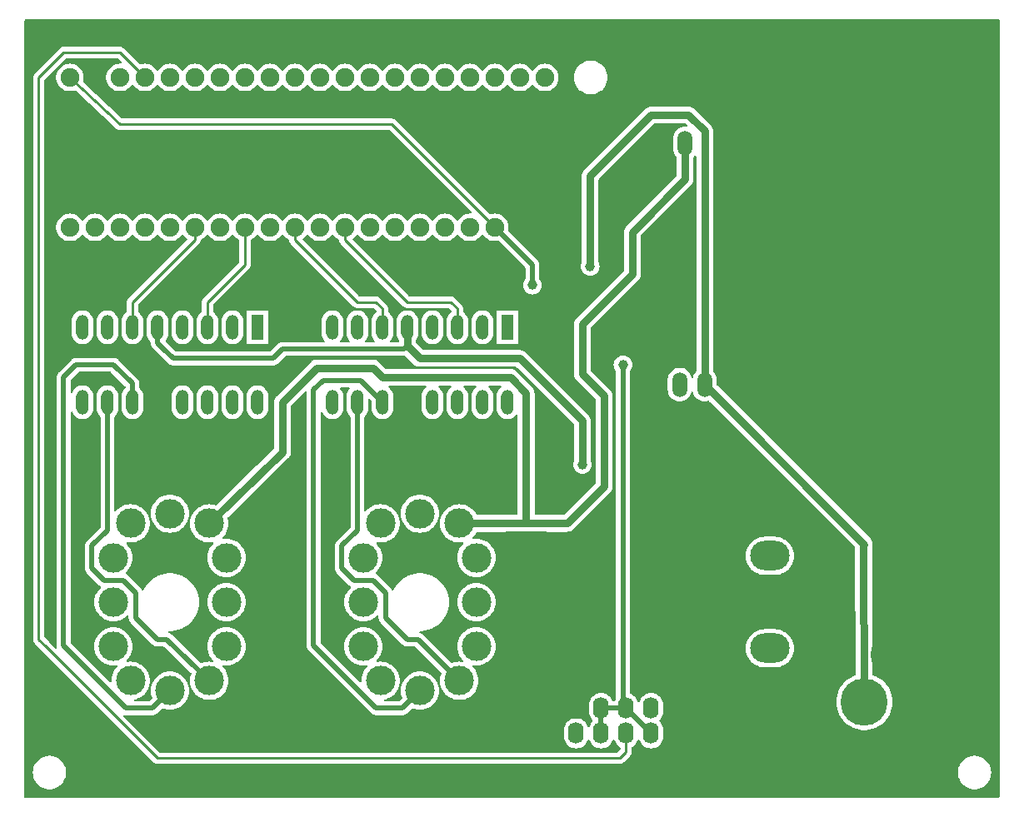
<source format=gbr>
G04 --- HEADER BEGIN --- *
%TF.GenerationSoftware,LibrePCB,LibrePCB,0.1.3-unstable*%
%TF.CreationDate,2019-11-29T11:35:03*%
%TF.ProjectId,Nixie Counter - default,cfaec193-39cb-4766-881d-db9368be8cff,v1*%
%TF.Part,Single*%
%FSLAX66Y66*%
%MOMM*%
G01*
G74*
G04 --- HEADER END --- *
G04 --- APERTURE LIST BEGIN --- *
%ADD10C,3.0*%
%ADD11O,1.27X2.54*%
%ADD12R,1.27X2.54*%
%ADD13O,1.587X2.19*%
%ADD14R,1.587X2.19*%
%ADD15C,1.9*%
%ADD16O,4.0X3.0*%
%ADD17O,1.5X2.54*%
%ADD18C,4.8*%
%ADD19C,0.8*%
%ADD20C,1.0*%
%ADD21C,0.25*%
%ADD22C,0.5*%
%ADD23C,0.0*%
G04 --- APERTURE LIST END --- *
G04 --- BOARD BEGIN --- *
D10*
X19240000Y12320000D03*
X20990000Y20320000D03*
X19240000Y28320000D03*
X15240000Y11320000D03*
X20990000Y15820000D03*
X11240000Y12320000D03*
X9490000Y24820000D03*
X9490000Y20320000D03*
X11240000Y28320000D03*
X9490000Y15820000D03*
X15240000Y29320000D03*
X20990000Y24820000D03*
D11*
X36830000Y48259984D03*
X49530000Y40639984D03*
X34290000Y40639984D03*
D12*
X49530000Y48259984D03*
D11*
X34290000Y48259984D03*
X44450000Y48259984D03*
X46990000Y48259984D03*
X44450000Y40639984D03*
X31750000Y48259984D03*
X41910000Y40639984D03*
X46990000Y40639984D03*
X39370000Y48259984D03*
X39370000Y40639984D03*
X41910000Y48259984D03*
X36830000Y40639984D03*
X31750000Y40639984D03*
D13*
X56515760Y6985104D03*
X59055760Y9525104D03*
X64135760Y9525104D03*
X61595760Y9525104D03*
X64135760Y6985104D03*
X59055760Y6985104D03*
X61595760Y6985104D03*
D14*
X56515760Y9525104D03*
D15*
X15240000Y58420000D03*
X40640000Y58420000D03*
X50800000Y58420000D03*
X45720000Y58420000D03*
X30480000Y73660000D03*
X45720000Y73660000D03*
X27940000Y58420000D03*
X7620000Y58420000D03*
X17780000Y58420000D03*
X53340000Y73660000D03*
X27940000Y73660000D03*
X35560000Y58420000D03*
X5080000Y73660000D03*
X35560000Y73660000D03*
X43180000Y58420000D03*
X25400000Y73660000D03*
X5080000Y58420000D03*
X50800000Y73660000D03*
X30480000Y58420000D03*
X33020000Y73660000D03*
X17780000Y73660000D03*
X12700000Y58420000D03*
X20320000Y58420000D03*
X10160000Y73660000D03*
X38100000Y58420000D03*
X40640000Y73660000D03*
X53340000Y58420000D03*
X22860000Y58420000D03*
X25400000Y58420000D03*
X48260000Y73660000D03*
X43180000Y73660000D03*
X38100000Y73660000D03*
X10160000Y58420000D03*
X15240000Y73660000D03*
X20320000Y73660000D03*
X12700000Y73660000D03*
X33020000Y58420000D03*
X7620000Y73660000D03*
X22860000Y73660000D03*
X48260000Y58420000D03*
D10*
X44640000Y12320000D03*
X46390000Y20320000D03*
X44640000Y28320000D03*
X40640000Y11320000D03*
X46390000Y15820000D03*
X36640000Y12320000D03*
X34890000Y24820000D03*
X34890000Y20320000D03*
X36640000Y28320000D03*
X34890000Y15820000D03*
X40640000Y29320000D03*
X46390000Y24820000D03*
D11*
X11430000Y48259984D03*
X24130000Y40639984D03*
X8890000Y40639984D03*
D12*
X24130000Y48259984D03*
D11*
X8890000Y48259984D03*
X19050000Y48259984D03*
X21590000Y48259984D03*
X19050000Y40639984D03*
X6350000Y48259984D03*
X16510000Y40639984D03*
X21590000Y40639984D03*
X13970000Y48259984D03*
X13970000Y40639984D03*
X16510000Y48259984D03*
X11430000Y40639984D03*
X6350000Y40639984D03*
D16*
X76199936Y15620000D03*
X76199936Y25020000D03*
X76199936Y20320000D03*
D17*
X67030992Y42428192D03*
X69570992Y42428192D03*
X65040992Y66928192D03*
X67580992Y66928192D03*
X64490992Y42428192D03*
D18*
X92311168Y10160064D03*
X88811168Y14960064D03*
X85811168Y10160064D03*
D19*
X62230000Y74295000D03*
X22860000Y71120000D03*
X69215000Y25400000D03*
X64770000Y74295000D03*
X76200000Y39370000D03*
X76200000Y33655000D03*
X69215000Y27940000D03*
D20*
X57150720Y34290424D03*
D19*
X76200000Y40640000D03*
D20*
X61277500Y44450000D03*
X52070000Y52546250D03*
D19*
X25400000Y71120000D03*
X73025000Y78740000D03*
X63500000Y74295000D03*
X67945000Y36195000D03*
X22860000Y76200000D03*
X74295000Y28575000D03*
X24130000Y71120000D03*
X71755000Y78740000D03*
X67945000Y37465000D03*
X69215000Y26670000D03*
D20*
X57943750Y54451250D03*
D19*
X59690000Y68580000D03*
X76200000Y32385000D03*
X25400000Y76200000D03*
X58420000Y68580000D03*
X70485000Y78740000D03*
X76200000Y38100000D03*
X24130000Y76200000D03*
X73660000Y29210000D03*
X67945000Y34925000D03*
D21*
X44450000Y48259984D02*
X44450000Y48260000D01*
X44450000Y50165000D02*
X44450000Y48260000D01*
X33020000Y58420000D02*
X33020000Y57150000D01*
X43815000Y50800000D02*
X44450000Y50165000D01*
X39370000Y50800000D02*
X43815000Y50800000D01*
X33020000Y57150000D02*
X39370000Y50800000D01*
X36195000Y50800000D02*
X36830000Y50165000D01*
X34290000Y50800000D02*
X36195000Y50800000D01*
X36830000Y48259984D02*
X36830000Y48260000D01*
X27940000Y58420000D02*
X27940000Y57150000D01*
X34290000Y50800000D02*
X27940000Y57150000D01*
X36830000Y50165000D02*
X36830000Y48260000D01*
X19050000Y48259984D02*
X19050000Y48260000D01*
X22860000Y58420000D02*
X22860000Y57150000D01*
X22860000Y54610000D02*
X19050000Y50800000D01*
X22860000Y57150000D02*
X22860000Y54610000D01*
X19050000Y50800000D02*
X19050000Y48260000D01*
D19*
X57150000Y43497500D02*
X57150000Y48577500D01*
X59372500Y32067500D02*
X55625000Y28320000D01*
X36830464Y43180544D02*
X49848132Y43180544D01*
X57150000Y48577500D02*
X62230000Y53657500D01*
X59372500Y41275000D02*
X59372500Y32067500D01*
X67588664Y63302360D02*
X67580992Y66928192D01*
X44640000Y28320000D02*
X47245952Y28320000D01*
X51435648Y28327310D02*
X51435648Y38100480D01*
X35877948Y44133060D02*
X30162884Y44133060D01*
X51435648Y28327310D02*
X55625000Y28320000D01*
X49848132Y43180544D02*
X51435648Y41593028D01*
X19240000Y28320000D02*
X26670000Y35560000D01*
X59372500Y41275000D02*
X57150000Y43497500D01*
X51435648Y41593028D02*
X51435648Y38100480D01*
X62230000Y53657500D02*
X62230000Y57943696D01*
X36830464Y43180544D02*
X35877948Y44133060D01*
X67588664Y63302360D02*
X62230000Y57943696D01*
X26670000Y40640000D02*
X30162884Y44133060D01*
X26670000Y40640000D02*
X26670000Y35560000D01*
X51435648Y28327310D02*
X47245952Y28320000D01*
D22*
X14605184Y46038080D02*
X14605184Y46037316D01*
D19*
X39370496Y46355584D02*
X40640512Y45085568D01*
D22*
X26670580Y46038080D02*
X26670000Y46037500D01*
D19*
X40640512Y45085568D02*
X50800640Y45085568D01*
D22*
X25717500Y45085000D02*
X15557500Y45085000D01*
X25717500Y45085000D02*
X26670000Y46037500D01*
X39052992Y46038080D02*
X26670580Y46038080D01*
X13970176Y46673088D02*
X14605184Y46038080D01*
X13970176Y48260608D02*
X13970176Y46673088D01*
D19*
X50800640Y45085568D02*
X57150720Y38735488D01*
D22*
X39052992Y46038080D02*
X39370496Y46355584D01*
D19*
X39370000Y48259984D02*
X39370000Y46356080D01*
X57150720Y38735488D02*
X57150720Y34290424D01*
D22*
X13970000Y48259984D02*
X13970176Y48260608D01*
D19*
X39370000Y46356080D02*
X39370496Y46355584D01*
D22*
X14605184Y46037316D02*
X15557500Y45085000D01*
X52070000Y52546250D02*
X52070000Y54610000D01*
X64135760Y6985104D02*
X64135000Y6985864D01*
X59055760Y6985104D02*
X59055000Y6985864D01*
D21*
X10160000Y68897500D02*
X37782500Y68897500D01*
X37782500Y68897500D02*
X48260000Y58420000D01*
D22*
X61595760Y9525104D02*
X59055864Y9525000D01*
X59055760Y9525104D02*
X59055864Y9525000D01*
D21*
X5080000Y73660000D02*
X10160000Y68897500D01*
D22*
X61595760Y9525104D02*
X64135000Y6985864D01*
X61595760Y9525104D02*
X61277500Y9843364D01*
X61277500Y9843364D02*
X61277500Y44450000D01*
X59055760Y9525104D02*
X59055000Y6985864D01*
X52070000Y54610000D02*
X48260000Y58420000D01*
X7302592Y26035328D02*
X7302592Y23812800D01*
X7302592Y23812800D02*
X8572608Y22542784D01*
X10477632Y22542784D02*
X11747648Y21272768D01*
X8890000Y27622736D02*
X7302592Y26035328D01*
X8890000Y40639984D02*
X8890000Y27622736D01*
X13970176Y16510208D02*
X14922688Y16510208D01*
X11747648Y18732736D02*
X13970176Y16510208D01*
X11747648Y21272768D02*
X11747648Y18732736D01*
X8572608Y22542784D02*
X10477632Y22542784D01*
X19240000Y12320000D02*
X14922688Y16510208D01*
D21*
X17780000Y58420000D02*
X17780000Y57150000D01*
X11430000Y48259984D02*
X11430000Y48260000D01*
X17780000Y57150000D02*
X11430000Y50800000D01*
X11430000Y50800000D02*
X11430000Y48260000D01*
D22*
X33972928Y22542784D02*
X32702912Y23812800D01*
X35877952Y22542784D02*
X33972928Y22542784D01*
X34290432Y27622848D02*
X34290432Y32702912D01*
X37147968Y21272768D02*
X35877952Y22542784D01*
X32702912Y23812800D02*
X32702912Y26035328D01*
X39370496Y16510208D02*
X37147968Y18732736D01*
X37147968Y18732736D02*
X37147968Y21272768D01*
X44640000Y12320000D02*
X40449792Y16510208D01*
X40449792Y16510208D02*
X39370496Y16510208D01*
X34290000Y40639984D02*
X34290432Y32702912D01*
X32702912Y26035328D02*
X34290432Y27622848D01*
D21*
X13970000Y4445000D02*
X2540000Y15875000D01*
X4445000Y76200000D02*
X10160000Y76200000D01*
X60960000Y4445000D02*
X13970000Y4445000D01*
X12700000Y73660000D02*
X10160000Y76200000D01*
X1905000Y73660000D02*
X4445000Y76200000D01*
X61595760Y6985104D02*
X61595760Y5080760D01*
X1905000Y16510000D02*
X1905000Y73660000D01*
X61595760Y5080760D02*
X60960000Y4445000D01*
X2540000Y15875000D02*
X1905000Y16510000D01*
D19*
X69570992Y42428192D02*
X69570992Y68224008D01*
X85808832Y26190704D02*
X85725000Y26190704D01*
X67945000Y69850000D02*
X64135000Y69850000D01*
X69570992Y68224008D02*
X67945000Y69850000D01*
X57943750Y54451250D02*
X57943750Y63658750D01*
X69570992Y42428192D02*
X85808832Y26190704D01*
X85811168Y10160064D02*
X85725000Y26190704D01*
X57943750Y63658750D02*
X64135000Y69850000D01*
D22*
X38845120Y9525120D02*
X36195456Y9525120D01*
X36830000Y40639984D02*
X36830464Y40640512D01*
X29845376Y18415232D02*
X29845376Y41910528D01*
X34607932Y42863044D02*
X36830464Y40640512D01*
X36195456Y9525120D02*
X29845376Y15875200D01*
X29845376Y41910528D02*
X30797892Y42863044D01*
X40640000Y11320000D02*
X38845120Y9525120D01*
X30797892Y42863044D02*
X34607932Y42863044D01*
X29845376Y15875200D02*
X29845376Y18415232D01*
X4445000Y43180000D02*
X4445000Y15875000D01*
X13445120Y9525120D02*
X10795136Y9525120D01*
X11430000Y42545000D02*
X9525000Y44450000D01*
X10795136Y9525120D02*
X4445056Y15875200D01*
X5715000Y44450000D02*
X4445000Y43180000D01*
X15240000Y11320000D02*
X13445120Y9525120D01*
X4445000Y15875000D02*
X4445056Y15875200D01*
X11430000Y40639984D02*
X11430144Y40640512D01*
X11430000Y40639984D02*
X11430000Y42545000D01*
X9525000Y44450000D02*
X5715000Y44450000D01*
D23*
G36*
X99509327Y469500D02*
X99550000Y550000D01*
X99550000Y79450000D01*
X99530500Y79509327D01*
X99450000Y79550000D01*
X550000Y79550000D01*
X490673Y79530500D01*
X450000Y79450000D01*
X450000Y550000D01*
X469500Y490673D01*
X550000Y450000D01*
X2876696Y450000D01*
X2876696Y1304753D01*
X2869261Y1305310D01*
X2625418Y1342064D01*
X2618134Y1343726D01*
X2382503Y1416409D01*
X2375542Y1419141D01*
X2153370Y1526133D01*
X2146910Y1529863D01*
X1943154Y1668781D01*
X1937326Y1673429D01*
X1756553Y1841162D01*
X1751480Y1846629D01*
X1597727Y2039430D01*
X1593522Y2045597D01*
X1470228Y2259147D01*
X1466981Y2265890D01*
X1376893Y2495432D01*
X1374694Y2502561D01*
X1319820Y2742977D01*
X1318707Y2750366D01*
X1300280Y2996264D01*
X1300280Y3003736D01*
X1318707Y3249633D01*
X1319820Y3257022D01*
X1374694Y3497438D01*
X1376893Y3504567D01*
X1466981Y3734109D01*
X1470228Y3740852D01*
X1593522Y3954402D01*
X1597727Y3960569D01*
X1751480Y4153370D01*
X1756553Y4158837D01*
X1937326Y4326570D01*
X1943154Y4331218D01*
X2146910Y4470136D01*
X2153370Y4473866D01*
X2375542Y4580858D01*
X2382503Y4583590D01*
X2618134Y4656273D01*
X2625418Y4657935D01*
X2869261Y4694689D01*
X2876696Y4695246D01*
X3123303Y4695246D01*
X3130738Y4694689D01*
X3374581Y4657935D01*
X3381865Y4656273D01*
X3617496Y4583590D01*
X3624457Y4580858D01*
X3846629Y4473866D01*
X3853089Y4470136D01*
X4056845Y4331218D01*
X4062673Y4326570D01*
X4243446Y4158837D01*
X4248519Y4153370D01*
X4402272Y3960569D01*
X4406477Y3954402D01*
X4529771Y3740852D01*
X4533018Y3734109D01*
X4623106Y3504567D01*
X4625305Y3497438D01*
X4680179Y3257022D01*
X4681292Y3249633D01*
X4699720Y3003736D01*
X4699720Y2996264D01*
X4681292Y2750366D01*
X4680179Y2742977D01*
X4625305Y2502561D01*
X4623106Y2495432D01*
X4533018Y2265890D01*
X4529771Y2259147D01*
X4406477Y2045597D01*
X4402272Y2039430D01*
X4248519Y1846629D01*
X4243446Y1841162D01*
X4062673Y1673429D01*
X4056845Y1668781D01*
X3853090Y1529863D01*
X3846630Y1526133D01*
X3624457Y1419141D01*
X3617496Y1416409D01*
X3381865Y1343726D01*
X3374581Y1342064D01*
X3130738Y1305310D01*
X3123303Y1304753D01*
X2876696Y1304753D01*
X2876696Y450000D01*
X13973270Y450000D01*
X13973270Y3870000D01*
X13966761Y3870426D01*
X13827671Y3888737D01*
X13815129Y3892098D01*
X13688555Y3944527D01*
X13677300Y3951025D01*
X13568828Y4034258D01*
X13564450Y4038684D01*
X13561771Y4040056D01*
X2133430Y15468397D01*
X2133399Y15468430D01*
X1499651Y16102178D01*
X1499066Y16103959D01*
X1494441Y16108590D01*
X1411025Y16217300D01*
X1404527Y16228555D01*
X1352098Y16355129D01*
X1348737Y16367671D01*
X1330426Y16506761D01*
X1330000Y16513270D01*
X1330000Y73658067D01*
X1330810Y73659664D01*
X1330832Y73666328D01*
X1348736Y73802330D01*
X1352097Y73814872D01*
X1404527Y73941447D01*
X1411023Y73952699D01*
X1496420Y74063989D01*
X1500728Y74068901D01*
X4036101Y76604274D01*
X4041012Y76608580D01*
X4152300Y76693975D01*
X4163551Y76700471D01*
X4290124Y76752899D01*
X4302675Y76756262D01*
X4313492Y76757686D01*
X4313495Y76757686D01*
X4441744Y76774571D01*
X4448281Y76775000D01*
X10156719Y76775000D01*
X10163256Y76774571D01*
X10302318Y76756263D01*
X10314878Y76752898D01*
X10441443Y76700473D01*
X10452702Y76693972D01*
X10530534Y76634250D01*
X10530535Y76634249D01*
X10563981Y76608585D01*
X10568906Y76604267D01*
X12160246Y75012927D01*
X12215986Y74984765D01*
X12255505Y74986698D01*
X12465559Y75039890D01*
X12473689Y75041247D01*
X12695873Y75059658D01*
X12704127Y75059658D01*
X12926310Y75041247D01*
X12934440Y75039890D01*
X13150564Y74985161D01*
X13158372Y74982480D01*
X13362538Y74892925D01*
X13369791Y74888999D01*
X13556429Y74767062D01*
X13562941Y74761994D01*
X13726968Y74610998D01*
X13732558Y74604925D01*
X13869488Y74428996D01*
X13874002Y74422088D01*
X13882051Y74407214D01*
X13927437Y74364318D01*
X13989422Y74356712D01*
X14057946Y74407212D01*
X14065997Y74422089D01*
X14070508Y74428993D01*
X14207441Y74604925D01*
X14213031Y74610998D01*
X14377058Y74761994D01*
X14383570Y74767062D01*
X14570208Y74888999D01*
X14577461Y74892925D01*
X14781627Y74982480D01*
X14789435Y74985161D01*
X15005559Y75039890D01*
X15013689Y75041247D01*
X15235873Y75059658D01*
X15244127Y75059658D01*
X15466310Y75041247D01*
X15474440Y75039890D01*
X15690564Y74985161D01*
X15698372Y74982480D01*
X15902538Y74892925D01*
X15909791Y74888999D01*
X16096429Y74767062D01*
X16102941Y74761994D01*
X16266968Y74610998D01*
X16272558Y74604925D01*
X16409488Y74428996D01*
X16414002Y74422088D01*
X16422051Y74407214D01*
X16467437Y74364318D01*
X16529422Y74356712D01*
X16597946Y74407212D01*
X16605997Y74422089D01*
X16610508Y74428993D01*
X16747441Y74604925D01*
X16753031Y74610998D01*
X16917058Y74761994D01*
X16923570Y74767062D01*
X17110208Y74888999D01*
X17117461Y74892925D01*
X17321627Y74982480D01*
X17329435Y74985161D01*
X17545559Y75039890D01*
X17553689Y75041247D01*
X17775873Y75059658D01*
X17784127Y75059658D01*
X18006310Y75041247D01*
X18014440Y75039890D01*
X18230564Y74985161D01*
X18238372Y74982480D01*
X18442538Y74892925D01*
X18449791Y74888999D01*
X18636429Y74767062D01*
X18642941Y74761994D01*
X18806968Y74610998D01*
X18812558Y74604925D01*
X18949488Y74428996D01*
X18954002Y74422088D01*
X18962051Y74407214D01*
X19007437Y74364318D01*
X19069422Y74356712D01*
X19137946Y74407212D01*
X19145997Y74422089D01*
X19150508Y74428993D01*
X19287441Y74604925D01*
X19293031Y74610998D01*
X19457058Y74761994D01*
X19463570Y74767062D01*
X19650208Y74888999D01*
X19657461Y74892925D01*
X19861627Y74982480D01*
X19869435Y74985161D01*
X20085559Y75039890D01*
X20093689Y75041247D01*
X20315873Y75059658D01*
X20324127Y75059658D01*
X20546310Y75041247D01*
X20554440Y75039890D01*
X20770564Y74985161D01*
X20778372Y74982480D01*
X20982538Y74892925D01*
X20989791Y74888999D01*
X21176429Y74767062D01*
X21182941Y74761994D01*
X21346968Y74610998D01*
X21352558Y74604925D01*
X21489488Y74428996D01*
X21494002Y74422088D01*
X21502051Y74407214D01*
X21547437Y74364318D01*
X21609422Y74356712D01*
X21677946Y74407212D01*
X21685997Y74422089D01*
X21690508Y74428993D01*
X21827441Y74604925D01*
X21833031Y74610998D01*
X21997058Y74761994D01*
X22003570Y74767062D01*
X22190208Y74888999D01*
X22197461Y74892925D01*
X22401627Y74982480D01*
X22409435Y74985161D01*
X22625559Y75039890D01*
X22633689Y75041247D01*
X22855873Y75059658D01*
X22864127Y75059658D01*
X23086310Y75041247D01*
X23094440Y75039890D01*
X23310564Y74985161D01*
X23318372Y74982480D01*
X23522538Y74892925D01*
X23529791Y74888999D01*
X23716429Y74767062D01*
X23722941Y74761994D01*
X23886968Y74610998D01*
X23892558Y74604925D01*
X24029488Y74428996D01*
X24034002Y74422088D01*
X24042051Y74407214D01*
X24087437Y74364318D01*
X24149422Y74356712D01*
X24217946Y74407212D01*
X24225997Y74422089D01*
X24230508Y74428993D01*
X24367441Y74604925D01*
X24373031Y74610998D01*
X24537058Y74761994D01*
X24543570Y74767062D01*
X24730208Y74888999D01*
X24737461Y74892925D01*
X24941627Y74982480D01*
X24949435Y74985161D01*
X25165559Y75039890D01*
X25173689Y75041247D01*
X25395873Y75059658D01*
X25404127Y75059658D01*
X25626310Y75041247D01*
X25634440Y75039890D01*
X25850564Y74985161D01*
X25858372Y74982480D01*
X26062538Y74892925D01*
X26069791Y74888999D01*
X26256429Y74767062D01*
X26262941Y74761994D01*
X26426968Y74610998D01*
X26432558Y74604925D01*
X26569488Y74428996D01*
X26574002Y74422088D01*
X26582051Y74407214D01*
X26627437Y74364318D01*
X26689422Y74356712D01*
X26757946Y74407212D01*
X26765997Y74422089D01*
X26770508Y74428993D01*
X26907441Y74604925D01*
X26913031Y74610998D01*
X27077058Y74761994D01*
X27083570Y74767062D01*
X27270208Y74888999D01*
X27277461Y74892925D01*
X27481627Y74982480D01*
X27489435Y74985161D01*
X27705559Y75039890D01*
X27713689Y75041247D01*
X27935873Y75059658D01*
X27944127Y75059658D01*
X28166310Y75041247D01*
X28174440Y75039890D01*
X28390564Y74985161D01*
X28398372Y74982480D01*
X28602538Y74892925D01*
X28609791Y74888999D01*
X28796429Y74767062D01*
X28802941Y74761994D01*
X28966968Y74610998D01*
X28972558Y74604925D01*
X29109488Y74428996D01*
X29114002Y74422088D01*
X29122051Y74407214D01*
X29167437Y74364318D01*
X29229422Y74356712D01*
X29297946Y74407212D01*
X29305997Y74422089D01*
X29310508Y74428993D01*
X29447441Y74604925D01*
X29453031Y74610998D01*
X29617058Y74761994D01*
X29623570Y74767062D01*
X29810208Y74888999D01*
X29817461Y74892925D01*
X30021627Y74982480D01*
X30029435Y74985161D01*
X30245559Y75039890D01*
X30253689Y75041247D01*
X30475873Y75059658D01*
X30484127Y75059658D01*
X30706310Y75041247D01*
X30714440Y75039890D01*
X30930564Y74985161D01*
X30938372Y74982480D01*
X31142538Y74892925D01*
X31149791Y74888999D01*
X31336429Y74767062D01*
X31342941Y74761994D01*
X31506968Y74610998D01*
X31512558Y74604925D01*
X31649488Y74428996D01*
X31654002Y74422088D01*
X31662051Y74407214D01*
X31707437Y74364318D01*
X31769422Y74356712D01*
X31837946Y74407212D01*
X31845997Y74422089D01*
X31850508Y74428993D01*
X31987441Y74604925D01*
X31993031Y74610998D01*
X32157058Y74761994D01*
X32163570Y74767062D01*
X32350208Y74888999D01*
X32357461Y74892925D01*
X32561627Y74982480D01*
X32569435Y74985161D01*
X32785559Y75039890D01*
X32793689Y75041247D01*
X33015873Y75059658D01*
X33024127Y75059658D01*
X33246310Y75041247D01*
X33254440Y75039890D01*
X33470564Y74985161D01*
X33478372Y74982480D01*
X33682538Y74892925D01*
X33689791Y74888999D01*
X33876429Y74767062D01*
X33882941Y74761994D01*
X34046968Y74610998D01*
X34052558Y74604925D01*
X34189488Y74428996D01*
X34194002Y74422088D01*
X34202051Y74407214D01*
X34247437Y74364318D01*
X34309422Y74356712D01*
X34377946Y74407212D01*
X34385997Y74422089D01*
X34390508Y74428993D01*
X34527441Y74604925D01*
X34533031Y74610998D01*
X34697058Y74761994D01*
X34703570Y74767062D01*
X34890208Y74888999D01*
X34897461Y74892925D01*
X35101627Y74982480D01*
X35109435Y74985161D01*
X35325559Y75039890D01*
X35333689Y75041247D01*
X35555873Y75059658D01*
X35564127Y75059658D01*
X35786310Y75041247D01*
X35794440Y75039890D01*
X36010564Y74985161D01*
X36018372Y74982480D01*
X36222538Y74892925D01*
X36229791Y74888999D01*
X36416429Y74767062D01*
X36422941Y74761994D01*
X36586968Y74610998D01*
X36592558Y74604925D01*
X36729488Y74428996D01*
X36734002Y74422088D01*
X36742051Y74407214D01*
X36787437Y74364318D01*
X36849422Y74356712D01*
X36917946Y74407212D01*
X36925997Y74422089D01*
X36930508Y74428993D01*
X37067441Y74604925D01*
X37073031Y74610998D01*
X37237058Y74761994D01*
X37243570Y74767062D01*
X37430208Y74888999D01*
X37437461Y74892925D01*
X37641627Y74982480D01*
X37649435Y74985161D01*
X37865559Y75039890D01*
X37873689Y75041247D01*
X38095873Y75059658D01*
X38104127Y75059658D01*
X38326310Y75041247D01*
X38334440Y75039890D01*
X38550564Y74985161D01*
X38558372Y74982480D01*
X38762538Y74892925D01*
X38769791Y74888999D01*
X38956429Y74767062D01*
X38962941Y74761994D01*
X39126968Y74610998D01*
X39132558Y74604925D01*
X39269488Y74428996D01*
X39274002Y74422088D01*
X39282051Y74407214D01*
X39327437Y74364318D01*
X39389422Y74356712D01*
X39457946Y74407212D01*
X39465997Y74422089D01*
X39470508Y74428993D01*
X39607441Y74604925D01*
X39613031Y74610998D01*
X39777058Y74761994D01*
X39783570Y74767062D01*
X39970208Y74888999D01*
X39977461Y74892925D01*
X40181627Y74982480D01*
X40189435Y74985161D01*
X40405559Y75039890D01*
X40413689Y75041247D01*
X40635873Y75059658D01*
X40644127Y75059658D01*
X40866310Y75041247D01*
X40874440Y75039890D01*
X41090564Y74985161D01*
X41098372Y74982480D01*
X41302538Y74892925D01*
X41309791Y74888999D01*
X41496429Y74767062D01*
X41502941Y74761994D01*
X41666968Y74610998D01*
X41672558Y74604925D01*
X41809488Y74428996D01*
X41814002Y74422088D01*
X41822051Y74407214D01*
X41867437Y74364318D01*
X41929422Y74356712D01*
X41997946Y74407212D01*
X42005997Y74422089D01*
X42010508Y74428993D01*
X42147441Y74604925D01*
X42153031Y74610998D01*
X42317058Y74761994D01*
X42323570Y74767062D01*
X42510208Y74888999D01*
X42517461Y74892925D01*
X42721627Y74982480D01*
X42729435Y74985161D01*
X42945559Y75039890D01*
X42953689Y75041247D01*
X43175873Y75059658D01*
X43184127Y75059658D01*
X43406310Y75041247D01*
X43414440Y75039890D01*
X43630564Y74985161D01*
X43638372Y74982480D01*
X43842538Y74892925D01*
X43849791Y74888999D01*
X44036429Y74767062D01*
X44042941Y74761994D01*
X44206968Y74610998D01*
X44212558Y74604925D01*
X44349488Y74428996D01*
X44354002Y74422088D01*
X44362051Y74407214D01*
X44407437Y74364318D01*
X44469422Y74356712D01*
X44537946Y74407212D01*
X44545997Y74422089D01*
X44550508Y74428993D01*
X44687441Y74604925D01*
X44693031Y74610998D01*
X44857058Y74761994D01*
X44863570Y74767062D01*
X45050208Y74888999D01*
X45057461Y74892925D01*
X45261627Y74982480D01*
X45269435Y74985161D01*
X45485559Y75039890D01*
X45493689Y75041247D01*
X45715873Y75059658D01*
X45724127Y75059658D01*
X45946310Y75041247D01*
X45954440Y75039890D01*
X46170564Y74985161D01*
X46178372Y74982480D01*
X46382538Y74892925D01*
X46389791Y74888999D01*
X46576429Y74767062D01*
X46582941Y74761994D01*
X46746968Y74610998D01*
X46752558Y74604925D01*
X46889488Y74428996D01*
X46894002Y74422088D01*
X46902051Y74407214D01*
X46947437Y74364318D01*
X47009422Y74356712D01*
X47077946Y74407212D01*
X47085997Y74422089D01*
X47090508Y74428993D01*
X47227441Y74604925D01*
X47233031Y74610998D01*
X47397058Y74761994D01*
X47403570Y74767062D01*
X47590208Y74888999D01*
X47597461Y74892925D01*
X47801627Y74982480D01*
X47809435Y74985161D01*
X48025559Y75039890D01*
X48033689Y75041247D01*
X48255873Y75059658D01*
X48264127Y75059658D01*
X48486310Y75041247D01*
X48494440Y75039890D01*
X48710564Y74985161D01*
X48718372Y74982480D01*
X48922538Y74892925D01*
X48929791Y74888999D01*
X49116429Y74767062D01*
X49122941Y74761994D01*
X49286968Y74610998D01*
X49292558Y74604925D01*
X49429488Y74428996D01*
X49434002Y74422088D01*
X49442051Y74407214D01*
X49487437Y74364318D01*
X49549422Y74356712D01*
X49617946Y74407212D01*
X49625997Y74422089D01*
X49630508Y74428993D01*
X49767441Y74604925D01*
X49773031Y74610998D01*
X49937058Y74761994D01*
X49943570Y74767062D01*
X50130208Y74888999D01*
X50137461Y74892925D01*
X50341627Y74982480D01*
X50349435Y74985161D01*
X50565559Y75039890D01*
X50573689Y75041247D01*
X50795873Y75059658D01*
X50804127Y75059658D01*
X51026310Y75041247D01*
X51034440Y75039890D01*
X51250564Y74985161D01*
X51258372Y74982480D01*
X51462538Y74892925D01*
X51469791Y74888999D01*
X51656429Y74767062D01*
X51662941Y74761994D01*
X51826968Y74610998D01*
X51832558Y74604925D01*
X51969488Y74428996D01*
X51974002Y74422088D01*
X51982051Y74407214D01*
X52027437Y74364318D01*
X52089422Y74356712D01*
X52157946Y74407212D01*
X52165997Y74422089D01*
X52170508Y74428993D01*
X52307441Y74604925D01*
X52313031Y74610998D01*
X52477058Y74761994D01*
X52483570Y74767062D01*
X52670208Y74888999D01*
X52677461Y74892925D01*
X52881627Y74982480D01*
X52889435Y74985161D01*
X53105559Y75039890D01*
X53113689Y75041247D01*
X53335873Y75059658D01*
X53344127Y75059658D01*
X53566310Y75041247D01*
X53574440Y75039890D01*
X53790564Y74985161D01*
X53798372Y74982480D01*
X54002538Y74892925D01*
X54009791Y74888999D01*
X54196429Y74767062D01*
X54202941Y74761994D01*
X54366968Y74610998D01*
X54372558Y74604925D01*
X54509488Y74428996D01*
X54514005Y74422083D01*
X54620114Y74226009D01*
X54623423Y74218465D01*
X54695819Y74007584D01*
X54697840Y73999605D01*
X54734538Y73779686D01*
X54735218Y73771480D01*
X54735218Y73548519D01*
X54734538Y73540313D01*
X54697840Y73320394D01*
X54695819Y73312415D01*
X54623423Y73101534D01*
X54620114Y73093990D01*
X54514005Y72897916D01*
X54509488Y72891003D01*
X54372558Y72715074D01*
X54366968Y72709001D01*
X54202941Y72558005D01*
X54196429Y72552937D01*
X54009791Y72431000D01*
X54002538Y72427074D01*
X53798372Y72337519D01*
X53790564Y72334838D01*
X53574440Y72280109D01*
X53566310Y72278752D01*
X53344127Y72260342D01*
X53335873Y72260342D01*
X53113689Y72278752D01*
X53105559Y72280109D01*
X52889435Y72334838D01*
X52881627Y72337519D01*
X52677461Y72427074D01*
X52670208Y72431000D01*
X52483570Y72552937D01*
X52477058Y72558005D01*
X52313031Y72709001D01*
X52307441Y72715074D01*
X52170511Y72891003D01*
X52165997Y72897911D01*
X52157948Y72912785D01*
X52112562Y72955681D01*
X52050577Y72963287D01*
X51982053Y72912787D01*
X51974002Y72897910D01*
X51969491Y72891006D01*
X51832558Y72715074D01*
X51826968Y72709001D01*
X51662941Y72558005D01*
X51656429Y72552937D01*
X51469791Y72431000D01*
X51462538Y72427074D01*
X51258372Y72337519D01*
X51250564Y72334838D01*
X51034440Y72280109D01*
X51026310Y72278752D01*
X50804127Y72260342D01*
X50795873Y72260342D01*
X50573689Y72278752D01*
X50565559Y72280109D01*
X50349435Y72334838D01*
X50341627Y72337519D01*
X50137461Y72427074D01*
X50130208Y72431000D01*
X49943570Y72552937D01*
X49937058Y72558005D01*
X49773031Y72709001D01*
X49767441Y72715074D01*
X49630511Y72891003D01*
X49625997Y72897911D01*
X49617948Y72912785D01*
X49572562Y72955681D01*
X49510577Y72963287D01*
X49442053Y72912787D01*
X49434002Y72897910D01*
X49429491Y72891006D01*
X49292558Y72715074D01*
X49286968Y72709001D01*
X49122941Y72558005D01*
X49116429Y72552937D01*
X48929791Y72431000D01*
X48922538Y72427074D01*
X48718372Y72337519D01*
X48710564Y72334838D01*
X48494440Y72280109D01*
X48486310Y72278752D01*
X48264127Y72260342D01*
X48255873Y72260342D01*
X48033689Y72278752D01*
X48025559Y72280109D01*
X47809435Y72334838D01*
X47801627Y72337519D01*
X47597461Y72427074D01*
X47590208Y72431000D01*
X47403570Y72552937D01*
X47397058Y72558005D01*
X47233031Y72709001D01*
X47227441Y72715074D01*
X47090511Y72891003D01*
X47085997Y72897911D01*
X47077948Y72912785D01*
X47032562Y72955681D01*
X46970577Y72963287D01*
X46902053Y72912787D01*
X46894002Y72897910D01*
X46889491Y72891006D01*
X46752558Y72715074D01*
X46746968Y72709001D01*
X46582941Y72558005D01*
X46576429Y72552937D01*
X46389791Y72431000D01*
X46382538Y72427074D01*
X46178372Y72337519D01*
X46170564Y72334838D01*
X45954440Y72280109D01*
X45946310Y72278752D01*
X45724127Y72260342D01*
X45715873Y72260342D01*
X45493689Y72278752D01*
X45485559Y72280109D01*
X45269435Y72334838D01*
X45261627Y72337519D01*
X45057461Y72427074D01*
X45050208Y72431000D01*
X44863570Y72552937D01*
X44857058Y72558005D01*
X44693031Y72709001D01*
X44687441Y72715074D01*
X44550511Y72891003D01*
X44545997Y72897911D01*
X44537948Y72912785D01*
X44492562Y72955681D01*
X44430577Y72963287D01*
X44362053Y72912787D01*
X44354002Y72897910D01*
X44349491Y72891006D01*
X44212558Y72715074D01*
X44206968Y72709001D01*
X44042941Y72558005D01*
X44036429Y72552937D01*
X43849791Y72431000D01*
X43842538Y72427074D01*
X43638372Y72337519D01*
X43630564Y72334838D01*
X43414440Y72280109D01*
X43406310Y72278752D01*
X43184127Y72260342D01*
X43175873Y72260342D01*
X42953689Y72278752D01*
X42945559Y72280109D01*
X42729435Y72334838D01*
X42721627Y72337519D01*
X42517461Y72427074D01*
X42510208Y72431000D01*
X42323570Y72552937D01*
X42317058Y72558005D01*
X42153031Y72709001D01*
X42147441Y72715074D01*
X42010511Y72891003D01*
X42005997Y72897911D01*
X41997948Y72912785D01*
X41952562Y72955681D01*
X41890577Y72963287D01*
X41822053Y72912787D01*
X41814002Y72897910D01*
X41809491Y72891006D01*
X41672558Y72715074D01*
X41666968Y72709001D01*
X41502941Y72558005D01*
X41496429Y72552937D01*
X41309791Y72431000D01*
X41302538Y72427074D01*
X41098372Y72337519D01*
X41090564Y72334838D01*
X40874440Y72280109D01*
X40866310Y72278752D01*
X40644127Y72260342D01*
X40635873Y72260342D01*
X40413689Y72278752D01*
X40405559Y72280109D01*
X40189435Y72334838D01*
X40181627Y72337519D01*
X39977461Y72427074D01*
X39970208Y72431000D01*
X39783570Y72552937D01*
X39777058Y72558005D01*
X39613031Y72709001D01*
X39607441Y72715074D01*
X39470511Y72891003D01*
X39465997Y72897911D01*
X39457948Y72912785D01*
X39412562Y72955681D01*
X39350577Y72963287D01*
X39282053Y72912787D01*
X39274002Y72897910D01*
X39269491Y72891006D01*
X39132558Y72715074D01*
X39126968Y72709001D01*
X38962941Y72558005D01*
X38956429Y72552937D01*
X38769791Y72431000D01*
X38762538Y72427074D01*
X38558372Y72337519D01*
X38550564Y72334838D01*
X38334440Y72280109D01*
X38326310Y72278752D01*
X38104127Y72260342D01*
X38095873Y72260342D01*
X37873689Y72278752D01*
X37865559Y72280109D01*
X37649435Y72334838D01*
X37641627Y72337519D01*
X37437461Y72427074D01*
X37430208Y72431000D01*
X37243570Y72552937D01*
X37237058Y72558005D01*
X37073031Y72709001D01*
X37067441Y72715074D01*
X36930511Y72891003D01*
X36925997Y72897911D01*
X36917948Y72912785D01*
X36872562Y72955681D01*
X36810577Y72963287D01*
X36742053Y72912787D01*
X36734002Y72897910D01*
X36729491Y72891006D01*
X36592558Y72715074D01*
X36586968Y72709001D01*
X36422941Y72558005D01*
X36416429Y72552937D01*
X36229791Y72431000D01*
X36222538Y72427074D01*
X36018372Y72337519D01*
X36010564Y72334838D01*
X35794440Y72280109D01*
X35786310Y72278752D01*
X35564127Y72260342D01*
X35555873Y72260342D01*
X35333689Y72278752D01*
X35325559Y72280109D01*
X35109435Y72334838D01*
X35101627Y72337519D01*
X34897461Y72427074D01*
X34890208Y72431000D01*
X34703570Y72552937D01*
X34697058Y72558005D01*
X34533031Y72709001D01*
X34527441Y72715074D01*
X34390511Y72891003D01*
X34385997Y72897911D01*
X34377948Y72912785D01*
X34332562Y72955681D01*
X34270577Y72963287D01*
X34202053Y72912787D01*
X34194002Y72897910D01*
X34189491Y72891006D01*
X34052558Y72715074D01*
X34046968Y72709001D01*
X33882941Y72558005D01*
X33876429Y72552937D01*
X33689791Y72431000D01*
X33682538Y72427074D01*
X33478372Y72337519D01*
X33470564Y72334838D01*
X33254440Y72280109D01*
X33246310Y72278752D01*
X33024127Y72260342D01*
X33015873Y72260342D01*
X32793689Y72278752D01*
X32785559Y72280109D01*
X32569435Y72334838D01*
X32561627Y72337519D01*
X32357461Y72427074D01*
X32350208Y72431000D01*
X32163570Y72552937D01*
X32157058Y72558005D01*
X31993031Y72709001D01*
X31987441Y72715074D01*
X31850511Y72891003D01*
X31845997Y72897911D01*
X31837948Y72912785D01*
X31792562Y72955681D01*
X31730577Y72963287D01*
X31662053Y72912787D01*
X31654002Y72897910D01*
X31649491Y72891006D01*
X31512558Y72715074D01*
X31506968Y72709001D01*
X31342941Y72558005D01*
X31336429Y72552937D01*
X31149791Y72431000D01*
X31142538Y72427074D01*
X30938372Y72337519D01*
X30930564Y72334838D01*
X30714440Y72280109D01*
X30706310Y72278752D01*
X30484127Y72260342D01*
X30475873Y72260342D01*
X30253689Y72278752D01*
X30245559Y72280109D01*
X30029435Y72334838D01*
X30021627Y72337519D01*
X29817461Y72427074D01*
X29810208Y72431000D01*
X29623570Y72552937D01*
X29617058Y72558005D01*
X29453031Y72709001D01*
X29447441Y72715074D01*
X29310511Y72891003D01*
X29305997Y72897911D01*
X29297948Y72912785D01*
X29252562Y72955681D01*
X29190577Y72963287D01*
X29122053Y72912787D01*
X29114002Y72897910D01*
X29109491Y72891006D01*
X28972558Y72715074D01*
X28966968Y72709001D01*
X28802941Y72558005D01*
X28796429Y72552937D01*
X28609791Y72431000D01*
X28602538Y72427074D01*
X28398372Y72337519D01*
X28390564Y72334838D01*
X28174440Y72280109D01*
X28166310Y72278752D01*
X27944127Y72260342D01*
X27935873Y72260342D01*
X27713689Y72278752D01*
X27705559Y72280109D01*
X27489435Y72334838D01*
X27481627Y72337519D01*
X27277461Y72427074D01*
X27270208Y72431000D01*
X27083570Y72552937D01*
X27077058Y72558005D01*
X26913031Y72709001D01*
X26907441Y72715074D01*
X26770508Y72891006D01*
X26765997Y72897910D01*
X26757946Y72912787D01*
X26712559Y72955682D01*
X26650574Y72963286D01*
X26582051Y72912785D01*
X26574002Y72897911D01*
X26569488Y72891003D01*
X26432558Y72715074D01*
X26426968Y72709001D01*
X26262941Y72558005D01*
X26256429Y72552937D01*
X26069791Y72431000D01*
X26062538Y72427074D01*
X25858372Y72337519D01*
X25850564Y72334838D01*
X25634440Y72280109D01*
X25626310Y72278752D01*
X25404127Y72260342D01*
X25395873Y72260342D01*
X25173689Y72278752D01*
X25165559Y72280109D01*
X24949435Y72334838D01*
X24941627Y72337519D01*
X24737461Y72427074D01*
X24730208Y72431000D01*
X24543570Y72552937D01*
X24537058Y72558005D01*
X24373031Y72709001D01*
X24367441Y72715074D01*
X24230508Y72891006D01*
X24225997Y72897910D01*
X24217946Y72912787D01*
X24172559Y72955682D01*
X24110574Y72963286D01*
X24042051Y72912785D01*
X24034002Y72897911D01*
X24029488Y72891003D01*
X23892558Y72715074D01*
X23886968Y72709001D01*
X23722941Y72558005D01*
X23716429Y72552937D01*
X23529791Y72431000D01*
X23522538Y72427074D01*
X23318372Y72337519D01*
X23310564Y72334838D01*
X23094440Y72280109D01*
X23086310Y72278752D01*
X22864127Y72260342D01*
X22855873Y72260342D01*
X22633689Y72278752D01*
X22625559Y72280109D01*
X22409435Y72334838D01*
X22401627Y72337519D01*
X22197461Y72427074D01*
X22190208Y72431000D01*
X22003570Y72552937D01*
X21997058Y72558005D01*
X21833031Y72709001D01*
X21827441Y72715074D01*
X21690508Y72891006D01*
X21685997Y72897910D01*
X21677946Y72912787D01*
X21632559Y72955682D01*
X21570574Y72963286D01*
X21502051Y72912785D01*
X21494002Y72897911D01*
X21489488Y72891003D01*
X21352558Y72715074D01*
X21346968Y72709001D01*
X21182941Y72558005D01*
X21176429Y72552937D01*
X20989791Y72431000D01*
X20982538Y72427074D01*
X20778372Y72337519D01*
X20770564Y72334838D01*
X20554440Y72280109D01*
X20546310Y72278752D01*
X20324127Y72260342D01*
X20315873Y72260342D01*
X20093689Y72278752D01*
X20085559Y72280109D01*
X19869435Y72334838D01*
X19861627Y72337519D01*
X19657461Y72427074D01*
X19650208Y72431000D01*
X19463570Y72552937D01*
X19457058Y72558005D01*
X19293031Y72709001D01*
X19287441Y72715074D01*
X19150508Y72891006D01*
X19145997Y72897910D01*
X19137946Y72912787D01*
X19092559Y72955682D01*
X19030574Y72963286D01*
X18962051Y72912785D01*
X18954002Y72897911D01*
X18949488Y72891003D01*
X18812558Y72715074D01*
X18806968Y72709001D01*
X18642941Y72558005D01*
X18636429Y72552937D01*
X18449791Y72431000D01*
X18442538Y72427074D01*
X18238372Y72337519D01*
X18230564Y72334838D01*
X18014440Y72280109D01*
X18006310Y72278752D01*
X17784127Y72260342D01*
X17775873Y72260342D01*
X17553689Y72278752D01*
X17545559Y72280109D01*
X17329435Y72334838D01*
X17321627Y72337519D01*
X17117461Y72427074D01*
X17110208Y72431000D01*
X16923570Y72552937D01*
X16917058Y72558005D01*
X16753031Y72709001D01*
X16747441Y72715074D01*
X16610508Y72891006D01*
X16605997Y72897910D01*
X16597946Y72912787D01*
X16552559Y72955682D01*
X16490574Y72963286D01*
X16422051Y72912785D01*
X16414002Y72897911D01*
X16409488Y72891003D01*
X16272558Y72715074D01*
X16266968Y72709001D01*
X16102941Y72558005D01*
X16096429Y72552937D01*
X15909791Y72431000D01*
X15902538Y72427074D01*
X15698372Y72337519D01*
X15690564Y72334838D01*
X15474440Y72280109D01*
X15466310Y72278752D01*
X15244127Y72260342D01*
X15235873Y72260342D01*
X15013689Y72278752D01*
X15005559Y72280109D01*
X14789435Y72334838D01*
X14781627Y72337519D01*
X14577461Y72427074D01*
X14570208Y72431000D01*
X14383570Y72552937D01*
X14377058Y72558005D01*
X14213031Y72709001D01*
X14207441Y72715074D01*
X14070508Y72891006D01*
X14065997Y72897910D01*
X14057946Y72912787D01*
X14012559Y72955682D01*
X13950574Y72963286D01*
X13882051Y72912785D01*
X13874002Y72897911D01*
X13869488Y72891003D01*
X13732558Y72715074D01*
X13726968Y72709001D01*
X13562941Y72558005D01*
X13556429Y72552937D01*
X13369791Y72431000D01*
X13362538Y72427074D01*
X13158372Y72337519D01*
X13150564Y72334838D01*
X12934440Y72280109D01*
X12926310Y72278752D01*
X12704127Y72260342D01*
X12695873Y72260342D01*
X12473689Y72278752D01*
X12465559Y72280109D01*
X12249435Y72334838D01*
X12241627Y72337519D01*
X12037461Y72427074D01*
X12030208Y72431000D01*
X11843570Y72552937D01*
X11837058Y72558005D01*
X11673031Y72709001D01*
X11667441Y72715074D01*
X11530508Y72891006D01*
X11525997Y72897910D01*
X11517946Y72912787D01*
X11472559Y72955682D01*
X11410574Y72963286D01*
X11342051Y72912785D01*
X11334002Y72897911D01*
X11329488Y72891003D01*
X11192558Y72715074D01*
X11186968Y72709001D01*
X11022941Y72558005D01*
X11016429Y72552937D01*
X10829791Y72431000D01*
X10822538Y72427074D01*
X10618372Y72337519D01*
X10610564Y72334838D01*
X10394440Y72280109D01*
X10386310Y72278752D01*
X10164127Y72260342D01*
X10155873Y72260342D01*
X9933689Y72278752D01*
X9925559Y72280109D01*
X9709435Y72334838D01*
X9701627Y72337519D01*
X9497461Y72427074D01*
X9490208Y72431000D01*
X9303570Y72552937D01*
X9297058Y72558005D01*
X9133031Y72709001D01*
X9127441Y72715074D01*
X8990511Y72891003D01*
X8985994Y72897916D01*
X8879885Y73093990D01*
X8876576Y73101534D01*
X8804180Y73312415D01*
X8802159Y73320394D01*
X8765461Y73540313D01*
X8764781Y73548519D01*
X8764781Y73771480D01*
X8765461Y73779686D01*
X8802159Y73999605D01*
X8804180Y74007584D01*
X8876576Y74218465D01*
X8879885Y74226009D01*
X8985994Y74422083D01*
X8990511Y74428996D01*
X9127441Y74604925D01*
X9133031Y74610998D01*
X9297058Y74761994D01*
X9303570Y74767062D01*
X9490208Y74888999D01*
X9497461Y74892925D01*
X9701627Y74982480D01*
X9709435Y74985161D01*
X9925559Y75039890D01*
X9933689Y75041247D01*
X10155873Y75059658D01*
X10164127Y75059658D01*
X10244490Y75052999D01*
X10305225Y75067533D01*
X10345494Y75115265D01*
X10349592Y75177581D01*
X10323459Y75223368D01*
X9951116Y75595711D01*
X9880405Y75625000D01*
X4724595Y75625000D01*
X4653884Y75595711D01*
X2509289Y73451116D01*
X2480000Y73380405D01*
X2480000Y16789593D01*
X2509289Y16718882D01*
X2946570Y16281601D01*
X2946603Y16281570D01*
X3592948Y15635225D01*
X3648688Y15607063D01*
X3710266Y15617461D01*
X3753667Y15662365D01*
X3760105Y15718957D01*
X3762551Y15719232D01*
X3761625Y15727454D01*
X3758133Y15744669D01*
X3757384Y15747197D01*
X3755432Y15758183D01*
X3754843Y15767434D01*
X3752538Y15783329D01*
X3750707Y15791351D01*
X3749458Y15802438D01*
X3749458Y15829820D01*
X3748829Y15841016D01*
X3745315Y15872201D01*
X3745000Y15877814D01*
X3745000Y43177186D01*
X3745315Y43182799D01*
X3748773Y43213487D01*
X3749402Y43224683D01*
X3749402Y43252763D01*
X3750651Y43263846D01*
X3756899Y43291222D01*
X3758777Y43302278D01*
X3761921Y43330185D01*
X3764404Y43341064D01*
X3773680Y43367575D01*
X3776783Y43378347D01*
X3783029Y43405712D01*
X3786720Y43416257D01*
X3798898Y43441544D01*
X3803191Y43451908D01*
X3812466Y43478417D01*
X3817309Y43488473D01*
X3832249Y43512250D01*
X3837674Y43522066D01*
X3849856Y43547362D01*
X3855794Y43556812D01*
X3873302Y43578767D01*
X3879792Y43587914D01*
X3894728Y43611685D01*
X3901690Y43620415D01*
X3921547Y43640272D01*
X3929019Y43648634D01*
X3948281Y43672788D01*
X3952001Y43676951D01*
X5218049Y44942999D01*
X5222212Y44946719D01*
X5246366Y44965981D01*
X5254728Y44973453D01*
X5274588Y44993313D01*
X5283311Y45000269D01*
X5307087Y45015209D01*
X5316231Y45021697D01*
X5338187Y45039206D01*
X5347635Y45045142D01*
X5372933Y45057325D01*
X5382749Y45062750D01*
X5406526Y45077690D01*
X5416582Y45082533D01*
X5443091Y45091808D01*
X5453455Y45096101D01*
X5478742Y45108279D01*
X5489287Y45111970D01*
X5516652Y45118216D01*
X5527424Y45121319D01*
X5553928Y45130593D01*
X5564820Y45133078D01*
X5592721Y45136222D01*
X5603776Y45138100D01*
X5631151Y45144348D01*
X5642236Y45145597D01*
X5670308Y45145597D01*
X5681505Y45146226D01*
X5712202Y45149685D01*
X5717814Y45150000D01*
X6254509Y45150000D01*
X6254509Y46544612D01*
X6245344Y46545461D01*
X6057626Y46580552D01*
X6048758Y46583076D01*
X5870682Y46652062D01*
X5862448Y46656161D01*
X5700070Y46756703D01*
X5692725Y46762249D01*
X5551594Y46890908D01*
X5545386Y46897718D01*
X5430298Y47050119D01*
X5425454Y47057941D01*
X5340328Y47228898D01*
X5337003Y47237480D01*
X5284739Y47421171D01*
X5283047Y47430220D01*
X5265214Y47622679D01*
X5265000Y47627295D01*
X5265000Y48892673D01*
X5265214Y48897289D01*
X5283047Y49089747D01*
X5284739Y49098796D01*
X5337003Y49282487D01*
X5340328Y49291069D01*
X5425454Y49462026D01*
X5430298Y49469848D01*
X5545386Y49622249D01*
X5551594Y49629059D01*
X5692725Y49757718D01*
X5700070Y49763264D01*
X5862448Y49863806D01*
X5870682Y49867905D01*
X6048758Y49936891D01*
X6057626Y49939415D01*
X6245344Y49974506D01*
X6254509Y49975355D01*
X6445490Y49975355D01*
X6454655Y49974506D01*
X6642373Y49939415D01*
X6651241Y49936891D01*
X6829317Y49867905D01*
X6837551Y49863806D01*
X6999929Y49763264D01*
X7007274Y49757718D01*
X7148405Y49629059D01*
X7154613Y49622249D01*
X7269701Y49469848D01*
X7274545Y49462026D01*
X7359671Y49291069D01*
X7362996Y49282487D01*
X7415260Y49098796D01*
X7416952Y49089747D01*
X7434786Y48897289D01*
X7435000Y48892673D01*
X7435000Y47627295D01*
X7434786Y47622679D01*
X7416952Y47430220D01*
X7415260Y47421171D01*
X7362996Y47237480D01*
X7359671Y47228898D01*
X7274545Y47057941D01*
X7269701Y47050119D01*
X7154613Y46897718D01*
X7148405Y46890908D01*
X7007274Y46762249D01*
X6999929Y46756703D01*
X6837551Y46656161D01*
X6829317Y46652062D01*
X6651241Y46583076D01*
X6642373Y46580552D01*
X6454655Y46545461D01*
X6445490Y46544612D01*
X6254509Y46544612D01*
X6254509Y45150000D01*
X8794509Y45150000D01*
X8794509Y46544612D01*
X8785344Y46545461D01*
X8597626Y46580552D01*
X8588758Y46583076D01*
X8410682Y46652062D01*
X8402448Y46656161D01*
X8240070Y46756703D01*
X8232725Y46762249D01*
X8091594Y46890908D01*
X8085386Y46897718D01*
X7970298Y47050119D01*
X7965454Y47057941D01*
X7880328Y47228898D01*
X7877003Y47237480D01*
X7824739Y47421171D01*
X7823047Y47430220D01*
X7805214Y47622679D01*
X7805000Y47627295D01*
X7805000Y48892673D01*
X7805214Y48897289D01*
X7823047Y49089747D01*
X7824739Y49098796D01*
X7877003Y49282487D01*
X7880328Y49291069D01*
X7965454Y49462026D01*
X7970298Y49469848D01*
X8085386Y49622249D01*
X8091594Y49629059D01*
X8232725Y49757718D01*
X8240070Y49763264D01*
X8402448Y49863806D01*
X8410682Y49867905D01*
X8588758Y49936891D01*
X8597626Y49939415D01*
X8785344Y49974506D01*
X8794509Y49975355D01*
X8985490Y49975355D01*
X8994655Y49974506D01*
X9182373Y49939415D01*
X9191241Y49936891D01*
X9369317Y49867905D01*
X9377551Y49863806D01*
X9539929Y49763264D01*
X9547274Y49757718D01*
X9688405Y49629059D01*
X9694613Y49622249D01*
X9809701Y49469848D01*
X9814545Y49462026D01*
X9899671Y49291069D01*
X9902996Y49282487D01*
X9955260Y49098796D01*
X9956952Y49089747D01*
X9974786Y48897289D01*
X9975000Y48892673D01*
X9975000Y47627295D01*
X9974786Y47622679D01*
X9956952Y47430220D01*
X9955260Y47421171D01*
X9902996Y47237480D01*
X9899671Y47228898D01*
X9814545Y47057941D01*
X9809701Y47050119D01*
X9694613Y46897718D01*
X9688405Y46890908D01*
X9547274Y46762249D01*
X9539929Y46756703D01*
X9377551Y46656161D01*
X9369317Y46652062D01*
X9191241Y46583076D01*
X9182373Y46580552D01*
X8994655Y46545461D01*
X8985490Y46544612D01*
X8794509Y46544612D01*
X8794509Y45150000D01*
X9522186Y45150000D01*
X9527798Y45149685D01*
X9558494Y45146226D01*
X9569691Y45145597D01*
X9597764Y45145597D01*
X9608848Y45144348D01*
X9636224Y45138100D01*
X9647279Y45136222D01*
X9675179Y45133078D01*
X9686071Y45130593D01*
X9712575Y45121319D01*
X9723347Y45118216D01*
X9750712Y45111970D01*
X9761257Y45108279D01*
X9786544Y45096101D01*
X9796908Y45091808D01*
X9823417Y45082533D01*
X9833473Y45077690D01*
X9857250Y45062750D01*
X9867066Y45057325D01*
X9892366Y45045141D01*
X9901811Y45039207D01*
X9923765Y45021699D01*
X9932911Y45015209D01*
X9956685Y45000271D01*
X9965415Y44993309D01*
X9985267Y44973457D01*
X9993629Y44965985D01*
X10017788Y44946719D01*
X10021951Y44942999D01*
X11922999Y43041951D01*
X11926719Y43037788D01*
X11945985Y43013629D01*
X11953457Y43005267D01*
X11973309Y42985415D01*
X11980271Y42976685D01*
X11995209Y42952911D01*
X12001699Y42943765D01*
X12019207Y42921811D01*
X12025141Y42912366D01*
X12037325Y42887066D01*
X12042750Y42877250D01*
X12057690Y42853473D01*
X12062533Y42843417D01*
X12071808Y42816908D01*
X12076101Y42806544D01*
X12088279Y42781257D01*
X12091970Y42770712D01*
X12098216Y42743347D01*
X12101319Y42732575D01*
X12110593Y42706071D01*
X12113078Y42695179D01*
X12116222Y42667279D01*
X12118100Y42656224D01*
X12124348Y42628848D01*
X12125597Y42617764D01*
X12125597Y42589691D01*
X12126226Y42578494D01*
X12129685Y42547798D01*
X12130000Y42542186D01*
X12130000Y42142923D01*
X12162630Y42069022D01*
X12228405Y42009059D01*
X12234613Y42002249D01*
X12349701Y41849848D01*
X12354545Y41842026D01*
X12439671Y41671069D01*
X12442996Y41662487D01*
X12495260Y41478796D01*
X12496952Y41469747D01*
X12514786Y41277289D01*
X12515000Y41272673D01*
X12515000Y40007295D01*
X12514786Y40002679D01*
X12496952Y39810220D01*
X12495260Y39801171D01*
X12442996Y39617480D01*
X12439671Y39608898D01*
X12354545Y39437941D01*
X12349701Y39430119D01*
X12234613Y39277718D01*
X12228405Y39270908D01*
X12087274Y39142249D01*
X12079929Y39136703D01*
X11917551Y39036161D01*
X11909317Y39032062D01*
X11731241Y38963076D01*
X11722373Y38960552D01*
X11534655Y38925461D01*
X11525490Y38924612D01*
X11334509Y38924612D01*
X11325344Y38925461D01*
X11137626Y38960552D01*
X11128758Y38963076D01*
X10950682Y39032062D01*
X10942448Y39036161D01*
X10780070Y39136703D01*
X10772725Y39142249D01*
X10631594Y39270908D01*
X10625386Y39277718D01*
X10510298Y39430119D01*
X10505454Y39437941D01*
X10420328Y39608898D01*
X10417003Y39617480D01*
X10364739Y39801171D01*
X10363047Y39810220D01*
X10345214Y40002679D01*
X10345000Y40007295D01*
X10345000Y41272673D01*
X10345214Y41277289D01*
X10363047Y41469747D01*
X10364739Y41478796D01*
X10417003Y41662487D01*
X10420328Y41671069D01*
X10505454Y41842026D01*
X10510298Y41849848D01*
X10625386Y42002249D01*
X10631594Y42009060D01*
X10697370Y42069023D01*
X10730000Y42142924D01*
X10730000Y42213628D01*
X10700711Y42284339D01*
X9264339Y43720711D01*
X9193628Y43750000D01*
X6046372Y43750000D01*
X5975661Y43720711D01*
X5174289Y42919339D01*
X5145000Y42848628D01*
X5145000Y41701823D01*
X5164500Y41642496D01*
X5215395Y41606306D01*
X5277836Y41607368D01*
X5338247Y41665697D01*
X5340331Y41671076D01*
X5425454Y41842026D01*
X5430298Y41849848D01*
X5545386Y42002249D01*
X5551594Y42009059D01*
X5692725Y42137718D01*
X5700070Y42143264D01*
X5862448Y42243806D01*
X5870682Y42247905D01*
X6048758Y42316891D01*
X6057626Y42319415D01*
X6245344Y42354506D01*
X6254509Y42355355D01*
X6445490Y42355355D01*
X6454655Y42354506D01*
X6642373Y42319415D01*
X6651241Y42316891D01*
X6829317Y42247905D01*
X6837551Y42243806D01*
X6999929Y42143264D01*
X7007274Y42137718D01*
X7148405Y42009059D01*
X7154613Y42002249D01*
X7269701Y41849848D01*
X7274545Y41842026D01*
X7359671Y41671069D01*
X7362996Y41662487D01*
X7415260Y41478796D01*
X7416952Y41469747D01*
X7434786Y41277289D01*
X7435000Y41272673D01*
X7435000Y40007295D01*
X7434786Y40002679D01*
X7416952Y39810220D01*
X7415260Y39801171D01*
X7362996Y39617480D01*
X7359671Y39608898D01*
X7274545Y39437941D01*
X7269701Y39430119D01*
X7154613Y39277718D01*
X7148405Y39270908D01*
X7007274Y39142249D01*
X6999929Y39136703D01*
X6837551Y39036161D01*
X6829317Y39032062D01*
X6651241Y38963076D01*
X6642373Y38960552D01*
X6454655Y38925461D01*
X6445490Y38924612D01*
X6254509Y38924612D01*
X6245344Y38925461D01*
X6057626Y38960552D01*
X6048758Y38963076D01*
X5870682Y39032062D01*
X5862448Y39036161D01*
X5700070Y39136703D01*
X5692725Y39142249D01*
X5551594Y39270908D01*
X5545386Y39277718D01*
X5430298Y39430119D01*
X5425454Y39437941D01*
X5340331Y39608891D01*
X5338247Y39614270D01*
X5298631Y39662546D01*
X5238099Y39677906D01*
X5180259Y39654358D01*
X5145000Y39578144D01*
X5145000Y16206628D01*
X5174289Y16135917D01*
X9123511Y12186695D01*
X9179251Y12158533D01*
X9240829Y12168931D01*
X9284230Y12213835D01*
X9293967Y12264541D01*
X9290255Y12316436D01*
X9290255Y12323565D01*
X9309593Y12593944D01*
X9310608Y12601006D01*
X9368229Y12865887D01*
X9370237Y12872727D01*
X9464968Y13126710D01*
X9467929Y13133194D01*
X9597843Y13371113D01*
X9601697Y13377110D01*
X9764147Y13594119D01*
X9768812Y13599502D01*
X9899420Y13730110D01*
X9927582Y13785850D01*
X9917184Y13847428D01*
X9872280Y13890829D01*
X9807453Y13898536D01*
X9771006Y13890608D01*
X9763944Y13889593D01*
X9493565Y13870255D01*
X9486435Y13870255D01*
X9216055Y13889593D01*
X9208993Y13890608D01*
X8944112Y13948229D01*
X8937272Y13950237D01*
X8683289Y14044968D01*
X8676805Y14047929D01*
X8438886Y14177843D01*
X8432889Y14181697D01*
X8215880Y14344147D01*
X8210497Y14348812D01*
X8018812Y14540497D01*
X8014147Y14545880D01*
X7851697Y14762889D01*
X7847843Y14768886D01*
X7717929Y15006805D01*
X7714968Y15013289D01*
X7620237Y15267272D01*
X7618229Y15274112D01*
X7560608Y15538993D01*
X7559593Y15546055D01*
X7540255Y15816435D01*
X7540255Y15823565D01*
X7559593Y16093944D01*
X7560608Y16101006D01*
X7618229Y16365887D01*
X7620237Y16372727D01*
X7714968Y16626710D01*
X7717929Y16633194D01*
X7847843Y16871113D01*
X7851697Y16877110D01*
X8014147Y17094119D01*
X8018812Y17099502D01*
X8210497Y17291187D01*
X8215880Y17295852D01*
X8432889Y17458302D01*
X8438886Y17462156D01*
X8676805Y17592070D01*
X8683289Y17595031D01*
X8937272Y17689762D01*
X8944112Y17691770D01*
X9208993Y17749391D01*
X9216055Y17750406D01*
X9486435Y17769745D01*
X9493565Y17769745D01*
X9763944Y17750406D01*
X9771006Y17749391D01*
X10035887Y17691770D01*
X10042727Y17689762D01*
X10296710Y17595031D01*
X10303194Y17592070D01*
X10541113Y17462156D01*
X10547110Y17458302D01*
X10764119Y17295852D01*
X10769502Y17291187D01*
X10961187Y17099502D01*
X10965852Y17094119D01*
X11128302Y16877110D01*
X11132156Y16871113D01*
X11262070Y16633194D01*
X11265031Y16626710D01*
X11359762Y16372727D01*
X11361770Y16365887D01*
X11419391Y16101006D01*
X11420406Y16093944D01*
X11439745Y15823565D01*
X11439745Y15816435D01*
X11420406Y15546055D01*
X11419391Y15538993D01*
X11361770Y15274112D01*
X11359762Y15267272D01*
X11265031Y15013289D01*
X11262070Y15006805D01*
X11132156Y14768886D01*
X11128302Y14762889D01*
X10965852Y14545880D01*
X10961187Y14540497D01*
X10830579Y14409889D01*
X10802417Y14354149D01*
X10812815Y14292571D01*
X10857719Y14249170D01*
X10922546Y14241463D01*
X10958993Y14249391D01*
X10966055Y14250406D01*
X11236435Y14269745D01*
X11243565Y14269745D01*
X11513944Y14250406D01*
X11521006Y14249391D01*
X11785887Y14191770D01*
X11792727Y14189762D01*
X12046710Y14095031D01*
X12053194Y14092070D01*
X12291113Y13962156D01*
X12297110Y13958302D01*
X12514119Y13795852D01*
X12519502Y13791187D01*
X12711187Y13599502D01*
X12715852Y13594119D01*
X12878302Y13377110D01*
X12882156Y13371113D01*
X13012070Y13133194D01*
X13015031Y13126710D01*
X13109762Y12872727D01*
X13111770Y12865887D01*
X13169391Y12601006D01*
X13170406Y12593944D01*
X13189745Y12323565D01*
X13189745Y12316435D01*
X13170406Y12046055D01*
X13169391Y12038993D01*
X13111770Y11774112D01*
X13109762Y11767272D01*
X13015031Y11513289D01*
X13012070Y11506805D01*
X12882156Y11268886D01*
X12878302Y11262889D01*
X12715852Y11045880D01*
X12711187Y11040497D01*
X12519502Y10848812D01*
X12514119Y10844147D01*
X12297110Y10681697D01*
X12291113Y10677843D01*
X12053194Y10547929D01*
X12046710Y10544968D01*
X11792727Y10450237D01*
X11785887Y10448229D01*
X11669153Y10422835D01*
X11615326Y10391170D01*
X11590782Y10333745D01*
X11605092Y10272957D01*
X11652676Y10232512D01*
X11690409Y10225120D01*
X13113748Y10225120D01*
X13184459Y10254409D01*
X13413649Y10483599D01*
X13441811Y10539339D01*
X13436633Y10589256D01*
X13370237Y10767271D01*
X13368229Y10774112D01*
X13310608Y11038993D01*
X13309593Y11046055D01*
X13290255Y11316435D01*
X13290255Y11323565D01*
X13309593Y11593944D01*
X13310608Y11601006D01*
X13368229Y11865887D01*
X13370237Y11872727D01*
X13464968Y12126710D01*
X13467929Y12133194D01*
X13597843Y12371113D01*
X13601697Y12377110D01*
X13764147Y12594119D01*
X13768812Y12599502D01*
X13960497Y12791187D01*
X13965880Y12795852D01*
X14182889Y12958302D01*
X14188886Y12962156D01*
X14426805Y13092070D01*
X14433289Y13095031D01*
X14687272Y13189762D01*
X14694112Y13191770D01*
X14958993Y13249391D01*
X14966055Y13250406D01*
X15236435Y13269745D01*
X15243565Y13269745D01*
X15513944Y13250406D01*
X15521006Y13249391D01*
X15785887Y13191770D01*
X15792727Y13189762D01*
X16046710Y13095031D01*
X16053194Y13092070D01*
X16291113Y12962156D01*
X16297110Y12958302D01*
X16514119Y12795852D01*
X16519502Y12791187D01*
X16711187Y12599502D01*
X16715852Y12594119D01*
X16878302Y12377110D01*
X16882156Y12371113D01*
X17012070Y12133194D01*
X17015031Y12126710D01*
X17109762Y11872727D01*
X17111770Y11865887D01*
X17169391Y11601006D01*
X17170406Y11593944D01*
X17189745Y11323565D01*
X17189745Y11316435D01*
X17170406Y11046055D01*
X17169391Y11038993D01*
X17111770Y10774112D01*
X17109762Y10767272D01*
X17015031Y10513289D01*
X17012070Y10506805D01*
X16882156Y10268886D01*
X16878302Y10262889D01*
X16715852Y10045880D01*
X16711187Y10040497D01*
X16519502Y9848812D01*
X16514119Y9844147D01*
X16297110Y9681697D01*
X16291113Y9677843D01*
X16053194Y9547929D01*
X16046710Y9544968D01*
X15792727Y9450237D01*
X15785887Y9448229D01*
X15521006Y9390608D01*
X15513944Y9389593D01*
X15243565Y9370255D01*
X15236435Y9370255D01*
X14966055Y9389593D01*
X14958993Y9390608D01*
X14694112Y9448229D01*
X14687271Y9450237D01*
X14509256Y9516633D01*
X14446855Y9519095D01*
X14403599Y9493649D01*
X13942071Y9032121D01*
X13937908Y9028401D01*
X13913754Y9009139D01*
X13905392Y9001667D01*
X13885535Y8981810D01*
X13876805Y8974848D01*
X13853034Y8959912D01*
X13843887Y8953422D01*
X13821932Y8935914D01*
X13812482Y8929976D01*
X13787186Y8917794D01*
X13777370Y8912369D01*
X13753593Y8897429D01*
X13743537Y8892586D01*
X13717028Y8883311D01*
X13706664Y8879018D01*
X13681377Y8866840D01*
X13670832Y8863149D01*
X13643467Y8856903D01*
X13632695Y8853800D01*
X13606184Y8844524D01*
X13595305Y8842041D01*
X13567398Y8838897D01*
X13556342Y8837019D01*
X13528966Y8830771D01*
X13517883Y8829522D01*
X13489803Y8829522D01*
X13478607Y8828893D01*
X13447919Y8825435D01*
X13442306Y8825120D01*
X10797950Y8825120D01*
X10792337Y8825435D01*
X10761649Y8828893D01*
X10750453Y8829522D01*
X10722372Y8829522D01*
X10711289Y8830771D01*
X10683913Y8837019D01*
X10672857Y8838897D01*
X10639370Y8842670D01*
X10639128Y8840522D01*
X10585803Y8835532D01*
X10539200Y8793961D01*
X10526349Y8732847D01*
X10555030Y8673143D01*
X14178884Y5049289D01*
X14249595Y5020000D01*
X19236435Y5020000D01*
X19236435Y10370255D01*
X18966055Y10389593D01*
X18958993Y10390608D01*
X18694112Y10448229D01*
X18687272Y10450237D01*
X18433289Y10544968D01*
X18426805Y10547929D01*
X18188886Y10677843D01*
X18182889Y10681697D01*
X17965880Y10844147D01*
X17960497Y10848812D01*
X17768812Y11040497D01*
X17764147Y11045880D01*
X17601697Y11262889D01*
X17597843Y11268886D01*
X17467929Y11506805D01*
X17464968Y11513289D01*
X17370237Y11767272D01*
X17368229Y11774112D01*
X17310608Y12038993D01*
X17309593Y12046055D01*
X17290255Y12316435D01*
X17290255Y12323565D01*
X17309593Y12593944D01*
X17310608Y12601006D01*
X17368229Y12865887D01*
X17370237Y12872728D01*
X17425866Y13021875D01*
X17428328Y13084276D01*
X17401817Y13128580D01*
X14667944Y15781967D01*
X14598298Y15810208D01*
X13972990Y15810208D01*
X13967377Y15810523D01*
X13936689Y15813981D01*
X13925493Y15814610D01*
X13897412Y15814610D01*
X13886329Y15815859D01*
X13858953Y15822107D01*
X13847897Y15823985D01*
X13819990Y15827129D01*
X13809111Y15829612D01*
X13782600Y15838888D01*
X13771828Y15841991D01*
X13744463Y15848237D01*
X13733918Y15851928D01*
X13708631Y15864106D01*
X13698267Y15868399D01*
X13671758Y15877674D01*
X13661702Y15882517D01*
X13637925Y15897457D01*
X13628109Y15902882D01*
X13602809Y15915066D01*
X13593363Y15921001D01*
X13571408Y15938510D01*
X13562261Y15945001D01*
X13538486Y15959939D01*
X13529761Y15966897D01*
X13509900Y15986758D01*
X13501538Y15994230D01*
X13477388Y16013489D01*
X13473225Y16017209D01*
X11254649Y18235785D01*
X11250929Y18239948D01*
X11231670Y18264098D01*
X11224198Y18272460D01*
X11204337Y18292321D01*
X11197379Y18301046D01*
X11182441Y18324821D01*
X11175950Y18333968D01*
X11158441Y18355923D01*
X11152506Y18365369D01*
X11140322Y18390669D01*
X11134897Y18400485D01*
X11119957Y18424262D01*
X11115114Y18434318D01*
X11105839Y18460827D01*
X11101546Y18471191D01*
X11089368Y18496478D01*
X11085677Y18507023D01*
X11079431Y18534388D01*
X11076328Y18545160D01*
X11067052Y18571671D01*
X11064569Y18582550D01*
X11061425Y18610457D01*
X11059547Y18621513D01*
X11053299Y18648889D01*
X11052050Y18659972D01*
X11052050Y18688053D01*
X11051421Y18699249D01*
X11047963Y18729937D01*
X11047648Y18735550D01*
X11047648Y18885536D01*
X11028148Y18944863D01*
X10977253Y18981053D01*
X10914812Y18979991D01*
X10876937Y18956247D01*
X10769502Y18848812D01*
X10764119Y18844147D01*
X10547110Y18681697D01*
X10541113Y18677843D01*
X10303194Y18547929D01*
X10296710Y18544968D01*
X10042727Y18450237D01*
X10035887Y18448229D01*
X9771006Y18390608D01*
X9763944Y18389593D01*
X9493565Y18370255D01*
X9486435Y18370255D01*
X9216055Y18389593D01*
X9208993Y18390608D01*
X8944112Y18448229D01*
X8937272Y18450237D01*
X8683289Y18544968D01*
X8676805Y18547929D01*
X8438886Y18677843D01*
X8432889Y18681697D01*
X8215880Y18844147D01*
X8210497Y18848812D01*
X8018812Y19040497D01*
X8014147Y19045880D01*
X7851697Y19262889D01*
X7847843Y19268886D01*
X7717929Y19506805D01*
X7714968Y19513289D01*
X7620237Y19767272D01*
X7618229Y19774112D01*
X7560608Y20038993D01*
X7559593Y20046055D01*
X7540255Y20316435D01*
X7540255Y20323565D01*
X7559593Y20593944D01*
X7560608Y20601006D01*
X7618229Y20865887D01*
X7620237Y20872727D01*
X7714968Y21126710D01*
X7717929Y21133194D01*
X7847843Y21371113D01*
X7851697Y21377110D01*
X8014147Y21594119D01*
X8018812Y21599502D01*
X8210493Y21791183D01*
X8210904Y21791539D01*
X8210986Y21791676D01*
X8213021Y21793711D01*
X8212510Y21794222D01*
X8242978Y21845123D01*
X8237008Y21907287D01*
X8200151Y21950033D01*
X8200185Y21950076D01*
X8199955Y21950259D01*
X8198631Y21951795D01*
X8195795Y21953577D01*
X8173840Y21971086D01*
X8164693Y21977577D01*
X8140918Y21992515D01*
X8132193Y21999473D01*
X8112332Y22019334D01*
X8103970Y22026806D01*
X8079820Y22046065D01*
X8075657Y22049785D01*
X6809593Y23315849D01*
X6805873Y23320012D01*
X6786614Y23344162D01*
X6779142Y23352524D01*
X6759281Y23372385D01*
X6752323Y23381110D01*
X6737385Y23404885D01*
X6730894Y23414032D01*
X6713385Y23435987D01*
X6707450Y23445433D01*
X6695266Y23470733D01*
X6689841Y23480549D01*
X6674901Y23504326D01*
X6670058Y23514382D01*
X6660783Y23540891D01*
X6656490Y23551255D01*
X6644312Y23576542D01*
X6640621Y23587087D01*
X6634375Y23614452D01*
X6631272Y23625224D01*
X6621996Y23651735D01*
X6619513Y23662614D01*
X6616369Y23690521D01*
X6614491Y23701577D01*
X6608243Y23728953D01*
X6606994Y23740036D01*
X6606994Y23768117D01*
X6606365Y23779313D01*
X6602907Y23810001D01*
X6602592Y23815614D01*
X6602592Y26032514D01*
X6602907Y26038127D01*
X6606365Y26068815D01*
X6606994Y26080011D01*
X6606994Y26108091D01*
X6608243Y26119174D01*
X6614491Y26146550D01*
X6616369Y26157606D01*
X6619513Y26185513D01*
X6621996Y26196392D01*
X6631272Y26222903D01*
X6634375Y26233675D01*
X6640621Y26261040D01*
X6644312Y26271585D01*
X6656490Y26296872D01*
X6660783Y26307236D01*
X6670058Y26333745D01*
X6674901Y26343801D01*
X6689841Y26367578D01*
X6695266Y26377394D01*
X6707448Y26402690D01*
X6713386Y26412140D01*
X6730894Y26434095D01*
X6737384Y26443242D01*
X6752320Y26467013D01*
X6759282Y26475743D01*
X6779139Y26495600D01*
X6786611Y26503962D01*
X6805873Y26528116D01*
X6809593Y26532279D01*
X8160711Y27883397D01*
X8190000Y27954108D01*
X8190000Y39137043D01*
X8157370Y39210944D01*
X8091594Y39270907D01*
X8085386Y39277718D01*
X7970298Y39430119D01*
X7965454Y39437941D01*
X7880328Y39608898D01*
X7877003Y39617480D01*
X7824739Y39801171D01*
X7823047Y39810220D01*
X7805214Y40002679D01*
X7805000Y40007295D01*
X7805000Y41272673D01*
X7805214Y41277289D01*
X7823047Y41469747D01*
X7824739Y41478796D01*
X7877003Y41662487D01*
X7880328Y41671069D01*
X7965454Y41842026D01*
X7970298Y41849848D01*
X8085386Y42002249D01*
X8091594Y42009059D01*
X8232725Y42137718D01*
X8240070Y42143264D01*
X8402448Y42243806D01*
X8410682Y42247905D01*
X8588758Y42316891D01*
X8597626Y42319415D01*
X8785344Y42354506D01*
X8794509Y42355355D01*
X8985490Y42355355D01*
X8994655Y42354506D01*
X9182373Y42319415D01*
X9191241Y42316891D01*
X9369317Y42247905D01*
X9377551Y42243806D01*
X9539929Y42143264D01*
X9547274Y42137718D01*
X9688405Y42009059D01*
X9694613Y42002249D01*
X9809701Y41849848D01*
X9814545Y41842026D01*
X9899671Y41671069D01*
X9902996Y41662487D01*
X9955260Y41478796D01*
X9956952Y41469747D01*
X9974786Y41277289D01*
X9975000Y41272673D01*
X9975000Y40007295D01*
X9974786Y40002679D01*
X9956952Y39810220D01*
X9955260Y39801171D01*
X9902996Y39617480D01*
X9899671Y39608898D01*
X9814545Y39437941D01*
X9809701Y39430119D01*
X9694613Y39277718D01*
X9688405Y39270908D01*
X9622630Y39210945D01*
X9590000Y39137044D01*
X9590000Y29661252D01*
X9609500Y29601925D01*
X9660395Y29565735D01*
X9722836Y29566797D01*
X9765579Y29595771D01*
X9768808Y29599498D01*
X9960497Y29791187D01*
X9965880Y29795852D01*
X10182889Y29958302D01*
X10188886Y29962156D01*
X10426805Y30092070D01*
X10433289Y30095031D01*
X10687272Y30189762D01*
X10694112Y30191770D01*
X10958993Y30249391D01*
X10966055Y30250406D01*
X11236435Y30269745D01*
X11243565Y30269745D01*
X11513944Y30250406D01*
X11521006Y30249391D01*
X11785887Y30191770D01*
X11792727Y30189762D01*
X12046710Y30095031D01*
X12053194Y30092070D01*
X12291113Y29962156D01*
X12297110Y29958302D01*
X12514119Y29795852D01*
X12519502Y29791187D01*
X12711187Y29599502D01*
X12715852Y29594119D01*
X12878302Y29377110D01*
X12882156Y29371113D01*
X13012070Y29133194D01*
X13015031Y29126710D01*
X13109762Y28872727D01*
X13111770Y28865887D01*
X13169391Y28601006D01*
X13170406Y28593944D01*
X13189745Y28323565D01*
X13189745Y28316435D01*
X13170406Y28046055D01*
X13169391Y28038993D01*
X13111770Y27774112D01*
X13109762Y27767272D01*
X13015031Y27513289D01*
X13012070Y27506805D01*
X12882156Y27268886D01*
X12878302Y27262889D01*
X12715852Y27045880D01*
X12711187Y27040497D01*
X12519502Y26848812D01*
X12514119Y26844147D01*
X12297110Y26681697D01*
X12291113Y26677843D01*
X12053194Y26547929D01*
X12046710Y26544968D01*
X11792727Y26450237D01*
X11785887Y26448229D01*
X11521006Y26390608D01*
X11513944Y26389593D01*
X11243565Y26370255D01*
X11236435Y26370255D01*
X10966055Y26389593D01*
X10958993Y26390608D01*
X10922546Y26398536D01*
X10860429Y26392092D01*
X10814248Y26350052D01*
X10802014Y26288812D01*
X10830579Y26230110D01*
X10961187Y26099502D01*
X10965852Y26094119D01*
X11128302Y25877110D01*
X11132156Y25871113D01*
X11262070Y25633194D01*
X11265031Y25626710D01*
X11359762Y25372727D01*
X11361770Y25365887D01*
X11419391Y25101006D01*
X11420406Y25093944D01*
X11439745Y24823565D01*
X11439745Y24816435D01*
X11420406Y24546055D01*
X11419391Y24538993D01*
X11361770Y24274112D01*
X11359762Y24267272D01*
X11265031Y24013289D01*
X11262070Y24006805D01*
X11132156Y23768886D01*
X11128302Y23762889D01*
X10965852Y23545880D01*
X10961187Y23540497D01*
X10769502Y23348812D01*
X10764118Y23344147D01*
X10763390Y23343602D01*
X10763237Y23343384D01*
X10761422Y23341811D01*
X10761817Y23341355D01*
X10727580Y23292439D01*
X10729107Y23230008D01*
X10779929Y23173448D01*
X10786106Y23170473D01*
X10809882Y23155534D01*
X10819698Y23150109D01*
X10844998Y23137925D01*
X10854443Y23131991D01*
X10876397Y23114483D01*
X10885543Y23107993D01*
X10909317Y23093055D01*
X10918047Y23086093D01*
X10937899Y23066241D01*
X10946261Y23058769D01*
X10970420Y23039503D01*
X10974583Y23035783D01*
X12240647Y21769719D01*
X12244367Y21765556D01*
X12263633Y21741397D01*
X12271105Y21733035D01*
X12290957Y21713183D01*
X12297919Y21704453D01*
X12312857Y21680679D01*
X12319347Y21671533D01*
X12336855Y21649579D01*
X12342789Y21640134D01*
X12354973Y21614834D01*
X12360398Y21605018D01*
X12375338Y21581241D01*
X12380183Y21571181D01*
X12381599Y21567134D01*
X12419601Y21517577D01*
X12479593Y21500230D01*
X12538178Y21521857D01*
X12567808Y21560557D01*
X12602634Y21641294D01*
X12605233Y21646468D01*
X12773858Y21938536D01*
X12777047Y21943385D01*
X12978431Y22213890D01*
X12982165Y22218340D01*
X13213591Y22463637D01*
X13217813Y22467620D01*
X13476151Y22684391D01*
X13480811Y22687861D01*
X13762574Y22873179D01*
X13767598Y22876079D01*
X14068955Y23027427D01*
X14074308Y23029736D01*
X14391187Y23145071D01*
X14396765Y23146741D01*
X14724911Y23224512D01*
X14730623Y23225519D01*
X15065583Y23264671D01*
X15071382Y23265009D01*
X15236435Y23265009D01*
X15236435Y27370255D01*
X14966055Y27389593D01*
X14958993Y27390608D01*
X14694112Y27448229D01*
X14687272Y27450237D01*
X14433289Y27544968D01*
X14426805Y27547929D01*
X14188886Y27677843D01*
X14182889Y27681697D01*
X13965880Y27844147D01*
X13960497Y27848812D01*
X13768812Y28040497D01*
X13764147Y28045880D01*
X13601697Y28262889D01*
X13597843Y28268886D01*
X13467929Y28506805D01*
X13464968Y28513289D01*
X13370237Y28767272D01*
X13368229Y28774112D01*
X13310608Y29038993D01*
X13309593Y29046055D01*
X13290255Y29316435D01*
X13290255Y29323565D01*
X13309593Y29593944D01*
X13310608Y29601006D01*
X13368229Y29865887D01*
X13370237Y29872727D01*
X13464968Y30126710D01*
X13467929Y30133194D01*
X13597843Y30371113D01*
X13601697Y30377110D01*
X13764147Y30594119D01*
X13768812Y30599502D01*
X13960497Y30791187D01*
X13965880Y30795852D01*
X14182889Y30958302D01*
X14188886Y30962156D01*
X14426805Y31092070D01*
X14433289Y31095031D01*
X14687272Y31189762D01*
X14694112Y31191770D01*
X14958993Y31249391D01*
X14966055Y31250406D01*
X15236435Y31269745D01*
X15243565Y31269745D01*
X15513944Y31250406D01*
X15521006Y31249391D01*
X15785887Y31191770D01*
X15792727Y31189762D01*
X16046710Y31095031D01*
X16053194Y31092070D01*
X16291113Y30962156D01*
X16297110Y30958302D01*
X16414509Y30870418D01*
X16414509Y38924612D01*
X16405344Y38925461D01*
X16217626Y38960552D01*
X16208758Y38963076D01*
X16030682Y39032062D01*
X16022448Y39036161D01*
X15860070Y39136703D01*
X15852725Y39142249D01*
X15711594Y39270908D01*
X15705386Y39277718D01*
X15590298Y39430119D01*
X15585454Y39437941D01*
X15500328Y39608898D01*
X15497003Y39617480D01*
X15444739Y39801171D01*
X15443047Y39810220D01*
X15425214Y40002679D01*
X15425000Y40007295D01*
X15425000Y41272673D01*
X15425214Y41277289D01*
X15443047Y41469747D01*
X15444739Y41478796D01*
X15497003Y41662487D01*
X15500328Y41671069D01*
X15585454Y41842026D01*
X15590298Y41849848D01*
X15705386Y42002249D01*
X15711594Y42009059D01*
X15852725Y42137718D01*
X15860070Y42143264D01*
X16022448Y42243806D01*
X16030682Y42247905D01*
X16208758Y42316891D01*
X16217626Y42319415D01*
X16405344Y42354506D01*
X16414509Y42355355D01*
X16605490Y42355355D01*
X16614655Y42354506D01*
X16802373Y42319415D01*
X16811241Y42316891D01*
X16989317Y42247905D01*
X16997551Y42243806D01*
X17159929Y42143264D01*
X17167274Y42137718D01*
X17308405Y42009059D01*
X17314613Y42002249D01*
X17429701Y41849848D01*
X17434545Y41842026D01*
X17519671Y41671069D01*
X17522996Y41662487D01*
X17575260Y41478796D01*
X17576952Y41469747D01*
X17594786Y41277289D01*
X17595000Y41272673D01*
X17595000Y40007295D01*
X17594786Y40002679D01*
X17576952Y39810220D01*
X17575260Y39801171D01*
X17522996Y39617480D01*
X17519671Y39608898D01*
X17434545Y39437941D01*
X17429701Y39430119D01*
X17314613Y39277718D01*
X17308405Y39270908D01*
X17167274Y39142249D01*
X17159929Y39136703D01*
X16997551Y39036161D01*
X16989317Y39032062D01*
X16811241Y38963076D01*
X16802373Y38960552D01*
X16614655Y38925461D01*
X16605490Y38924612D01*
X16414509Y38924612D01*
X16414509Y30870418D01*
X16514119Y30795852D01*
X16519502Y30791187D01*
X16711187Y30599502D01*
X16715852Y30594119D01*
X16878302Y30377110D01*
X16882156Y30371113D01*
X17012070Y30133194D01*
X17015031Y30126710D01*
X17109762Y29872727D01*
X17111770Y29865887D01*
X17169391Y29601006D01*
X17170406Y29593944D01*
X17189745Y29323565D01*
X17189745Y29316435D01*
X17170406Y29046055D01*
X17169391Y29038993D01*
X17111770Y28774112D01*
X17109762Y28767272D01*
X17015031Y28513289D01*
X17012070Y28506805D01*
X16882156Y28268886D01*
X16878302Y28262889D01*
X16715852Y28045880D01*
X16711187Y28040497D01*
X16519502Y27848812D01*
X16514119Y27844147D01*
X16297110Y27681697D01*
X16291113Y27677843D01*
X16053194Y27547929D01*
X16046710Y27544968D01*
X15792727Y27450237D01*
X15785887Y27448229D01*
X15521006Y27390608D01*
X15513944Y27389593D01*
X15243565Y27370255D01*
X15236435Y27370255D01*
X15236435Y23265009D01*
X15408617Y23265009D01*
X15414416Y23264671D01*
X15749376Y23225519D01*
X15755088Y23224512D01*
X16083234Y23146741D01*
X16088812Y23145071D01*
X16405691Y23029736D01*
X16411044Y23027427D01*
X16712402Y22876079D01*
X16717426Y22873179D01*
X16999188Y22687861D01*
X17003848Y22684391D01*
X17262186Y22467620D01*
X17266408Y22463637D01*
X17497834Y22218340D01*
X17501568Y22213890D01*
X17702952Y21943385D01*
X17706141Y21938536D01*
X17874766Y21646468D01*
X17877365Y21641294D01*
X18010941Y21331631D01*
X18012929Y21326168D01*
X18109647Y21003104D01*
X18110987Y20997452D01*
X18169548Y20665338D01*
X18170222Y20659571D01*
X18189831Y20322902D01*
X18189831Y20317098D01*
X18170222Y19980428D01*
X18169548Y19974661D01*
X18110987Y19642547D01*
X18109647Y19636895D01*
X18012929Y19313831D01*
X18010941Y19308368D01*
X17877365Y18998705D01*
X17874766Y18993531D01*
X17706141Y18701463D01*
X17702952Y18696614D01*
X17501568Y18426109D01*
X17497834Y18421659D01*
X17266408Y18176362D01*
X17262186Y18172379D01*
X17003848Y17955608D01*
X16999188Y17952138D01*
X16717426Y17766820D01*
X16712402Y17763920D01*
X16411044Y17612572D01*
X16405691Y17610263D01*
X16088812Y17494928D01*
X16083234Y17493258D01*
X15755088Y17415487D01*
X15749376Y17414480D01*
X15414416Y17375328D01*
X15408616Y17374990D01*
X15151280Y17374990D01*
X15091953Y17355490D01*
X15055763Y17304595D01*
X15056825Y17242154D01*
X15094724Y17192519D01*
X15130487Y17177176D01*
X15138492Y17175474D01*
X15149084Y17171945D01*
X15179971Y17157635D01*
X15188982Y17153981D01*
X15221111Y17142739D01*
X15231156Y17137901D01*
X15249883Y17126134D01*
X15261051Y17120070D01*
X15281120Y17110772D01*
X15290660Y17104975D01*
X15317593Y17084148D01*
X15325561Y17078584D01*
X15354373Y17060479D01*
X15363099Y17053521D01*
X15378738Y17037882D01*
X15388275Y17029487D01*
X15407994Y17014238D01*
X15412231Y17010564D01*
X18375583Y14134455D01*
X18431736Y14107128D01*
X18480175Y14112519D01*
X18687272Y14189762D01*
X18694112Y14191770D01*
X18958993Y14249391D01*
X18966055Y14250406D01*
X19236435Y14269745D01*
X19243565Y14269745D01*
X19513944Y14250406D01*
X19521006Y14249391D01*
X19557453Y14241463D01*
X19619570Y14247907D01*
X19665751Y14289947D01*
X19677985Y14351187D01*
X19649420Y14409889D01*
X19518812Y14540497D01*
X19514147Y14545880D01*
X19351697Y14762889D01*
X19347843Y14768886D01*
X19217929Y15006805D01*
X19214968Y15013289D01*
X19120237Y15267272D01*
X19118229Y15274112D01*
X19060608Y15538993D01*
X19059593Y15546055D01*
X19040255Y15816435D01*
X19040255Y15823565D01*
X19059593Y16093944D01*
X19060608Y16101006D01*
X19118229Y16365887D01*
X19120237Y16372727D01*
X19214968Y16626710D01*
X19217929Y16633194D01*
X19347843Y16871113D01*
X19351697Y16877110D01*
X19514147Y17094119D01*
X19518812Y17099502D01*
X19710497Y17291187D01*
X19715880Y17295852D01*
X19932889Y17458302D01*
X19938886Y17462156D01*
X20176805Y17592070D01*
X20183289Y17595031D01*
X20437272Y17689762D01*
X20444112Y17691770D01*
X20708993Y17749391D01*
X20716055Y17750406D01*
X20986435Y17769745D01*
X20986435Y17769745D01*
X20986435Y18370255D01*
X20716055Y18389593D01*
X20708993Y18390608D01*
X20444112Y18448229D01*
X20437272Y18450237D01*
X20183289Y18544968D01*
X20176805Y18547929D01*
X19938886Y18677843D01*
X19932889Y18681697D01*
X19715880Y18844147D01*
X19710497Y18848812D01*
X19518812Y19040497D01*
X19514147Y19045880D01*
X19351697Y19262889D01*
X19347843Y19268886D01*
X19217929Y19506805D01*
X19214968Y19513289D01*
X19120237Y19767272D01*
X19118229Y19774112D01*
X19060608Y20038993D01*
X19059593Y20046055D01*
X19040255Y20316435D01*
X19040255Y20323565D01*
X19059593Y20593944D01*
X19060608Y20601006D01*
X19118229Y20865887D01*
X19120237Y20872727D01*
X19214968Y21126710D01*
X19217929Y21133194D01*
X19347843Y21371113D01*
X19351697Y21377110D01*
X19514147Y21594119D01*
X19518812Y21599502D01*
X19710497Y21791187D01*
X19715880Y21795852D01*
X19932889Y21958302D01*
X19938886Y21962156D01*
X20176805Y22092070D01*
X20183289Y22095031D01*
X20437272Y22189762D01*
X20444112Y22191770D01*
X20708993Y22249391D01*
X20716055Y22250406D01*
X20986435Y22269745D01*
X20993565Y22269745D01*
X21263944Y22250406D01*
X21271006Y22249391D01*
X21535887Y22191770D01*
X21542727Y22189762D01*
X21796710Y22095031D01*
X21803194Y22092070D01*
X22041113Y21962156D01*
X22047110Y21958302D01*
X22264119Y21795852D01*
X22269502Y21791187D01*
X22461187Y21599502D01*
X22465852Y21594119D01*
X22628302Y21377110D01*
X22632156Y21371113D01*
X22762070Y21133194D01*
X22765031Y21126710D01*
X22859762Y20872727D01*
X22861770Y20865887D01*
X22919391Y20601006D01*
X22920406Y20593944D01*
X22939745Y20323565D01*
X22939745Y20316435D01*
X22920406Y20046055D01*
X22919391Y20038993D01*
X22861770Y19774112D01*
X22859762Y19767272D01*
X22765031Y19513289D01*
X22762070Y19506805D01*
X22632156Y19268886D01*
X22628302Y19262889D01*
X22465852Y19045880D01*
X22461187Y19040497D01*
X22269502Y18848812D01*
X22264119Y18844147D01*
X22047110Y18681697D01*
X22041113Y18677843D01*
X21803194Y18547929D01*
X21796710Y18544968D01*
X21542727Y18450237D01*
X21535887Y18448229D01*
X21271006Y18390608D01*
X21263944Y18389593D01*
X20993565Y18370255D01*
X20986435Y18370255D01*
X20986435Y17769745D01*
X20993565Y17769745D01*
X21263944Y17750406D01*
X21271006Y17749391D01*
X21535887Y17691770D01*
X21542727Y17689762D01*
X21796710Y17595031D01*
X21803194Y17592070D01*
X22041113Y17462156D01*
X22047110Y17458302D01*
X22264119Y17295852D01*
X22269502Y17291187D01*
X22461187Y17099502D01*
X22465852Y17094119D01*
X22628302Y16877110D01*
X22632156Y16871113D01*
X22762070Y16633194D01*
X22765031Y16626710D01*
X22859762Y16372727D01*
X22861770Y16365887D01*
X22919391Y16101006D01*
X22920406Y16093944D01*
X22939745Y15823565D01*
X22939745Y15816435D01*
X22920406Y15546055D01*
X22919391Y15538993D01*
X22861770Y15274112D01*
X22859762Y15267272D01*
X22765031Y15013289D01*
X22762070Y15006805D01*
X22632156Y14768886D01*
X22628302Y14762889D01*
X22465852Y14545880D01*
X22461187Y14540497D01*
X22269502Y14348812D01*
X22264119Y14344147D01*
X22047110Y14181697D01*
X22041113Y14177843D01*
X21803194Y14047929D01*
X21796710Y14044968D01*
X21542727Y13950237D01*
X21535887Y13948229D01*
X21271006Y13890608D01*
X21263944Y13889593D01*
X20993565Y13870255D01*
X20986435Y13870255D01*
X20716055Y13889593D01*
X20708993Y13890608D01*
X20672546Y13898536D01*
X20610429Y13892092D01*
X20564248Y13850052D01*
X20552014Y13788812D01*
X20580579Y13730110D01*
X20711187Y13599502D01*
X20715852Y13594119D01*
X20878302Y13377110D01*
X20882156Y13371113D01*
X21012070Y13133194D01*
X21015031Y13126710D01*
X21109762Y12872727D01*
X21111770Y12865887D01*
X21169391Y12601006D01*
X21170406Y12593944D01*
X21189745Y12323565D01*
X21189745Y12316435D01*
X21170406Y12046055D01*
X21169391Y12038993D01*
X21111770Y11774112D01*
X21109762Y11767272D01*
X21015031Y11513289D01*
X21012070Y11506805D01*
X20882156Y11268886D01*
X20878302Y11262889D01*
X20715852Y11045880D01*
X20711187Y11040497D01*
X20519502Y10848812D01*
X20514119Y10844147D01*
X20297110Y10681697D01*
X20291113Y10677843D01*
X20053194Y10547929D01*
X20046710Y10544968D01*
X19792727Y10450237D01*
X19785887Y10448229D01*
X19521006Y10390608D01*
X19513944Y10389593D01*
X19243565Y10370255D01*
X19236435Y10370255D01*
X19236435Y5020000D01*
X60680406Y5020000D01*
X60751117Y5049289D01*
X60991471Y5289643D01*
X61020760Y5360354D01*
X61020760Y5522415D01*
X61001260Y5581742D01*
X60973756Y5606338D01*
X60974010Y5606701D01*
X60970964Y5608834D01*
X60970757Y5609019D01*
X60970430Y5609208D01*
X60800029Y5728523D01*
X60793370Y5734110D01*
X60646266Y5881214D01*
X60640679Y5887873D01*
X60521362Y6058276D01*
X60517013Y6065808D01*
X60429096Y6254346D01*
X60426121Y6262520D01*
X60422353Y6276584D01*
X60388164Y6328843D01*
X60329637Y6350629D01*
X60269598Y6333444D01*
X60229168Y6276589D01*
X60225397Y6262518D01*
X60222423Y6254346D01*
X60134506Y6065808D01*
X60130157Y6058276D01*
X60010840Y5887873D01*
X60005253Y5881214D01*
X59858151Y5734112D01*
X59851491Y5728523D01*
X59681086Y5609205D01*
X59673555Y5604857D01*
X59485017Y5516940D01*
X59476848Y5513967D01*
X59275908Y5460125D01*
X59267336Y5458614D01*
X59060115Y5440485D01*
X59051405Y5440485D01*
X58844183Y5458614D01*
X58835611Y5460125D01*
X58634671Y5513967D01*
X58626502Y5516940D01*
X58437964Y5604857D01*
X58430432Y5609206D01*
X58260029Y5728523D01*
X58253370Y5734110D01*
X58106266Y5881214D01*
X58100679Y5887873D01*
X57981362Y6058276D01*
X57977013Y6065808D01*
X57889096Y6254346D01*
X57886121Y6262520D01*
X57882353Y6276584D01*
X57848164Y6328843D01*
X57789637Y6350629D01*
X57729598Y6333444D01*
X57689168Y6276589D01*
X57685397Y6262518D01*
X57682423Y6254346D01*
X57594506Y6065808D01*
X57590157Y6058276D01*
X57470840Y5887873D01*
X57465253Y5881214D01*
X57318151Y5734112D01*
X57311491Y5728523D01*
X57141086Y5609205D01*
X57133555Y5604857D01*
X56945017Y5516940D01*
X56936848Y5513967D01*
X56735908Y5460125D01*
X56727336Y5458614D01*
X56520115Y5440485D01*
X56511405Y5440485D01*
X56304183Y5458614D01*
X56295611Y5460125D01*
X56094671Y5513967D01*
X56086502Y5516940D01*
X55897964Y5604857D01*
X55890432Y5609206D01*
X55720029Y5728523D01*
X55713370Y5734110D01*
X55566266Y5881214D01*
X55560679Y5887873D01*
X55441362Y6058276D01*
X55437013Y6065808D01*
X55349096Y6254346D01*
X55346123Y6262515D01*
X55292281Y6463455D01*
X55290770Y6472027D01*
X55272452Y6681412D01*
X55272260Y6685799D01*
X55272260Y7284409D01*
X55272452Y7288796D01*
X55290770Y7498180D01*
X55292281Y7506752D01*
X55346123Y7707692D01*
X55349096Y7715861D01*
X55437013Y7904399D01*
X55441361Y7911930D01*
X55560679Y8082335D01*
X55566268Y8088995D01*
X55713370Y8236097D01*
X55720029Y8241684D01*
X55890432Y8361001D01*
X55897964Y8365350D01*
X56086502Y8453267D01*
X56094671Y8456240D01*
X56295609Y8510082D01*
X56304184Y8511593D01*
X56511405Y8529723D01*
X56520115Y8529723D01*
X56727335Y8511593D01*
X56735910Y8510082D01*
X56936848Y8456240D01*
X56945017Y8453267D01*
X57133555Y8365350D01*
X57141086Y8361002D01*
X57311491Y8241684D01*
X57318151Y8236095D01*
X57465251Y8088995D01*
X57470840Y8082335D01*
X57590158Y7911930D01*
X57594506Y7904399D01*
X57682423Y7715861D01*
X57685397Y7707689D01*
X57689168Y7693618D01*
X57723360Y7641360D01*
X57781888Y7619578D01*
X57841926Y7636766D01*
X57882353Y7693623D01*
X57886121Y7707687D01*
X57889096Y7715861D01*
X57977013Y7904399D01*
X57981361Y7911930D01*
X58100679Y8082335D01*
X58106268Y8088995D01*
X58201666Y8184393D01*
X58229828Y8240133D01*
X58201665Y8325815D01*
X58106271Y8421208D01*
X58100679Y8427873D01*
X57981362Y8598276D01*
X57977013Y8605808D01*
X57889096Y8794346D01*
X57886123Y8802515D01*
X57832281Y9003455D01*
X57830770Y9012027D01*
X57812452Y9221412D01*
X57812260Y9225799D01*
X57812260Y9824409D01*
X57812452Y9828796D01*
X57830770Y10038180D01*
X57832281Y10046752D01*
X57886123Y10247692D01*
X57889096Y10255861D01*
X57977013Y10444399D01*
X57981361Y10451930D01*
X58100679Y10622335D01*
X58106268Y10628995D01*
X58253370Y10776097D01*
X58260029Y10781684D01*
X58430432Y10901001D01*
X58437964Y10905350D01*
X58626502Y10993267D01*
X58634671Y10996240D01*
X58835609Y11050082D01*
X58844184Y11051593D01*
X59051405Y11069723D01*
X59060115Y11069723D01*
X59267335Y11051593D01*
X59275910Y11050082D01*
X59476848Y10996240D01*
X59485017Y10993267D01*
X59673555Y10905350D01*
X59681086Y10901002D01*
X59851491Y10781684D01*
X59858151Y10776095D01*
X60005251Y10628995D01*
X60010840Y10622335D01*
X60130158Y10451930D01*
X60134506Y10444399D01*
X60209866Y10282789D01*
X60252612Y10237261D01*
X60300499Y10225051D01*
X60351025Y10225052D01*
X60410352Y10244553D01*
X60441654Y10282791D01*
X60517010Y10444395D01*
X60521361Y10451930D01*
X60559415Y10506277D01*
X60577500Y10563635D01*
X60577500Y43776888D01*
X60554801Y43840327D01*
X60490719Y43918411D01*
X60485288Y43926538D01*
X60402131Y44082115D01*
X60398387Y44091153D01*
X60347178Y44259966D01*
X60345272Y44269548D01*
X60327981Y44445116D01*
X60327981Y44454884D01*
X60345272Y44630451D01*
X60347178Y44640033D01*
X60398387Y44808846D01*
X60402131Y44817884D01*
X60485286Y44973457D01*
X60490719Y44981588D01*
X60602627Y45117948D01*
X60609551Y45124872D01*
X60745911Y45236780D01*
X60754038Y45242211D01*
X60909615Y45325368D01*
X60918653Y45329112D01*
X61087462Y45380320D01*
X61097057Y45382228D01*
X61272606Y45399518D01*
X61282394Y45399518D01*
X61457942Y45382228D01*
X61467537Y45380320D01*
X61636346Y45329112D01*
X61645384Y45325368D01*
X61800961Y45242211D01*
X61809088Y45236780D01*
X61945448Y45124872D01*
X61952372Y45117948D01*
X62064280Y44981588D01*
X62069713Y44973457D01*
X62152868Y44817884D01*
X62156612Y44808846D01*
X62207820Y44640037D01*
X62209728Y44630442D01*
X62227018Y44454894D01*
X62227018Y44445106D01*
X62209728Y44269557D01*
X62207820Y44259962D01*
X62156612Y44091153D01*
X62152868Y44082115D01*
X62069711Y43926538D01*
X62064280Y43918411D01*
X62000199Y43840328D01*
X61977500Y43776889D01*
X61977500Y11079132D01*
X61997000Y11019805D01*
X62035238Y10988501D01*
X62213555Y10905350D01*
X62221086Y10901002D01*
X62391491Y10781684D01*
X62398151Y10776095D01*
X62545251Y10628995D01*
X62550840Y10622335D01*
X62670158Y10451930D01*
X62674506Y10444399D01*
X62762423Y10255861D01*
X62765397Y10247689D01*
X62769168Y10233618D01*
X62803360Y10181360D01*
X62861888Y10159578D01*
X62921926Y10176766D01*
X62962353Y10233623D01*
X62966121Y10247687D01*
X62969096Y10255861D01*
X63057013Y10444399D01*
X63061361Y10451930D01*
X63180679Y10622335D01*
X63186268Y10628995D01*
X63333370Y10776097D01*
X63340029Y10781684D01*
X63510432Y10901001D01*
X63517964Y10905350D01*
X63706502Y10993267D01*
X63714671Y10996240D01*
X63915609Y11050082D01*
X63924184Y11051593D01*
X64131405Y11069723D01*
X64140115Y11069723D01*
X64347335Y11051593D01*
X64355910Y11050082D01*
X64556848Y10996240D01*
X64565017Y10993267D01*
X64753555Y10905350D01*
X64761086Y10901002D01*
X64931491Y10781684D01*
X64938151Y10776095D01*
X65085251Y10628995D01*
X65090840Y10622335D01*
X65210158Y10451930D01*
X65214506Y10444399D01*
X65302423Y10255861D01*
X65305396Y10247692D01*
X65359238Y10046754D01*
X65360749Y10038179D01*
X65379068Y9828794D01*
X65379260Y9824410D01*
X65379260Y9225798D01*
X65379068Y9221414D01*
X65360749Y9012028D01*
X65359238Y9003453D01*
X65305396Y8802515D01*
X65302423Y8794346D01*
X65214506Y8605808D01*
X65210157Y8598276D01*
X65090840Y8427873D01*
X65085253Y8421214D01*
X64989854Y8325815D01*
X64961692Y8270075D01*
X64989854Y8184394D01*
X65085246Y8089001D01*
X65090840Y8082335D01*
X65210158Y7911930D01*
X65214506Y7904399D01*
X65302423Y7715861D01*
X65305396Y7707692D01*
X65359238Y7506754D01*
X65360749Y7498179D01*
X65379068Y7288794D01*
X65379260Y7284410D01*
X65379260Y6685798D01*
X65379068Y6681414D01*
X65360749Y6472028D01*
X65359238Y6463453D01*
X65305396Y6262515D01*
X65302423Y6254346D01*
X65214506Y6065808D01*
X65210157Y6058276D01*
X65090840Y5887873D01*
X65085253Y5881214D01*
X64938151Y5734112D01*
X64931491Y5728523D01*
X64761086Y5609205D01*
X64753555Y5604857D01*
X64565017Y5516940D01*
X64556848Y5513967D01*
X64355908Y5460125D01*
X64347336Y5458614D01*
X64140115Y5440485D01*
X64131405Y5440485D01*
X63924183Y5458614D01*
X63915611Y5460125D01*
X63714671Y5513967D01*
X63706502Y5516940D01*
X63517964Y5604857D01*
X63510432Y5609206D01*
X63340029Y5728523D01*
X63333370Y5734110D01*
X63186266Y5881214D01*
X63180679Y5887873D01*
X63061362Y6058276D01*
X63057013Y6065808D01*
X62969096Y6254346D01*
X62966121Y6262520D01*
X62962353Y6276584D01*
X62928164Y6328843D01*
X62869637Y6350629D01*
X62809598Y6333444D01*
X62769168Y6276589D01*
X62765397Y6262518D01*
X62762423Y6254346D01*
X62674506Y6065808D01*
X62670157Y6058276D01*
X62550840Y5887873D01*
X62545253Y5881214D01*
X62398151Y5734112D01*
X62391491Y5728523D01*
X62221083Y5609203D01*
X62220756Y5609014D01*
X62220660Y5608907D01*
X62217510Y5606701D01*
X62218027Y5605962D01*
X62179129Y5562461D01*
X62170760Y5522414D01*
X62170760Y5084041D01*
X62170331Y5077504D01*
X62152023Y4938438D01*
X62148659Y4925885D01*
X62096232Y4799315D01*
X62089734Y4788060D01*
X62006501Y4679588D01*
X62002075Y4675210D01*
X62000703Y4672531D01*
X61367503Y4039331D01*
X61365544Y4038681D01*
X61361165Y4034253D01*
X61252702Y3951027D01*
X61241443Y3944526D01*
X61114873Y3892099D01*
X61102326Y3888737D01*
X60963239Y3870426D01*
X60956730Y3870000D01*
X13973270Y3870000D01*
X13973270Y450000D01*
X75701718Y450000D01*
X75701718Y13670000D01*
X75698156Y13670127D01*
X75425991Y13689593D01*
X75418929Y13690608D01*
X75154048Y13748229D01*
X75147208Y13750237D01*
X74893225Y13844968D01*
X74886741Y13847929D01*
X74648822Y13977843D01*
X74642825Y13981697D01*
X74425816Y14144147D01*
X74420433Y14148812D01*
X74228748Y14340497D01*
X74224083Y14345880D01*
X74061633Y14562889D01*
X74057779Y14568886D01*
X73927865Y14806805D01*
X73924904Y14813289D01*
X73830173Y15067272D01*
X73828165Y15074112D01*
X73770544Y15338993D01*
X73769529Y15346055D01*
X73750191Y15616435D01*
X73750191Y15623565D01*
X73769529Y15893944D01*
X73770544Y15901006D01*
X73828165Y16165887D01*
X73830173Y16172727D01*
X73924904Y16426710D01*
X73927865Y16433194D01*
X74057779Y16671113D01*
X74061633Y16677110D01*
X74224083Y16894119D01*
X74228748Y16899502D01*
X74420433Y17091187D01*
X74425816Y17095852D01*
X74642825Y17258302D01*
X74648822Y17262156D01*
X74886741Y17392070D01*
X74893225Y17395031D01*
X75147208Y17489762D01*
X75154048Y17491770D01*
X75418929Y17549391D01*
X75425991Y17550406D01*
X75698156Y17569873D01*
X75701718Y17570000D01*
X75701718Y17570000D01*
X75701718Y23070000D01*
X75698156Y23070127D01*
X75425991Y23089593D01*
X75418929Y23090608D01*
X75154048Y23148229D01*
X75147208Y23150237D01*
X74893225Y23244968D01*
X74886741Y23247929D01*
X74648822Y23377843D01*
X74642825Y23381697D01*
X74425816Y23544147D01*
X74420433Y23548812D01*
X74228748Y23740497D01*
X74224083Y23745880D01*
X74061633Y23962889D01*
X74057779Y23968886D01*
X73927865Y24206805D01*
X73924904Y24213289D01*
X73830173Y24467272D01*
X73828165Y24474112D01*
X73770544Y24738993D01*
X73769529Y24746055D01*
X73750191Y25016435D01*
X73750191Y25023565D01*
X73769529Y25293944D01*
X73770544Y25301006D01*
X73828165Y25565887D01*
X73830173Y25572727D01*
X73924904Y25826710D01*
X73927865Y25833194D01*
X74057779Y26071113D01*
X74061633Y26077110D01*
X74224083Y26294119D01*
X74228748Y26299502D01*
X74420433Y26491187D01*
X74425816Y26495852D01*
X74642825Y26658302D01*
X74648822Y26662156D01*
X74886741Y26792070D01*
X74893225Y26795031D01*
X75147208Y26889762D01*
X75154048Y26891770D01*
X75418929Y26949391D01*
X75425991Y26950406D01*
X75698156Y26969873D01*
X75701718Y26970000D01*
X76698154Y26970000D01*
X76701716Y26969873D01*
X76973880Y26950406D01*
X76980942Y26949391D01*
X77245823Y26891770D01*
X77252663Y26889762D01*
X77506646Y26795031D01*
X77513130Y26792070D01*
X77751049Y26662156D01*
X77757046Y26658302D01*
X77974055Y26495852D01*
X77979438Y26491187D01*
X78171123Y26299502D01*
X78175788Y26294119D01*
X78338238Y26077110D01*
X78342092Y26071113D01*
X78472006Y25833194D01*
X78474967Y25826710D01*
X78569698Y25572727D01*
X78571706Y25565887D01*
X78629327Y25301006D01*
X78630342Y25293944D01*
X78649681Y25023565D01*
X78649681Y25016435D01*
X78630342Y24746055D01*
X78629327Y24738993D01*
X78571706Y24474112D01*
X78569698Y24467272D01*
X78474967Y24213289D01*
X78472006Y24206805D01*
X78342092Y23968886D01*
X78338238Y23962889D01*
X78175788Y23745880D01*
X78171123Y23740497D01*
X77979438Y23548812D01*
X77974055Y23544147D01*
X77757046Y23381697D01*
X77751049Y23377843D01*
X77513130Y23247929D01*
X77506646Y23244968D01*
X77252663Y23150237D01*
X77245823Y23148229D01*
X76980942Y23090608D01*
X76973880Y23089593D01*
X76701716Y23070127D01*
X76698154Y23070000D01*
X75701718Y23070000D01*
X75701718Y17570000D01*
X76698154Y17570000D01*
X76701716Y17569873D01*
X76973880Y17550406D01*
X76980942Y17549391D01*
X77245823Y17491770D01*
X77252663Y17489762D01*
X77506646Y17395031D01*
X77513130Y17392070D01*
X77751049Y17262156D01*
X77757046Y17258302D01*
X77974055Y17095852D01*
X77979438Y17091187D01*
X78171123Y16899502D01*
X78175788Y16894119D01*
X78338238Y16677110D01*
X78342092Y16671113D01*
X78472006Y16433194D01*
X78474967Y16426710D01*
X78569698Y16172727D01*
X78571706Y16165887D01*
X78629327Y15901006D01*
X78630342Y15893944D01*
X78649681Y15623565D01*
X78649681Y15616435D01*
X78630342Y15346055D01*
X78629327Y15338993D01*
X78571706Y15074112D01*
X78569698Y15067272D01*
X78474967Y14813289D01*
X78472006Y14806805D01*
X78342092Y14568886D01*
X78338238Y14562889D01*
X78175788Y14345880D01*
X78171123Y14340497D01*
X77979438Y14148812D01*
X77974055Y14144147D01*
X77757046Y13981697D01*
X77751049Y13977843D01*
X77513130Y13847929D01*
X77506646Y13844968D01*
X77252663Y13750237D01*
X77245823Y13748229D01*
X76980942Y13690608D01*
X76973880Y13689593D01*
X76701716Y13670127D01*
X76698154Y13670000D01*
X75701718Y13670000D01*
X75701718Y450000D01*
X85648366Y450000D01*
X85648366Y7314885D01*
X85642565Y7315223D01*
X85319160Y7353023D01*
X85313435Y7354033D01*
X84996614Y7429121D01*
X84991040Y7430790D01*
X84685084Y7542149D01*
X84679731Y7544458D01*
X84388766Y7690586D01*
X84383742Y7693486D01*
X84111695Y7872414D01*
X84107036Y7875884D01*
X83857605Y8085181D01*
X83853383Y8089164D01*
X83629938Y8326002D01*
X83626204Y8330452D01*
X83431764Y8591629D01*
X83428575Y8596478D01*
X83265764Y8878475D01*
X83263165Y8883649D01*
X83134196Y9182634D01*
X83132208Y9188097D01*
X83038825Y9500020D01*
X83037485Y9505672D01*
X82980943Y9826337D01*
X82980269Y9832101D01*
X82961337Y10157162D01*
X82961337Y10162966D01*
X82980269Y10488026D01*
X82980943Y10493790D01*
X83037485Y10814455D01*
X83038825Y10820107D01*
X83132208Y11132030D01*
X83134196Y11137493D01*
X83263165Y11436478D01*
X83265764Y11441652D01*
X83428575Y11723649D01*
X83431764Y11728498D01*
X83626204Y11989675D01*
X83629938Y11994125D01*
X83853383Y12230963D01*
X83857605Y12234946D01*
X84107036Y12444243D01*
X84111695Y12447713D01*
X84383742Y12626641D01*
X84388766Y12629541D01*
X84679731Y12775669D01*
X84685084Y12777978D01*
X84880397Y12849067D01*
X84929478Y12887682D01*
X84946194Y12943574D01*
X84876659Y25879904D01*
X84847370Y25950077D01*
X70049963Y40747163D01*
X69994223Y40775325D01*
X69953371Y40773045D01*
X69783587Y40727552D01*
X69775014Y40726041D01*
X69575347Y40708573D01*
X69566637Y40708573D01*
X69366969Y40726041D01*
X69358396Y40727552D01*
X69164781Y40779431D01*
X69156612Y40782404D01*
X68974946Y40867117D01*
X68967414Y40871466D01*
X68803222Y40986434D01*
X68796563Y40992021D01*
X68654821Y41133763D01*
X68649234Y41140422D01*
X68534266Y41304614D01*
X68529917Y41312146D01*
X68445204Y41493812D01*
X68442230Y41501984D01*
X68397585Y41668604D01*
X68363394Y41720864D01*
X68304867Y41742648D01*
X68244828Y41725462D01*
X68204399Y41668605D01*
X68159752Y41501981D01*
X68156779Y41493812D01*
X68072066Y41312146D01*
X68067717Y41304614D01*
X67952749Y41140422D01*
X67947162Y41133763D01*
X67805422Y40992023D01*
X67798762Y40986434D01*
X67634568Y40871465D01*
X67627037Y40867117D01*
X67445371Y40782404D01*
X67437202Y40779431D01*
X67243587Y40727552D01*
X67235014Y40726041D01*
X67035347Y40708573D01*
X67026637Y40708573D01*
X66826969Y40726041D01*
X66818396Y40727552D01*
X66624781Y40779431D01*
X66616612Y40782404D01*
X66434946Y40867117D01*
X66427414Y40871466D01*
X66263222Y40986434D01*
X66256563Y40992021D01*
X66114821Y41133763D01*
X66109234Y41140422D01*
X65994266Y41304614D01*
X65989917Y41312146D01*
X65905204Y41493812D01*
X65902231Y41501981D01*
X65850352Y41695596D01*
X65848841Y41704169D01*
X65831184Y41906000D01*
X65830992Y41910387D01*
X65830992Y42945997D01*
X65831184Y42950384D01*
X65848841Y43152214D01*
X65850352Y43160787D01*
X65902231Y43354402D01*
X65905204Y43362571D01*
X65989917Y43544237D01*
X65994265Y43551768D01*
X66109234Y43715962D01*
X66114823Y43722622D01*
X66256563Y43864362D01*
X66263222Y43869949D01*
X66427414Y43984917D01*
X66434946Y43989266D01*
X66616612Y44073979D01*
X66624781Y44076952D01*
X66818395Y44128831D01*
X66826970Y44130342D01*
X67026637Y44147811D01*
X67035347Y44147811D01*
X67235013Y44130342D01*
X67243588Y44128831D01*
X67437202Y44076952D01*
X67445371Y44073979D01*
X67627037Y43989266D01*
X67634568Y43984918D01*
X67798762Y43869949D01*
X67805422Y43864360D01*
X67947160Y43722622D01*
X67952749Y43715962D01*
X68067718Y43551768D01*
X68072066Y43544237D01*
X68156779Y43362571D01*
X68159752Y43354402D01*
X68204399Y43187778D01*
X68238590Y43135519D01*
X68297118Y43113735D01*
X68357156Y43130922D01*
X68397585Y43187779D01*
X68442230Y43354399D01*
X68445204Y43362571D01*
X68529917Y43544237D01*
X68534265Y43551768D01*
X68649234Y43715962D01*
X68654823Y43722622D01*
X68691703Y43759502D01*
X68720992Y43830213D01*
X68720992Y65634947D01*
X68701492Y65694274D01*
X68650597Y65730464D01*
X68588156Y65729402D01*
X68539077Y65692305D01*
X68502745Y65640417D01*
X68497162Y65633763D01*
X68463244Y65599845D01*
X68433955Y65528922D01*
X68438656Y63306782D01*
X68438393Y63301547D01*
X68431994Y63239395D01*
X68431605Y63234388D01*
X68428472Y63174620D01*
X68426842Y63164325D01*
X68424719Y63156402D01*
X68421838Y63140767D01*
X68420998Y63132609D01*
X68418852Y63122408D01*
X68400475Y63065439D01*
X68399053Y63060620D01*
X68383561Y63002804D01*
X68379829Y62993082D01*
X68376105Y62985773D01*
X68370035Y62971074D01*
X68367517Y62963268D01*
X68363295Y62953732D01*
X68333485Y62901847D01*
X68331092Y62897428D01*
X68303912Y62844084D01*
X68298234Y62835340D01*
X68293070Y62828963D01*
X68284078Y62815850D01*
X68280001Y62808754D01*
X68273882Y62800295D01*
X68233947Y62755755D01*
X68230687Y62751929D01*
X68191354Y62703356D01*
X68187855Y62699469D01*
X63109289Y57620903D01*
X63080000Y57550192D01*
X63080000Y53660122D01*
X63079726Y53654891D01*
X63073299Y53593745D01*
X63072888Y53588526D01*
X63069808Y53529759D01*
X63068179Y53519477D01*
X63065795Y53510580D01*
X63062934Y53495144D01*
X63061972Y53485985D01*
X63059804Y53475784D01*
X63041611Y53419791D01*
X63040125Y53414773D01*
X63024899Y53357952D01*
X63021161Y53348213D01*
X63016983Y53340013D01*
X63010978Y53325517D01*
X63008131Y53316753D01*
X63003894Y53307237D01*
X62974460Y53256256D01*
X62971962Y53251655D01*
X62945248Y53199226D01*
X62939568Y53190478D01*
X62933771Y53183320D01*
X62924885Y53170390D01*
X62920284Y53162421D01*
X62914158Y53153988D01*
X62874776Y53110250D01*
X62871376Y53106269D01*
X62832689Y53058494D01*
X62829188Y53054606D01*
X58029289Y48254707D01*
X58000000Y48183996D01*
X58000000Y43891004D01*
X58029289Y43820293D01*
X59971688Y41877894D01*
X59975197Y41873997D01*
X60013890Y41826214D01*
X60017291Y41822232D01*
X60056653Y41778516D01*
X60062785Y41770076D01*
X60067385Y41762109D01*
X60076271Y41749179D01*
X60082068Y41742021D01*
X60087748Y41733273D01*
X60114462Y41680844D01*
X60116960Y41676243D01*
X60146394Y41625262D01*
X60150631Y41615746D01*
X60153478Y41606982D01*
X60159483Y41592486D01*
X60163661Y41584286D01*
X60167399Y41574547D01*
X60182625Y41517726D01*
X60184111Y41512708D01*
X60202304Y41456715D01*
X60204472Y41446514D01*
X60205434Y41437355D01*
X60208295Y41421919D01*
X60210679Y41413022D01*
X60212308Y41402740D01*
X60215388Y41343974D01*
X60215799Y41338755D01*
X60222226Y41277609D01*
X60222500Y41272378D01*
X60222500Y32070122D01*
X60222226Y32064891D01*
X60215799Y32003745D01*
X60215388Y31998526D01*
X60212308Y31939759D01*
X60210679Y31929477D01*
X60208295Y31920580D01*
X60205434Y31905144D01*
X60204472Y31895985D01*
X60202304Y31885784D01*
X60184111Y31829791D01*
X60182625Y31824773D01*
X60167399Y31767952D01*
X60163661Y31758213D01*
X60159483Y31750013D01*
X60153478Y31735517D01*
X60150631Y31726753D01*
X60146394Y31717237D01*
X60116960Y31666256D01*
X60114462Y31661655D01*
X60087748Y31609226D01*
X60082068Y31600478D01*
X60076271Y31593320D01*
X60067385Y31580390D01*
X60062784Y31572421D01*
X60056658Y31563988D01*
X60017276Y31520250D01*
X60013876Y31516269D01*
X59975189Y31468494D01*
X59971688Y31464606D01*
X56227894Y27720812D01*
X56223994Y27717301D01*
X56175555Y27678075D01*
X56171704Y27674792D01*
X56127318Y27634967D01*
X56118868Y27628850D01*
X56111617Y27624680D01*
X56098537Y27615707D01*
X56092018Y27610428D01*
X56083283Y27604756D01*
X56030092Y27577654D01*
X56025642Y27575243D01*
X55973909Y27545495D01*
X55964385Y27541275D01*
X55956416Y27538701D01*
X55941753Y27532642D01*
X55934284Y27528837D01*
X55924552Y27525101D01*
X55866892Y27509651D01*
X55862037Y27508217D01*
X55805265Y27489880D01*
X55795056Y27487729D01*
X55786733Y27486869D01*
X55771130Y27483991D01*
X55763033Y27481821D01*
X55752740Y27480191D01*
X55693117Y27477066D01*
X55688072Y27476673D01*
X55626130Y27470272D01*
X55620893Y27470007D01*
X51435822Y27477309D01*
X51435474Y27477309D01*
X47247436Y27470002D01*
X47247436Y27469910D01*
X47245952Y27469909D01*
X47245952Y27470000D01*
X46451306Y27470000D01*
X46391979Y27450500D01*
X46363538Y27417925D01*
X46282156Y27268886D01*
X46278302Y27262889D01*
X46115852Y27045880D01*
X46111187Y27040497D01*
X45980579Y26909889D01*
X45952417Y26854149D01*
X45962815Y26792571D01*
X46007719Y26749170D01*
X46072546Y26741463D01*
X46108993Y26749391D01*
X46116055Y26750406D01*
X46386435Y26769745D01*
X46393565Y26769745D01*
X46663944Y26750406D01*
X46671006Y26749391D01*
X46935887Y26691770D01*
X46942727Y26689762D01*
X47196710Y26595031D01*
X47203194Y26592070D01*
X47441113Y26462156D01*
X47447110Y26458302D01*
X47664119Y26295852D01*
X47669502Y26291187D01*
X47861187Y26099502D01*
X47865852Y26094119D01*
X48028302Y25877110D01*
X48032156Y25871113D01*
X48162070Y25633194D01*
X48165031Y25626710D01*
X48259762Y25372727D01*
X48261770Y25365887D01*
X48319391Y25101006D01*
X48320406Y25093944D01*
X48339745Y24823565D01*
X48339745Y24816435D01*
X48320406Y24546055D01*
X48319391Y24538993D01*
X48261770Y24274112D01*
X48259762Y24267272D01*
X48165031Y24013289D01*
X48162070Y24006805D01*
X48032156Y23768886D01*
X48028302Y23762889D01*
X47865852Y23545880D01*
X47861187Y23540497D01*
X47669502Y23348812D01*
X47664119Y23344147D01*
X47447110Y23181697D01*
X47441113Y23177843D01*
X47203194Y23047929D01*
X47196710Y23044968D01*
X46942727Y22950237D01*
X46935887Y22948229D01*
X46671006Y22890608D01*
X46663944Y22889593D01*
X46393565Y22870255D01*
X46386435Y22870255D01*
X46116055Y22889593D01*
X46108993Y22890608D01*
X45844112Y22948229D01*
X45837272Y22950237D01*
X45583289Y23044968D01*
X45576805Y23047929D01*
X45338886Y23177843D01*
X45332889Y23181697D01*
X45115880Y23344147D01*
X45110497Y23348812D01*
X44918812Y23540497D01*
X44914147Y23545880D01*
X44751697Y23762889D01*
X44747843Y23768886D01*
X44617929Y24006805D01*
X44614968Y24013289D01*
X44520237Y24267272D01*
X44518229Y24274112D01*
X44460608Y24538993D01*
X44459593Y24546055D01*
X44440255Y24816435D01*
X44440255Y24823565D01*
X44459593Y25093944D01*
X44460608Y25101006D01*
X44518229Y25365887D01*
X44520237Y25372727D01*
X44614968Y25626710D01*
X44617929Y25633194D01*
X44747843Y25871113D01*
X44751697Y25877110D01*
X44914147Y26094119D01*
X44918812Y26099502D01*
X45049420Y26230110D01*
X45077582Y26285850D01*
X45067184Y26347428D01*
X45022280Y26390829D01*
X44957453Y26398536D01*
X44921006Y26390608D01*
X44913944Y26389593D01*
X44643565Y26370255D01*
X44636435Y26370255D01*
X44366055Y26389593D01*
X44358993Y26390608D01*
X44094112Y26448229D01*
X44087272Y26450237D01*
X43833289Y26544968D01*
X43826805Y26547929D01*
X43588886Y26677843D01*
X43582889Y26681697D01*
X43365880Y26844147D01*
X43360497Y26848812D01*
X43168812Y27040497D01*
X43164147Y27045880D01*
X43001697Y27262889D01*
X42997843Y27268886D01*
X42867929Y27506805D01*
X42864968Y27513289D01*
X42770237Y27767272D01*
X42768229Y27774112D01*
X42710608Y28038993D01*
X42709593Y28046055D01*
X42690255Y28316435D01*
X42690255Y28323565D01*
X42709593Y28593944D01*
X42710608Y28601006D01*
X42768229Y28865887D01*
X42770237Y28872727D01*
X42864968Y29126710D01*
X42867929Y29133194D01*
X42997843Y29371113D01*
X43001697Y29377110D01*
X43164147Y29594119D01*
X43168812Y29599502D01*
X43360497Y29791187D01*
X43365880Y29795852D01*
X43582889Y29958302D01*
X43588886Y29962156D01*
X43826805Y30092070D01*
X43833289Y30095031D01*
X44087272Y30189762D01*
X44094112Y30191770D01*
X44358993Y30249391D01*
X44366055Y30250406D01*
X44636435Y30269745D01*
X44643565Y30269745D01*
X44913944Y30250406D01*
X44921006Y30249391D01*
X45185887Y30191770D01*
X45192727Y30189762D01*
X45446710Y30095031D01*
X45453194Y30092070D01*
X45691113Y29962156D01*
X45697110Y29958302D01*
X45914119Y29795852D01*
X45919502Y29791187D01*
X46111187Y29599502D01*
X46115852Y29594119D01*
X46278302Y29377110D01*
X46282156Y29371113D01*
X46363538Y29222075D01*
X46409086Y29179350D01*
X46451306Y29170000D01*
X47245616Y29170000D01*
X50485822Y29175654D01*
X50545116Y29195258D01*
X50585648Y29275654D01*
X50585648Y39311782D01*
X50566148Y39371109D01*
X50515253Y39407299D01*
X50452812Y39406237D01*
X50405846Y39372045D01*
X50334613Y39277718D01*
X50328405Y39270908D01*
X50187274Y39142249D01*
X50179929Y39136703D01*
X50017551Y39036161D01*
X50009317Y39032062D01*
X49831241Y38963076D01*
X49822373Y38960552D01*
X49634655Y38925461D01*
X49625490Y38924612D01*
X49434509Y38924612D01*
X49425344Y38925461D01*
X49237626Y38960552D01*
X49228758Y38963076D01*
X49050682Y39032062D01*
X49042448Y39036161D01*
X48880070Y39136703D01*
X48872725Y39142249D01*
X48731594Y39270908D01*
X48725386Y39277718D01*
X48610298Y39430119D01*
X48605454Y39437941D01*
X48520328Y39608898D01*
X48517003Y39617480D01*
X48464739Y39801171D01*
X48463047Y39810220D01*
X48445214Y40002679D01*
X48445000Y40007295D01*
X48445000Y41272673D01*
X48445214Y41277289D01*
X48463047Y41469747D01*
X48464739Y41478796D01*
X48517003Y41662487D01*
X48520328Y41671069D01*
X48605454Y41842026D01*
X48610298Y41849848D01*
X48725386Y42002249D01*
X48731594Y42009059D01*
X48872725Y42137718D01*
X48880075Y42143268D01*
X48883713Y42145521D01*
X48923890Y42193331D01*
X48927868Y42255654D01*
X48894095Y42308185D01*
X48831072Y42330544D01*
X47688927Y42330544D01*
X47629600Y42311044D01*
X47593410Y42260149D01*
X47594472Y42197708D01*
X47636286Y42145521D01*
X47639924Y42143268D01*
X47647274Y42137718D01*
X47788405Y42009059D01*
X47794613Y42002249D01*
X47909701Y41849848D01*
X47914545Y41842026D01*
X47999671Y41671069D01*
X48002996Y41662487D01*
X48055260Y41478796D01*
X48056952Y41469747D01*
X48074786Y41277289D01*
X48075000Y41272673D01*
X48075000Y40007295D01*
X48074786Y40002679D01*
X48056952Y39810220D01*
X48055260Y39801171D01*
X48002996Y39617480D01*
X47999671Y39608898D01*
X47914545Y39437941D01*
X47909701Y39430119D01*
X47794613Y39277718D01*
X47788405Y39270908D01*
X47647274Y39142249D01*
X47639929Y39136703D01*
X47477551Y39036161D01*
X47469317Y39032062D01*
X47291241Y38963076D01*
X47282373Y38960552D01*
X47094655Y38925461D01*
X47085490Y38924612D01*
X46894509Y38924612D01*
X46885344Y38925461D01*
X46697626Y38960552D01*
X46688758Y38963076D01*
X46510682Y39032062D01*
X46502448Y39036161D01*
X46340070Y39136703D01*
X46332725Y39142249D01*
X46191594Y39270908D01*
X46185386Y39277718D01*
X46070298Y39430119D01*
X46065454Y39437941D01*
X45980328Y39608898D01*
X45977003Y39617480D01*
X45924739Y39801171D01*
X45923047Y39810220D01*
X45905214Y40002679D01*
X45905000Y40007295D01*
X45905000Y41272673D01*
X45905214Y41277289D01*
X45923047Y41469747D01*
X45924739Y41478796D01*
X45977003Y41662487D01*
X45980328Y41671069D01*
X46065454Y41842026D01*
X46070298Y41849848D01*
X46185386Y42002249D01*
X46191594Y42009059D01*
X46332725Y42137718D01*
X46340075Y42143268D01*
X46343713Y42145521D01*
X46383890Y42193331D01*
X46387868Y42255654D01*
X46354095Y42308185D01*
X46291072Y42330544D01*
X45148927Y42330544D01*
X45089600Y42311044D01*
X45053410Y42260149D01*
X45054472Y42197708D01*
X45096286Y42145521D01*
X45099924Y42143268D01*
X45107274Y42137718D01*
X45248405Y42009059D01*
X45254613Y42002249D01*
X45369701Y41849848D01*
X45374545Y41842026D01*
X45459671Y41671069D01*
X45462996Y41662487D01*
X45515260Y41478796D01*
X45516952Y41469747D01*
X45534786Y41277289D01*
X45535000Y41272673D01*
X45535000Y40007295D01*
X45534786Y40002679D01*
X45516952Y39810220D01*
X45515260Y39801171D01*
X45462996Y39617480D01*
X45459671Y39608898D01*
X45374545Y39437941D01*
X45369701Y39430119D01*
X45254613Y39277718D01*
X45248405Y39270908D01*
X45107274Y39142249D01*
X45099929Y39136703D01*
X44937551Y39036161D01*
X44929317Y39032062D01*
X44751241Y38963076D01*
X44742373Y38960552D01*
X44554655Y38925461D01*
X44545490Y38924612D01*
X44354509Y38924612D01*
X44345344Y38925461D01*
X44157626Y38960552D01*
X44148758Y38963076D01*
X43970682Y39032062D01*
X43962448Y39036161D01*
X43800070Y39136703D01*
X43792725Y39142249D01*
X43651594Y39270908D01*
X43645386Y39277718D01*
X43530298Y39430119D01*
X43525454Y39437941D01*
X43440328Y39608898D01*
X43437003Y39617480D01*
X43384739Y39801171D01*
X43383047Y39810220D01*
X43365214Y40002679D01*
X43365000Y40007295D01*
X43365000Y41272673D01*
X43365214Y41277289D01*
X43383047Y41469747D01*
X43384739Y41478796D01*
X43437003Y41662487D01*
X43440328Y41671069D01*
X43525454Y41842026D01*
X43530298Y41849848D01*
X43645386Y42002249D01*
X43651594Y42009059D01*
X43792725Y42137718D01*
X43800075Y42143268D01*
X43803713Y42145521D01*
X43843890Y42193331D01*
X43847868Y42255654D01*
X43814095Y42308185D01*
X43751072Y42330544D01*
X42608927Y42330544D01*
X42549600Y42311044D01*
X42513410Y42260149D01*
X42514472Y42197708D01*
X42556286Y42145521D01*
X42559924Y42143268D01*
X42567274Y42137718D01*
X42708405Y42009059D01*
X42714613Y42002249D01*
X42829701Y41849848D01*
X42834545Y41842026D01*
X42919671Y41671069D01*
X42922996Y41662487D01*
X42975260Y41478796D01*
X42976952Y41469747D01*
X42994786Y41277289D01*
X42995000Y41272673D01*
X42995000Y40007295D01*
X42994786Y40002679D01*
X42976952Y39810220D01*
X42975260Y39801171D01*
X42922996Y39617480D01*
X42919671Y39608898D01*
X42834545Y39437941D01*
X42829701Y39430119D01*
X42714613Y39277718D01*
X42708405Y39270908D01*
X42567274Y39142249D01*
X42559929Y39136703D01*
X42397551Y39036161D01*
X42389317Y39032062D01*
X42211241Y38963076D01*
X42202373Y38960552D01*
X42014655Y38925461D01*
X42005490Y38924612D01*
X41814509Y38924612D01*
X41805344Y38925461D01*
X41617626Y38960552D01*
X41608758Y38963076D01*
X41430682Y39032062D01*
X41422448Y39036161D01*
X41260070Y39136703D01*
X41252725Y39142249D01*
X41111594Y39270908D01*
X41105386Y39277718D01*
X40990298Y39430119D01*
X40985454Y39437941D01*
X40900328Y39608898D01*
X40897003Y39617480D01*
X40844739Y39801171D01*
X40843047Y39810220D01*
X40825214Y40002679D01*
X40825000Y40007295D01*
X40825000Y41272673D01*
X40825214Y41277289D01*
X40843047Y41469747D01*
X40844739Y41478796D01*
X40897003Y41662487D01*
X40900328Y41671069D01*
X40985454Y41842026D01*
X40990298Y41849848D01*
X41105386Y42002249D01*
X41111594Y42009059D01*
X41252725Y42137718D01*
X41260075Y42143268D01*
X41263713Y42145521D01*
X41303890Y42193331D01*
X41307868Y42255654D01*
X41274095Y42308185D01*
X41211072Y42330544D01*
X37528927Y42330544D01*
X37469600Y42311044D01*
X37433410Y42260149D01*
X37434472Y42197708D01*
X37476286Y42145521D01*
X37479924Y42143268D01*
X37487274Y42137718D01*
X37628405Y42009059D01*
X37634613Y42002249D01*
X37749701Y41849848D01*
X37754545Y41842026D01*
X37839671Y41671069D01*
X37842996Y41662487D01*
X37895260Y41478796D01*
X37896952Y41469747D01*
X37914786Y41277289D01*
X37915000Y41272673D01*
X37915000Y40007295D01*
X37914786Y40002679D01*
X37896952Y39810220D01*
X37895260Y39801171D01*
X37842996Y39617480D01*
X37839671Y39608898D01*
X37754545Y39437941D01*
X37749701Y39430119D01*
X37634613Y39277718D01*
X37628405Y39270908D01*
X37487274Y39142249D01*
X37479929Y39136703D01*
X37317551Y39036161D01*
X37309317Y39032062D01*
X37131241Y38963076D01*
X37122373Y38960552D01*
X36934655Y38925461D01*
X36925490Y38924612D01*
X36734509Y38924612D01*
X36725344Y38925461D01*
X36537626Y38960552D01*
X36528758Y38963076D01*
X36350682Y39032062D01*
X36342448Y39036161D01*
X36180070Y39136703D01*
X36172725Y39142249D01*
X36031594Y39270908D01*
X36025386Y39277718D01*
X35910298Y39430119D01*
X35905454Y39437941D01*
X35820328Y39608898D01*
X35817003Y39617480D01*
X35764739Y39801171D01*
X35763047Y39810220D01*
X35745214Y40002679D01*
X35745000Y40007295D01*
X35745000Y40694604D01*
X35715711Y40765315D01*
X35545711Y40935315D01*
X35489971Y40963477D01*
X35428393Y40953079D01*
X35384992Y40908175D01*
X35375000Y40864604D01*
X35375000Y40007295D01*
X35374786Y40002679D01*
X35356952Y39810220D01*
X35355260Y39801171D01*
X35302996Y39617480D01*
X35299671Y39608898D01*
X35214545Y39437941D01*
X35209701Y39430119D01*
X35094613Y39277718D01*
X35088405Y39270908D01*
X35022711Y39211019D01*
X34990081Y39137113D01*
X34990432Y32702951D01*
X34990536Y32702951D01*
X34990536Y32702912D01*
X34990432Y32702912D01*
X34990432Y29661751D01*
X35009932Y29602424D01*
X35060827Y29566234D01*
X35123268Y29567296D01*
X35166009Y29596267D01*
X35168812Y29599502D01*
X35360497Y29791187D01*
X35365880Y29795852D01*
X35582889Y29958302D01*
X35588886Y29962156D01*
X35826805Y30092070D01*
X35833289Y30095031D01*
X36087272Y30189762D01*
X36094112Y30191770D01*
X36358993Y30249391D01*
X36366055Y30250406D01*
X36636435Y30269745D01*
X36643565Y30269745D01*
X36913944Y30250406D01*
X36921006Y30249391D01*
X37185887Y30191770D01*
X37192727Y30189762D01*
X37446710Y30095031D01*
X37453194Y30092070D01*
X37691113Y29962156D01*
X37697110Y29958302D01*
X37914119Y29795852D01*
X37919502Y29791187D01*
X38111187Y29599502D01*
X38115852Y29594119D01*
X38278302Y29377110D01*
X38282156Y29371113D01*
X38412070Y29133194D01*
X38415031Y29126710D01*
X38509762Y28872727D01*
X38511770Y28865887D01*
X38569391Y28601006D01*
X38570406Y28593944D01*
X38589745Y28323565D01*
X38589745Y28316435D01*
X38570406Y28046055D01*
X38569391Y28038993D01*
X38511770Y27774112D01*
X38509762Y27767272D01*
X38415031Y27513289D01*
X38412070Y27506805D01*
X38282156Y27268886D01*
X38278302Y27262889D01*
X38115852Y27045880D01*
X38111187Y27040497D01*
X37919502Y26848812D01*
X37914119Y26844147D01*
X37697110Y26681697D01*
X37691113Y26677843D01*
X37453194Y26547929D01*
X37446710Y26544968D01*
X37192727Y26450237D01*
X37185887Y26448229D01*
X36921006Y26390608D01*
X36913944Y26389593D01*
X36643565Y26370255D01*
X36636435Y26370255D01*
X36366055Y26389593D01*
X36358993Y26390608D01*
X36322546Y26398536D01*
X36260429Y26392092D01*
X36214248Y26350052D01*
X36202014Y26288812D01*
X36230579Y26230110D01*
X36361187Y26099502D01*
X36365852Y26094119D01*
X36528302Y25877110D01*
X36532156Y25871113D01*
X36662070Y25633194D01*
X36665031Y25626710D01*
X36759762Y25372727D01*
X36761770Y25365887D01*
X36819391Y25101006D01*
X36820406Y25093944D01*
X36839745Y24823565D01*
X36839745Y24816435D01*
X36820406Y24546055D01*
X36819391Y24538993D01*
X36761770Y24274112D01*
X36759762Y24267272D01*
X36665031Y24013289D01*
X36662070Y24006805D01*
X36532156Y23768886D01*
X36528302Y23762889D01*
X36365852Y23545880D01*
X36361187Y23540497D01*
X36169502Y23348812D01*
X36164122Y23344150D01*
X36163511Y23343693D01*
X36163383Y23343510D01*
X36161422Y23341811D01*
X36161849Y23341318D01*
X36127704Y23292528D01*
X36129235Y23230096D01*
X36180052Y23173544D01*
X36186421Y23170477D01*
X36210202Y23155534D01*
X36220018Y23150109D01*
X36245318Y23137925D01*
X36254763Y23131991D01*
X36276717Y23114483D01*
X36285863Y23107993D01*
X36309637Y23093055D01*
X36318367Y23086093D01*
X36338219Y23066241D01*
X36346581Y23058769D01*
X36370740Y23039503D01*
X36374903Y23035783D01*
X37640967Y21769719D01*
X37644687Y21765556D01*
X37663953Y21741397D01*
X37671425Y21733035D01*
X37691277Y21713183D01*
X37698239Y21704453D01*
X37713177Y21680679D01*
X37719667Y21671533D01*
X37737175Y21649579D01*
X37743109Y21640134D01*
X37755293Y21614834D01*
X37760718Y21605018D01*
X37775658Y21581241D01*
X37780500Y21571186D01*
X37781772Y21567551D01*
X37819770Y21517991D01*
X37879760Y21500639D01*
X37938348Y21522261D01*
X37967984Y21560966D01*
X38002634Y21641294D01*
X38005233Y21646468D01*
X38173858Y21938536D01*
X38177047Y21943385D01*
X38378431Y22213890D01*
X38382165Y22218340D01*
X38613591Y22463637D01*
X38617813Y22467620D01*
X38876151Y22684391D01*
X38880811Y22687861D01*
X39162574Y22873179D01*
X39167598Y22876079D01*
X39468955Y23027427D01*
X39474308Y23029736D01*
X39791187Y23145071D01*
X39796765Y23146741D01*
X40124911Y23224512D01*
X40130623Y23225519D01*
X40465583Y23264671D01*
X40471382Y23265009D01*
X40636435Y23265009D01*
X40636435Y27370255D01*
X40366055Y27389593D01*
X40358993Y27390608D01*
X40094112Y27448229D01*
X40087272Y27450237D01*
X39833289Y27544968D01*
X39826805Y27547929D01*
X39588886Y27677843D01*
X39582889Y27681697D01*
X39365880Y27844147D01*
X39360497Y27848812D01*
X39168812Y28040497D01*
X39164147Y28045880D01*
X39001697Y28262889D01*
X38997843Y28268886D01*
X38867929Y28506805D01*
X38864968Y28513289D01*
X38770237Y28767272D01*
X38768229Y28774112D01*
X38710608Y29038993D01*
X38709593Y29046055D01*
X38690255Y29316435D01*
X38690255Y29323565D01*
X38709593Y29593944D01*
X38710608Y29601006D01*
X38768229Y29865887D01*
X38770237Y29872727D01*
X38864968Y30126710D01*
X38867929Y30133194D01*
X38997843Y30371113D01*
X39001697Y30377110D01*
X39164147Y30594119D01*
X39168812Y30599502D01*
X39360497Y30791187D01*
X39365880Y30795852D01*
X39582889Y30958302D01*
X39588886Y30962156D01*
X39826805Y31092070D01*
X39833289Y31095031D01*
X40087272Y31189762D01*
X40094112Y31191770D01*
X40358993Y31249391D01*
X40366055Y31250406D01*
X40636435Y31269745D01*
X40643565Y31269745D01*
X40913944Y31250406D01*
X40921006Y31249391D01*
X41185887Y31191770D01*
X41192727Y31189762D01*
X41446710Y31095031D01*
X41453194Y31092070D01*
X41691113Y30962156D01*
X41697110Y30958302D01*
X41914119Y30795852D01*
X41919502Y30791187D01*
X42111187Y30599502D01*
X42115852Y30594119D01*
X42278302Y30377110D01*
X42282156Y30371113D01*
X42412070Y30133194D01*
X42415031Y30126710D01*
X42509762Y29872727D01*
X42511770Y29865887D01*
X42569391Y29601006D01*
X42570406Y29593944D01*
X42589745Y29323565D01*
X42589745Y29316435D01*
X42570406Y29046055D01*
X42569391Y29038993D01*
X42511770Y28774112D01*
X42509762Y28767272D01*
X42415031Y28513289D01*
X42412070Y28506805D01*
X42282156Y28268886D01*
X42278302Y28262889D01*
X42115852Y28045880D01*
X42111187Y28040497D01*
X41919502Y27848812D01*
X41914119Y27844147D01*
X41697110Y27681697D01*
X41691113Y27677843D01*
X41453194Y27547929D01*
X41446710Y27544968D01*
X41192727Y27450237D01*
X41185887Y27448229D01*
X40921006Y27390608D01*
X40913944Y27389593D01*
X40643565Y27370255D01*
X40636435Y27370255D01*
X40636435Y23265009D01*
X40808617Y23265009D01*
X40814416Y23264671D01*
X41149376Y23225519D01*
X41155088Y23224512D01*
X41483234Y23146741D01*
X41488812Y23145071D01*
X41805691Y23029736D01*
X41811044Y23027427D01*
X42112402Y22876079D01*
X42117426Y22873179D01*
X42399188Y22687861D01*
X42403848Y22684391D01*
X42662186Y22467620D01*
X42666408Y22463637D01*
X42897834Y22218340D01*
X42901568Y22213890D01*
X43102952Y21943385D01*
X43106141Y21938536D01*
X43274766Y21646468D01*
X43277365Y21641294D01*
X43410941Y21331631D01*
X43412929Y21326168D01*
X43509647Y21003104D01*
X43510987Y20997452D01*
X43569548Y20665338D01*
X43570222Y20659571D01*
X43589831Y20322902D01*
X43589831Y20317098D01*
X43570222Y19980428D01*
X43569548Y19974661D01*
X43510987Y19642547D01*
X43509647Y19636895D01*
X43412929Y19313831D01*
X43410941Y19308368D01*
X43277365Y18998705D01*
X43274766Y18993531D01*
X43106141Y18701463D01*
X43102952Y18696614D01*
X42901568Y18426109D01*
X42897834Y18421659D01*
X42666408Y18176362D01*
X42662186Y18172379D01*
X42403848Y17955608D01*
X42399188Y17952138D01*
X42117426Y17766820D01*
X42112402Y17763920D01*
X41811044Y17612572D01*
X41805691Y17610263D01*
X41488812Y17494928D01*
X41483234Y17493258D01*
X41155088Y17415487D01*
X41149376Y17414480D01*
X40814416Y17375328D01*
X40808616Y17374990D01*
X40674448Y17374990D01*
X40615121Y17355490D01*
X40578931Y17304595D01*
X40579993Y17242154D01*
X40617892Y17192519D01*
X40652195Y17177497D01*
X40675511Y17172175D01*
X40686049Y17168487D01*
X40711336Y17156309D01*
X40721700Y17152016D01*
X40748209Y17142741D01*
X40758265Y17137898D01*
X40782042Y17122958D01*
X40791858Y17117533D01*
X40817158Y17105349D01*
X40826603Y17099415D01*
X40848557Y17081907D01*
X40857703Y17075417D01*
X40881477Y17060479D01*
X40890207Y17053517D01*
X40910059Y17033665D01*
X40918421Y17026193D01*
X40942580Y17006927D01*
X40946743Y17003207D01*
X43803600Y14146350D01*
X43859340Y14118188D01*
X43909257Y14123366D01*
X44087272Y14189762D01*
X44094112Y14191770D01*
X44358993Y14249391D01*
X44366055Y14250406D01*
X44636435Y14269745D01*
X44643565Y14269745D01*
X44913944Y14250406D01*
X44921006Y14249391D01*
X44957453Y14241463D01*
X45019570Y14247907D01*
X45065751Y14289947D01*
X45077985Y14351187D01*
X45049420Y14409889D01*
X44918812Y14540497D01*
X44914147Y14545880D01*
X44751697Y14762889D01*
X44747843Y14768886D01*
X44617929Y15006805D01*
X44614968Y15013289D01*
X44520237Y15267272D01*
X44518229Y15274112D01*
X44460608Y15538993D01*
X44459593Y15546055D01*
X44440255Y15816435D01*
X44440255Y15823565D01*
X44459593Y16093944D01*
X44460608Y16101006D01*
X44518229Y16365887D01*
X44520237Y16372727D01*
X44614968Y16626710D01*
X44617929Y16633194D01*
X44747843Y16871113D01*
X44751697Y16877110D01*
X44914147Y17094119D01*
X44918812Y17099502D01*
X45110497Y17291187D01*
X45115880Y17295852D01*
X45332889Y17458302D01*
X45338886Y17462156D01*
X45576805Y17592070D01*
X45583289Y17595031D01*
X45837272Y17689762D01*
X45844112Y17691770D01*
X46108993Y17749391D01*
X46116055Y17750406D01*
X46386435Y17769745D01*
X46386435Y17769745D01*
X46386435Y18370255D01*
X46116055Y18389593D01*
X46108993Y18390608D01*
X45844112Y18448229D01*
X45837272Y18450237D01*
X45583289Y18544968D01*
X45576805Y18547929D01*
X45338886Y18677843D01*
X45332889Y18681697D01*
X45115880Y18844147D01*
X45110497Y18848812D01*
X44918812Y19040497D01*
X44914147Y19045880D01*
X44751697Y19262889D01*
X44747843Y19268886D01*
X44617929Y19506805D01*
X44614968Y19513289D01*
X44520237Y19767272D01*
X44518229Y19774112D01*
X44460608Y20038993D01*
X44459593Y20046055D01*
X44440255Y20316435D01*
X44440255Y20323565D01*
X44459593Y20593944D01*
X44460608Y20601006D01*
X44518229Y20865887D01*
X44520237Y20872727D01*
X44614968Y21126710D01*
X44617929Y21133194D01*
X44747843Y21371113D01*
X44751697Y21377110D01*
X44914147Y21594119D01*
X44918812Y21599502D01*
X45110497Y21791187D01*
X45115880Y21795852D01*
X45332889Y21958302D01*
X45338886Y21962156D01*
X45576805Y22092070D01*
X45583289Y22095031D01*
X45837272Y22189762D01*
X45844112Y22191770D01*
X46108993Y22249391D01*
X46116055Y22250406D01*
X46386435Y22269745D01*
X46393565Y22269745D01*
X46663944Y22250406D01*
X46671006Y22249391D01*
X46935887Y22191770D01*
X46942727Y22189762D01*
X47196710Y22095031D01*
X47203194Y22092070D01*
X47441113Y21962156D01*
X47447110Y21958302D01*
X47664119Y21795852D01*
X47669502Y21791187D01*
X47861187Y21599502D01*
X47865852Y21594119D01*
X48028302Y21377110D01*
X48032156Y21371113D01*
X48162070Y21133194D01*
X48165031Y21126710D01*
X48259762Y20872727D01*
X48261770Y20865887D01*
X48319391Y20601006D01*
X48320406Y20593944D01*
X48339745Y20323565D01*
X48339745Y20316435D01*
X48320406Y20046055D01*
X48319391Y20038993D01*
X48261770Y19774112D01*
X48259762Y19767272D01*
X48165031Y19513289D01*
X48162070Y19506805D01*
X48032156Y19268886D01*
X48028302Y19262889D01*
X47865852Y19045880D01*
X47861187Y19040497D01*
X47669502Y18848812D01*
X47664119Y18844147D01*
X47447110Y18681697D01*
X47441113Y18677843D01*
X47203194Y18547929D01*
X47196710Y18544968D01*
X46942727Y18450237D01*
X46935887Y18448229D01*
X46671006Y18390608D01*
X46663944Y18389593D01*
X46393565Y18370255D01*
X46386435Y18370255D01*
X46386435Y17769745D01*
X46393565Y17769745D01*
X46663944Y17750406D01*
X46671006Y17749391D01*
X46935887Y17691770D01*
X46942727Y17689762D01*
X47196710Y17595031D01*
X47203194Y17592070D01*
X47441113Y17462156D01*
X47447110Y17458302D01*
X47664119Y17295852D01*
X47669502Y17291187D01*
X47861187Y17099502D01*
X47865852Y17094119D01*
X48028302Y16877110D01*
X48032156Y16871113D01*
X48162070Y16633194D01*
X48165031Y16626710D01*
X48259762Y16372727D01*
X48261770Y16365887D01*
X48319391Y16101006D01*
X48320406Y16093944D01*
X48339745Y15823565D01*
X48339745Y15816435D01*
X48320406Y15546055D01*
X48319391Y15538993D01*
X48261770Y15274112D01*
X48259762Y15267272D01*
X48165031Y15013289D01*
X48162070Y15006805D01*
X48032156Y14768886D01*
X48028302Y14762889D01*
X47865852Y14545880D01*
X47861187Y14540497D01*
X47669502Y14348812D01*
X47664119Y14344147D01*
X47447110Y14181697D01*
X47441113Y14177843D01*
X47203194Y14047929D01*
X47196710Y14044968D01*
X46942727Y13950237D01*
X46935887Y13948229D01*
X46671006Y13890608D01*
X46663944Y13889593D01*
X46393565Y13870255D01*
X46386435Y13870255D01*
X46116055Y13889593D01*
X46108993Y13890608D01*
X46072546Y13898536D01*
X46010429Y13892092D01*
X45964248Y13850052D01*
X45952014Y13788812D01*
X45980579Y13730110D01*
X46111187Y13599502D01*
X46115852Y13594119D01*
X46278302Y13377110D01*
X46282156Y13371113D01*
X46412070Y13133194D01*
X46415031Y13126710D01*
X46509762Y12872727D01*
X46511770Y12865887D01*
X46569391Y12601006D01*
X46570406Y12593944D01*
X46589745Y12323565D01*
X46589745Y12316435D01*
X46570406Y12046055D01*
X46569391Y12038993D01*
X46511770Y11774112D01*
X46509762Y11767272D01*
X46415031Y11513289D01*
X46412070Y11506805D01*
X46282156Y11268886D01*
X46278302Y11262889D01*
X46115852Y11045880D01*
X46111187Y11040497D01*
X45919502Y10848812D01*
X45914119Y10844147D01*
X45697110Y10681697D01*
X45691113Y10677843D01*
X45453194Y10547929D01*
X45446710Y10544968D01*
X45192727Y10450237D01*
X45185887Y10448229D01*
X44921006Y10390608D01*
X44913944Y10389593D01*
X44643565Y10370255D01*
X44636435Y10370255D01*
X44366055Y10389593D01*
X44358993Y10390608D01*
X44094112Y10448229D01*
X44087272Y10450237D01*
X43833289Y10544968D01*
X43826805Y10547929D01*
X43588886Y10677843D01*
X43582889Y10681697D01*
X43365880Y10844147D01*
X43360497Y10848812D01*
X43168812Y11040497D01*
X43164147Y11045880D01*
X43001697Y11262889D01*
X42997843Y11268886D01*
X42867929Y11506805D01*
X42864968Y11513289D01*
X42770237Y11767272D01*
X42768229Y11774112D01*
X42710608Y12038993D01*
X42709593Y12046055D01*
X42690255Y12316435D01*
X42690255Y12323565D01*
X42709593Y12593944D01*
X42710608Y12601006D01*
X42768230Y12865895D01*
X42770233Y12872717D01*
X42836634Y13050742D01*
X42839096Y13113144D01*
X42813650Y13156400D01*
X40189131Y15780919D01*
X40118420Y15810208D01*
X39373310Y15810208D01*
X39367697Y15810523D01*
X39337009Y15813981D01*
X39325813Y15814610D01*
X39297732Y15814610D01*
X39286649Y15815859D01*
X39259273Y15822107D01*
X39248217Y15823985D01*
X39220310Y15827129D01*
X39209431Y15829612D01*
X39182920Y15838888D01*
X39172148Y15841991D01*
X39144783Y15848237D01*
X39134238Y15851928D01*
X39108951Y15864106D01*
X39098587Y15868399D01*
X39072078Y15877674D01*
X39062022Y15882517D01*
X39038245Y15897457D01*
X39028429Y15902882D01*
X39003129Y15915066D01*
X38993683Y15921001D01*
X38971728Y15938510D01*
X38962581Y15945001D01*
X38938806Y15959939D01*
X38930081Y15966897D01*
X38910220Y15986758D01*
X38901858Y15994230D01*
X38877708Y16013489D01*
X38873545Y16017209D01*
X36654969Y18235785D01*
X36651249Y18239948D01*
X36631990Y18264098D01*
X36624518Y18272460D01*
X36604657Y18292321D01*
X36597699Y18301046D01*
X36582761Y18324821D01*
X36576270Y18333968D01*
X36558761Y18355923D01*
X36552826Y18365369D01*
X36540642Y18390669D01*
X36535217Y18400485D01*
X36520277Y18424262D01*
X36515434Y18434318D01*
X36506159Y18460827D01*
X36501866Y18471191D01*
X36489688Y18496478D01*
X36485997Y18507023D01*
X36479751Y18534388D01*
X36476648Y18545160D01*
X36467372Y18571671D01*
X36464889Y18582550D01*
X36461745Y18610457D01*
X36459867Y18621513D01*
X36453619Y18648889D01*
X36452370Y18659972D01*
X36452370Y18688053D01*
X36451741Y18699249D01*
X36448283Y18729937D01*
X36447968Y18735550D01*
X36447968Y18885856D01*
X36428468Y18945183D01*
X36377573Y18981373D01*
X36315132Y18980311D01*
X36277257Y18956567D01*
X36169502Y18848812D01*
X36164119Y18844147D01*
X35947110Y18681697D01*
X35941113Y18677843D01*
X35703194Y18547929D01*
X35696710Y18544968D01*
X35442727Y18450237D01*
X35435887Y18448229D01*
X35171006Y18390608D01*
X35163944Y18389593D01*
X34893565Y18370255D01*
X34886435Y18370255D01*
X34616055Y18389593D01*
X34608993Y18390608D01*
X34344112Y18448229D01*
X34337272Y18450237D01*
X34083289Y18544968D01*
X34076805Y18547929D01*
X33838886Y18677843D01*
X33832889Y18681697D01*
X33615880Y18844147D01*
X33610497Y18848812D01*
X33418812Y19040497D01*
X33414147Y19045880D01*
X33251697Y19262889D01*
X33247843Y19268886D01*
X33117929Y19506805D01*
X33114968Y19513289D01*
X33020237Y19767272D01*
X33018229Y19774112D01*
X32960608Y20038993D01*
X32959593Y20046055D01*
X32940255Y20316435D01*
X32940255Y20323565D01*
X32959593Y20593944D01*
X32960608Y20601006D01*
X33018229Y20865887D01*
X33020237Y20872727D01*
X33114968Y21126710D01*
X33117929Y21133194D01*
X33247843Y21371113D01*
X33251697Y21377110D01*
X33414147Y21594119D01*
X33418812Y21599502D01*
X33610496Y21791186D01*
X33611050Y21791666D01*
X33611160Y21791850D01*
X33613021Y21793711D01*
X33612553Y21794179D01*
X33643115Y21845256D01*
X33637135Y21907419D01*
X33600430Y21949982D01*
X33600505Y21950076D01*
X33600003Y21950476D01*
X33598764Y21951913D01*
X33596112Y21953579D01*
X33574160Y21971086D01*
X33565013Y21977577D01*
X33541238Y21992515D01*
X33532513Y21999473D01*
X33512652Y22019334D01*
X33504290Y22026806D01*
X33480140Y22046065D01*
X33475977Y22049785D01*
X32209913Y23315849D01*
X32206193Y23320012D01*
X32186934Y23344162D01*
X32179462Y23352524D01*
X32159601Y23372385D01*
X32152643Y23381110D01*
X32137705Y23404885D01*
X32131214Y23414032D01*
X32113705Y23435987D01*
X32107770Y23445433D01*
X32095586Y23470733D01*
X32090161Y23480549D01*
X32075221Y23504326D01*
X32070378Y23514382D01*
X32061103Y23540891D01*
X32056810Y23551255D01*
X32044632Y23576542D01*
X32040941Y23587087D01*
X32034695Y23614452D01*
X32031592Y23625224D01*
X32022316Y23651735D01*
X32019833Y23662614D01*
X32016689Y23690521D01*
X32014811Y23701577D01*
X32008563Y23728953D01*
X32007314Y23740036D01*
X32007314Y23768117D01*
X32006685Y23779313D01*
X32003227Y23810001D01*
X32002912Y23815614D01*
X32002912Y26032514D01*
X32003227Y26038127D01*
X32006684Y26068806D01*
X32007313Y26080002D01*
X32007313Y26108091D01*
X32008562Y26119178D01*
X32014812Y26146562D01*
X32016690Y26157616D01*
X32019833Y26185507D01*
X32022318Y26196398D01*
X32031589Y26222894D01*
X32034692Y26233666D01*
X32040941Y26261042D01*
X32044630Y26271583D01*
X32056816Y26296889D01*
X32061106Y26307247D01*
X32070380Y26333750D01*
X32075218Y26343796D01*
X32090158Y26367573D01*
X32095582Y26377388D01*
X32107769Y26402694D01*
X32113704Y26412140D01*
X32131214Y26434096D01*
X32137705Y26443243D01*
X32152644Y26467019D01*
X32159598Y26475739D01*
X32179457Y26495598D01*
X32186929Y26503959D01*
X32206194Y26528116D01*
X32209917Y26532282D01*
X33561143Y27883508D01*
X33590432Y27954219D01*
X33590432Y32702912D01*
X33590433Y32702935D01*
X33590082Y39136975D01*
X33557451Y39210871D01*
X33491596Y39270905D01*
X33485386Y39277718D01*
X33370298Y39430119D01*
X33365454Y39437941D01*
X33280328Y39608898D01*
X33277003Y39617480D01*
X33224739Y39801171D01*
X33223047Y39810220D01*
X33205214Y40002679D01*
X33205000Y40007295D01*
X33205000Y41272673D01*
X33205214Y41277289D01*
X33223047Y41469747D01*
X33224739Y41478796D01*
X33277003Y41662487D01*
X33280328Y41671069D01*
X33365454Y41842026D01*
X33370298Y41849849D01*
X33485787Y42002781D01*
X33505978Y42061876D01*
X33487172Y42121427D01*
X33405985Y42163044D01*
X32634014Y42163044D01*
X32574687Y42143544D01*
X32538497Y42092649D01*
X32554212Y42002781D01*
X32669701Y41849849D01*
X32674545Y41842026D01*
X32759671Y41671069D01*
X32762996Y41662487D01*
X32815260Y41478796D01*
X32816952Y41469747D01*
X32834786Y41277289D01*
X32835000Y41272673D01*
X32835000Y40007295D01*
X32834786Y40002679D01*
X32816952Y39810220D01*
X32815260Y39801171D01*
X32762996Y39617480D01*
X32759671Y39608898D01*
X32674545Y39437941D01*
X32669701Y39430119D01*
X32554613Y39277718D01*
X32548405Y39270908D01*
X32407274Y39142249D01*
X32399929Y39136703D01*
X32237551Y39036161D01*
X32229317Y39032062D01*
X32051241Y38963076D01*
X32042373Y38960552D01*
X31854655Y38925461D01*
X31845490Y38924612D01*
X31654509Y38924612D01*
X31645344Y38925461D01*
X31457626Y38960552D01*
X31448758Y38963076D01*
X31270682Y39032062D01*
X31262448Y39036161D01*
X31100070Y39136703D01*
X31092725Y39142249D01*
X30951594Y39270908D01*
X30945386Y39277718D01*
X30830298Y39430119D01*
X30825454Y39437941D01*
X30740328Y39608898D01*
X30738622Y39613300D01*
X30699006Y39661576D01*
X30638474Y39676935D01*
X30580634Y39653386D01*
X30545376Y39577173D01*
X30545376Y16206572D01*
X30574665Y16135861D01*
X34523486Y12187040D01*
X34579226Y12158878D01*
X34640804Y12169276D01*
X34684205Y12214180D01*
X34693942Y12264885D01*
X34690255Y12316435D01*
X34690255Y12323565D01*
X34709593Y12593944D01*
X34710608Y12601006D01*
X34768229Y12865887D01*
X34770237Y12872727D01*
X34864968Y13126710D01*
X34867929Y13133194D01*
X34997843Y13371113D01*
X35001697Y13377110D01*
X35164147Y13594119D01*
X35168812Y13599502D01*
X35299420Y13730110D01*
X35327582Y13785850D01*
X35317184Y13847428D01*
X35272280Y13890829D01*
X35207453Y13898536D01*
X35171006Y13890608D01*
X35163944Y13889593D01*
X34893565Y13870255D01*
X34886435Y13870255D01*
X34616055Y13889593D01*
X34608993Y13890608D01*
X34344112Y13948229D01*
X34337272Y13950237D01*
X34083289Y14044968D01*
X34076805Y14047929D01*
X33838886Y14177843D01*
X33832889Y14181697D01*
X33615880Y14344147D01*
X33610497Y14348812D01*
X33418812Y14540497D01*
X33414147Y14545880D01*
X33251697Y14762889D01*
X33247843Y14768886D01*
X33117929Y15006805D01*
X33114968Y15013289D01*
X33020237Y15267272D01*
X33018229Y15274112D01*
X32960608Y15538993D01*
X32959593Y15546055D01*
X32940255Y15816435D01*
X32940255Y15823565D01*
X32959593Y16093944D01*
X32960608Y16101006D01*
X33018229Y16365887D01*
X33020237Y16372727D01*
X33114968Y16626710D01*
X33117929Y16633194D01*
X33247843Y16871113D01*
X33251697Y16877110D01*
X33414147Y17094119D01*
X33418812Y17099502D01*
X33610497Y17291187D01*
X33615880Y17295852D01*
X33832889Y17458302D01*
X33838886Y17462156D01*
X34076805Y17592070D01*
X34083289Y17595031D01*
X34337272Y17689762D01*
X34344112Y17691770D01*
X34608993Y17749391D01*
X34616055Y17750406D01*
X34886435Y17769745D01*
X34893565Y17769745D01*
X35163944Y17750406D01*
X35171006Y17749391D01*
X35435887Y17691770D01*
X35442727Y17689762D01*
X35696710Y17595031D01*
X35703194Y17592070D01*
X35941113Y17462156D01*
X35947110Y17458302D01*
X36164119Y17295852D01*
X36169502Y17291187D01*
X36361187Y17099502D01*
X36365852Y17094119D01*
X36528302Y16877110D01*
X36532156Y16871113D01*
X36662070Y16633194D01*
X36665031Y16626710D01*
X36759762Y16372727D01*
X36761770Y16365887D01*
X36819391Y16101006D01*
X36820406Y16093944D01*
X36839745Y15823565D01*
X36839745Y15816435D01*
X36820406Y15546055D01*
X36819391Y15538993D01*
X36761770Y15274112D01*
X36759762Y15267272D01*
X36665031Y15013289D01*
X36662070Y15006805D01*
X36532156Y14768886D01*
X36528302Y14762889D01*
X36365852Y14545880D01*
X36361187Y14540497D01*
X36230579Y14409889D01*
X36202417Y14354149D01*
X36212815Y14292571D01*
X36257719Y14249170D01*
X36322546Y14241463D01*
X36358993Y14249391D01*
X36366055Y14250406D01*
X36636435Y14269745D01*
X36643565Y14269745D01*
X36913944Y14250406D01*
X36921006Y14249391D01*
X37185887Y14191770D01*
X37192727Y14189762D01*
X37446710Y14095031D01*
X37453194Y14092070D01*
X37691113Y13962156D01*
X37697110Y13958302D01*
X37914119Y13795852D01*
X37919502Y13791187D01*
X38111187Y13599502D01*
X38115852Y13594119D01*
X38278302Y13377110D01*
X38282156Y13371113D01*
X38412070Y13133194D01*
X38415031Y13126710D01*
X38509762Y12872727D01*
X38511770Y12865887D01*
X38569391Y12601006D01*
X38570406Y12593944D01*
X38589745Y12323565D01*
X38589745Y12316435D01*
X38570406Y12046055D01*
X38569391Y12038993D01*
X38511770Y11774112D01*
X38509762Y11767272D01*
X38415031Y11513289D01*
X38412070Y11506805D01*
X38282156Y11268886D01*
X38278302Y11262889D01*
X38115852Y11045880D01*
X38111187Y11040497D01*
X37919502Y10848812D01*
X37914119Y10844147D01*
X37697110Y10681697D01*
X37691113Y10677843D01*
X37453194Y10547929D01*
X37446710Y10544968D01*
X37192727Y10450237D01*
X37185887Y10448229D01*
X37069153Y10422835D01*
X37015326Y10391170D01*
X36990782Y10333745D01*
X37005092Y10272957D01*
X37052676Y10232512D01*
X37090409Y10225120D01*
X38513748Y10225120D01*
X38584459Y10254409D01*
X38813649Y10483599D01*
X38841811Y10539339D01*
X38836633Y10589256D01*
X38770237Y10767271D01*
X38768229Y10774112D01*
X38710608Y11038993D01*
X38709593Y11046055D01*
X38690255Y11316435D01*
X38690255Y11323565D01*
X38709593Y11593944D01*
X38710608Y11601006D01*
X38768229Y11865887D01*
X38770237Y11872727D01*
X38864968Y12126710D01*
X38867929Y12133194D01*
X38997843Y12371113D01*
X39001697Y12377110D01*
X39164147Y12594119D01*
X39168812Y12599502D01*
X39360497Y12791187D01*
X39365880Y12795852D01*
X39582889Y12958302D01*
X39588886Y12962156D01*
X39826805Y13092070D01*
X39833289Y13095031D01*
X40087272Y13189762D01*
X40094112Y13191770D01*
X40358993Y13249391D01*
X40366055Y13250406D01*
X40636435Y13269745D01*
X40643565Y13269745D01*
X40913944Y13250406D01*
X40921006Y13249391D01*
X41185887Y13191770D01*
X41192727Y13189762D01*
X41446710Y13095031D01*
X41453194Y13092070D01*
X41691113Y12962156D01*
X41697110Y12958302D01*
X41914119Y12795852D01*
X41919502Y12791187D01*
X42111187Y12599502D01*
X42115852Y12594119D01*
X42278302Y12377110D01*
X42282156Y12371113D01*
X42412070Y12133194D01*
X42415031Y12126710D01*
X42509762Y11872727D01*
X42511770Y11865887D01*
X42569391Y11601006D01*
X42570406Y11593944D01*
X42589745Y11323565D01*
X42589745Y11316435D01*
X42570406Y11046055D01*
X42569391Y11038993D01*
X42511770Y10774112D01*
X42509762Y10767272D01*
X42415031Y10513289D01*
X42412070Y10506805D01*
X42282156Y10268886D01*
X42278302Y10262889D01*
X42115852Y10045880D01*
X42111187Y10040497D01*
X41919502Y9848812D01*
X41914119Y9844147D01*
X41697110Y9681697D01*
X41691113Y9677843D01*
X41453194Y9547929D01*
X41446710Y9544968D01*
X41192727Y9450237D01*
X41185887Y9448229D01*
X40921006Y9390608D01*
X40913944Y9389593D01*
X40643565Y9370255D01*
X40636435Y9370255D01*
X40366055Y9389593D01*
X40358993Y9390608D01*
X40094112Y9448229D01*
X40087271Y9450237D01*
X39909256Y9516633D01*
X39846855Y9519095D01*
X39803599Y9493649D01*
X39342071Y9032121D01*
X39337908Y9028401D01*
X39313754Y9009139D01*
X39305392Y9001667D01*
X39285535Y8981810D01*
X39276805Y8974848D01*
X39253034Y8959912D01*
X39243887Y8953422D01*
X39221932Y8935914D01*
X39212482Y8929976D01*
X39187186Y8917794D01*
X39177370Y8912369D01*
X39153593Y8897429D01*
X39143537Y8892586D01*
X39117028Y8883311D01*
X39106664Y8879018D01*
X39081377Y8866840D01*
X39070832Y8863149D01*
X39043467Y8856903D01*
X39032695Y8853800D01*
X39006184Y8844524D01*
X38995305Y8842041D01*
X38967398Y8838897D01*
X38956342Y8837019D01*
X38928966Y8830771D01*
X38917883Y8829522D01*
X38889803Y8829522D01*
X38878607Y8828893D01*
X38847919Y8825435D01*
X38842306Y8825120D01*
X36198270Y8825120D01*
X36192657Y8825435D01*
X36161969Y8828893D01*
X36150773Y8829522D01*
X36122692Y8829522D01*
X36111609Y8830771D01*
X36084233Y8837019D01*
X36073177Y8838897D01*
X36045270Y8842041D01*
X36034391Y8844524D01*
X36007880Y8853800D01*
X35997108Y8856903D01*
X35969743Y8863149D01*
X35959198Y8866840D01*
X35933911Y8879018D01*
X35923547Y8883311D01*
X35897038Y8892586D01*
X35886982Y8897429D01*
X35863205Y8912369D01*
X35853389Y8917794D01*
X35828089Y8929978D01*
X35818643Y8935913D01*
X35796688Y8953422D01*
X35787541Y8959913D01*
X35763766Y8974851D01*
X35755041Y8981809D01*
X35735180Y9001670D01*
X35726818Y9009142D01*
X35702668Y9028401D01*
X35698505Y9032121D01*
X29352377Y15378249D01*
X29348657Y15382412D01*
X29329398Y15406562D01*
X29321926Y15414924D01*
X29302065Y15434785D01*
X29295107Y15443510D01*
X29280169Y15467285D01*
X29273678Y15476432D01*
X29256169Y15498387D01*
X29250234Y15507833D01*
X29238050Y15533133D01*
X29232625Y15542949D01*
X29217685Y15566726D01*
X29212842Y15576782D01*
X29203567Y15603291D01*
X29199274Y15613655D01*
X29187096Y15638942D01*
X29183405Y15649487D01*
X29177159Y15676852D01*
X29174056Y15687624D01*
X29164780Y15714135D01*
X29162297Y15725014D01*
X29159153Y15752921D01*
X29157275Y15763977D01*
X29151027Y15791353D01*
X29149778Y15802436D01*
X29149778Y15830517D01*
X29149149Y15841713D01*
X29145691Y15872401D01*
X29145376Y15878014D01*
X29145376Y41671959D01*
X29125876Y41731286D01*
X29074981Y41767476D01*
X29012540Y41766414D01*
X28974664Y41742668D01*
X27549288Y40317220D01*
X27520000Y40246511D01*
X27520000Y35562623D01*
X27519726Y35557391D01*
X27512661Y35490175D01*
X27512326Y35486249D01*
X27508084Y35421395D01*
X27506321Y35411127D01*
X27505493Y35408189D01*
X27502291Y35391513D01*
X27501973Y35388487D01*
X27499806Y35378294D01*
X27479723Y35316483D01*
X27478580Y35312711D01*
X27460956Y35250188D01*
X27457090Y35240494D01*
X27455672Y35237797D01*
X27449071Y35222148D01*
X27448130Y35219252D01*
X27443894Y35209737D01*
X27411407Y35153467D01*
X27409505Y35150016D01*
X27379254Y35092499D01*
X27373464Y35083831D01*
X27371512Y35081483D01*
X27361807Y35067556D01*
X27360287Y35064923D01*
X27354160Y35056490D01*
X27310685Y35008206D01*
X27308107Y35005227D01*
X27264877Y34953235D01*
X27261329Y34949396D01*
X21133903Y28978662D01*
X21105021Y28923292D01*
X21109582Y28876391D01*
X21108757Y28876149D01*
X21111770Y28865887D01*
X21169391Y28601006D01*
X21170406Y28593944D01*
X21189745Y28323565D01*
X21189745Y28316435D01*
X21170406Y28046055D01*
X21169391Y28038993D01*
X21111770Y27774112D01*
X21109762Y27767272D01*
X21015031Y27513289D01*
X21012070Y27506805D01*
X20882156Y27268886D01*
X20878302Y27262889D01*
X20715852Y27045880D01*
X20711187Y27040497D01*
X20580579Y26909889D01*
X20552417Y26854149D01*
X20562815Y26792571D01*
X20607719Y26749170D01*
X20672546Y26741463D01*
X20708993Y26749391D01*
X20716055Y26750406D01*
X20986435Y26769745D01*
X20993565Y26769745D01*
X21263944Y26750406D01*
X21271006Y26749391D01*
X21535887Y26691770D01*
X21542727Y26689762D01*
X21796710Y26595031D01*
X21803194Y26592070D01*
X22041113Y26462156D01*
X22047110Y26458302D01*
X22264119Y26295852D01*
X22269502Y26291187D01*
X22461187Y26099502D01*
X22465852Y26094119D01*
X22628302Y25877110D01*
X22632156Y25871113D01*
X22762070Y25633194D01*
X22765031Y25626710D01*
X22859762Y25372727D01*
X22861770Y25365887D01*
X22919391Y25101006D01*
X22920406Y25093944D01*
X22939745Y24823565D01*
X22939745Y24816435D01*
X22920406Y24546055D01*
X22919391Y24538993D01*
X22861770Y24274112D01*
X22859762Y24267272D01*
X22765031Y24013289D01*
X22762070Y24006805D01*
X22632156Y23768886D01*
X22628302Y23762889D01*
X22465852Y23545880D01*
X22461187Y23540497D01*
X22269502Y23348812D01*
X22264119Y23344147D01*
X22047110Y23181697D01*
X22041113Y23177843D01*
X21803194Y23047929D01*
X21796710Y23044968D01*
X21542727Y22950237D01*
X21535887Y22948229D01*
X21271006Y22890608D01*
X21263944Y22889593D01*
X20993565Y22870255D01*
X20986435Y22870255D01*
X20716055Y22889593D01*
X20708993Y22890608D01*
X20444112Y22948229D01*
X20437272Y22950237D01*
X20183289Y23044968D01*
X20176805Y23047929D01*
X19938886Y23177843D01*
X19932889Y23181697D01*
X19715880Y23344147D01*
X19710497Y23348812D01*
X19518812Y23540497D01*
X19514147Y23545880D01*
X19351697Y23762889D01*
X19347843Y23768886D01*
X19217929Y24006805D01*
X19214968Y24013289D01*
X19120237Y24267272D01*
X19118229Y24274112D01*
X19060608Y24538993D01*
X19059593Y24546055D01*
X19040255Y24816435D01*
X19040255Y24823565D01*
X19059593Y25093944D01*
X19060608Y25101006D01*
X19118229Y25365887D01*
X19120237Y25372727D01*
X19214968Y25626710D01*
X19217929Y25633194D01*
X19347843Y25871113D01*
X19351697Y25877110D01*
X19514147Y26094119D01*
X19518812Y26099502D01*
X19649420Y26230110D01*
X19677582Y26285850D01*
X19667184Y26347428D01*
X19622280Y26390829D01*
X19557453Y26398536D01*
X19521006Y26390608D01*
X19513944Y26389593D01*
X19243565Y26370255D01*
X19236435Y26370255D01*
X18966055Y26389593D01*
X18958993Y26390608D01*
X18694112Y26448229D01*
X18687272Y26450237D01*
X18433289Y26544968D01*
X18426805Y26547929D01*
X18188886Y26677843D01*
X18182889Y26681697D01*
X17965880Y26844147D01*
X17960497Y26848812D01*
X17768812Y27040497D01*
X17764147Y27045880D01*
X17601697Y27262889D01*
X17597843Y27268886D01*
X17467929Y27506805D01*
X17464968Y27513289D01*
X17370237Y27767272D01*
X17368229Y27774112D01*
X17310608Y28038993D01*
X17309593Y28046055D01*
X17290255Y28316435D01*
X17290255Y28323565D01*
X17309593Y28593944D01*
X17310608Y28601006D01*
X17368229Y28865887D01*
X17370237Y28872727D01*
X17464968Y29126710D01*
X17467929Y29133194D01*
X17597843Y29371113D01*
X17601697Y29377110D01*
X17764147Y29594119D01*
X17768812Y29599502D01*
X17960497Y29791187D01*
X17965880Y29795852D01*
X18182889Y29958302D01*
X18188886Y29962156D01*
X18426805Y30092070D01*
X18433289Y30095031D01*
X18687272Y30189762D01*
X18694112Y30191770D01*
X18954509Y30248415D01*
X18954509Y38924612D01*
X18945344Y38925461D01*
X18757626Y38960552D01*
X18748758Y38963076D01*
X18570682Y39032062D01*
X18562448Y39036161D01*
X18400070Y39136703D01*
X18392725Y39142249D01*
X18251594Y39270908D01*
X18245386Y39277718D01*
X18130298Y39430119D01*
X18125454Y39437941D01*
X18040328Y39608898D01*
X18037003Y39617480D01*
X17984739Y39801171D01*
X17983047Y39810220D01*
X17965214Y40002679D01*
X17965000Y40007295D01*
X17965000Y41272673D01*
X17965214Y41277289D01*
X17983047Y41469747D01*
X17984739Y41478796D01*
X18037003Y41662487D01*
X18040328Y41671069D01*
X18125454Y41842026D01*
X18130298Y41849848D01*
X18245386Y42002249D01*
X18251594Y42009059D01*
X18392725Y42137718D01*
X18400070Y42143264D01*
X18562448Y42243806D01*
X18570682Y42247905D01*
X18748758Y42316891D01*
X18757626Y42319415D01*
X18945344Y42354506D01*
X18954509Y42355355D01*
X19145490Y42355355D01*
X19154655Y42354506D01*
X19342373Y42319415D01*
X19351241Y42316891D01*
X19529317Y42247905D01*
X19537551Y42243806D01*
X19699929Y42143264D01*
X19707274Y42137718D01*
X19848405Y42009059D01*
X19854613Y42002249D01*
X19969701Y41849848D01*
X19974545Y41842026D01*
X20059671Y41671069D01*
X20062996Y41662487D01*
X20115260Y41478796D01*
X20116952Y41469747D01*
X20134786Y41277289D01*
X20135000Y41272673D01*
X20135000Y40007295D01*
X20134786Y40002679D01*
X20116952Y39810220D01*
X20115260Y39801171D01*
X20062996Y39617480D01*
X20059671Y39608898D01*
X19974545Y39437941D01*
X19969701Y39430119D01*
X19854613Y39277718D01*
X19848405Y39270908D01*
X19707274Y39142249D01*
X19699929Y39136703D01*
X19537551Y39036161D01*
X19529317Y39032062D01*
X19351241Y38963076D01*
X19342373Y38960552D01*
X19154655Y38925461D01*
X19145490Y38924612D01*
X18954509Y38924612D01*
X18954509Y30248415D01*
X18958993Y30249391D01*
X18966055Y30250406D01*
X19236435Y30269745D01*
X19243565Y30269745D01*
X19513944Y30250406D01*
X19521006Y30249391D01*
X19785887Y30191770D01*
X19792727Y30189762D01*
X19840504Y30171942D01*
X19902905Y30169480D01*
X19945239Y30194017D01*
X21494509Y31703668D01*
X21494509Y38924612D01*
X21485344Y38925461D01*
X21297626Y38960552D01*
X21288758Y38963076D01*
X21110682Y39032062D01*
X21102448Y39036161D01*
X20940070Y39136703D01*
X20932725Y39142249D01*
X20791594Y39270908D01*
X20785386Y39277718D01*
X20670298Y39430119D01*
X20665454Y39437941D01*
X20580328Y39608898D01*
X20577003Y39617480D01*
X20524739Y39801171D01*
X20523047Y39810220D01*
X20505214Y40002679D01*
X20505000Y40007295D01*
X20505000Y41272673D01*
X20505214Y41277289D01*
X20523047Y41469747D01*
X20524739Y41478796D01*
X20577003Y41662487D01*
X20580328Y41671069D01*
X20665454Y41842026D01*
X20670298Y41849848D01*
X20785386Y42002249D01*
X20791594Y42009059D01*
X20932725Y42137718D01*
X20940070Y42143264D01*
X21102448Y42243806D01*
X21110682Y42247905D01*
X21288758Y42316891D01*
X21297626Y42319415D01*
X21485344Y42354506D01*
X21494509Y42355355D01*
X21685490Y42355355D01*
X21694655Y42354506D01*
X21882373Y42319415D01*
X21891241Y42316891D01*
X22069317Y42247905D01*
X22077551Y42243806D01*
X22239929Y42143264D01*
X22247274Y42137718D01*
X22388405Y42009059D01*
X22394613Y42002249D01*
X22509701Y41849848D01*
X22514545Y41842026D01*
X22599671Y41671069D01*
X22602996Y41662487D01*
X22655260Y41478796D01*
X22656952Y41469747D01*
X22674786Y41277289D01*
X22675000Y41272673D01*
X22675000Y40007295D01*
X22674786Y40002679D01*
X22656952Y39810220D01*
X22655260Y39801171D01*
X22602996Y39617480D01*
X22599671Y39608898D01*
X22514545Y39437941D01*
X22509701Y39430119D01*
X22394613Y39277718D01*
X22388405Y39270908D01*
X22247274Y39142249D01*
X22239929Y39136703D01*
X22077551Y39036161D01*
X22069317Y39032062D01*
X21891241Y38963076D01*
X21882373Y38960552D01*
X21694655Y38925461D01*
X21685490Y38924612D01*
X21494509Y38924612D01*
X21494509Y31703668D01*
X24034509Y34178715D01*
X24034509Y38924612D01*
X24025344Y38925461D01*
X23837626Y38960552D01*
X23828758Y38963076D01*
X23650682Y39032062D01*
X23642448Y39036161D01*
X23480070Y39136703D01*
X23472725Y39142249D01*
X23331594Y39270908D01*
X23325386Y39277718D01*
X23210298Y39430119D01*
X23205454Y39437941D01*
X23120328Y39608898D01*
X23117003Y39617480D01*
X23064739Y39801171D01*
X23063047Y39810220D01*
X23045214Y40002679D01*
X23045000Y40007295D01*
X23045000Y41272673D01*
X23045214Y41277289D01*
X23063047Y41469747D01*
X23064739Y41478796D01*
X23117003Y41662487D01*
X23120328Y41671069D01*
X23205454Y41842026D01*
X23210298Y41849848D01*
X23325386Y42002249D01*
X23331594Y42009059D01*
X23472725Y42137718D01*
X23480070Y42143264D01*
X23642448Y42243806D01*
X23650682Y42247905D01*
X23828758Y42316891D01*
X23837626Y42319415D01*
X24025344Y42354506D01*
X24034509Y42355355D01*
X24225490Y42355355D01*
X24234655Y42354506D01*
X24422373Y42319415D01*
X24431241Y42316891D01*
X24609317Y42247905D01*
X24617551Y42243806D01*
X24779929Y42143264D01*
X24787274Y42137718D01*
X24928405Y42009059D01*
X24934613Y42002249D01*
X25049701Y41849848D01*
X25054545Y41842026D01*
X25139671Y41671069D01*
X25142996Y41662487D01*
X25195260Y41478796D01*
X25196952Y41469747D01*
X25214786Y41277289D01*
X25215000Y41272673D01*
X25215000Y40007295D01*
X25214786Y40002679D01*
X25196952Y39810220D01*
X25195260Y39801171D01*
X25142996Y39617480D01*
X25139671Y39608898D01*
X25054545Y39437941D01*
X25049701Y39430119D01*
X24934613Y39277718D01*
X24928405Y39270908D01*
X24787274Y39142249D01*
X24779929Y39136703D01*
X24617551Y39036161D01*
X24609317Y39032062D01*
X24431241Y38963076D01*
X24422373Y38960552D01*
X24234655Y38925461D01*
X24225490Y38924612D01*
X24034509Y38924612D01*
X24034509Y34178715D01*
X25789789Y35889109D01*
X25820000Y35960729D01*
X25820000Y40637378D01*
X25820274Y40642609D01*
X25826699Y40703737D01*
X25827110Y40708959D01*
X25830188Y40767718D01*
X25831817Y40778007D01*
X25834204Y40786915D01*
X25837063Y40802345D01*
X25838025Y40811504D01*
X25840195Y40821714D01*
X25858379Y40877679D01*
X25859866Y40882700D01*
X25875094Y40939536D01*
X25878826Y40949259D01*
X25883014Y40957480D01*
X25889016Y40971971D01*
X25891864Y40980737D01*
X25896110Y40990273D01*
X25925530Y41041229D01*
X25928030Y41045832D01*
X25954741Y41098259D01*
X25960416Y41106998D01*
X25966220Y41114166D01*
X25975105Y41127094D01*
X25979716Y41135080D01*
X25985841Y41143511D01*
X26025230Y41187257D01*
X26028631Y41191240D01*
X26067289Y41238982D01*
X26070806Y41242887D01*
X29559972Y44732230D01*
X29563864Y44735734D01*
X29611641Y44774426D01*
X29615619Y44777824D01*
X29659369Y44817216D01*
X29667806Y44823346D01*
X29675770Y44827944D01*
X29688700Y44836831D01*
X29695844Y44842616D01*
X29704596Y44848300D01*
X29757047Y44875027D01*
X29761646Y44877524D01*
X29812615Y44906951D01*
X29822136Y44911190D01*
X29830888Y44914034D01*
X29845382Y44920038D01*
X29853580Y44924215D01*
X29863316Y44927953D01*
X29920179Y44943191D01*
X29925197Y44944677D01*
X29981177Y44962866D01*
X29991374Y44965033D01*
X30000515Y44965994D01*
X30015948Y44968854D01*
X30024835Y44971236D01*
X30035122Y44972865D01*
X30093905Y44975947D01*
X30099124Y44976358D01*
X30160277Y44982786D01*
X30165506Y44983060D01*
X35875326Y44983060D01*
X35880557Y44982786D01*
X35941684Y44976361D01*
X35946903Y44975950D01*
X36005685Y44972869D01*
X36015983Y44971238D01*
X36024877Y44968855D01*
X36040307Y44965995D01*
X36049459Y44965033D01*
X36059660Y44962865D01*
X36115630Y44944680D01*
X36120646Y44943194D01*
X36177498Y44927960D01*
X36187230Y44924224D01*
X36195437Y44920042D01*
X36209939Y44914035D01*
X36218689Y44911192D01*
X36228212Y44906952D01*
X36279155Y44877540D01*
X36283756Y44875042D01*
X36336227Y44848307D01*
X36344966Y44842632D01*
X36352127Y44836833D01*
X36365054Y44827948D01*
X36373025Y44823346D01*
X36381456Y44817220D01*
X36425185Y44777846D01*
X36429166Y44774447D01*
X36476953Y44735750D01*
X36480832Y44732257D01*
X37153256Y44059833D01*
X37223967Y44030544D01*
X49845510Y44030544D01*
X49850741Y44030270D01*
X49911868Y44023845D01*
X49917087Y44023434D01*
X49975869Y44020353D01*
X49986167Y44018722D01*
X49995061Y44016339D01*
X50010491Y44013479D01*
X50019643Y44012517D01*
X50029844Y44010349D01*
X50085814Y43992164D01*
X50090830Y43990678D01*
X50147682Y43975444D01*
X50157414Y43971708D01*
X50165621Y43967526D01*
X50180123Y43961519D01*
X50188873Y43958676D01*
X50198396Y43954436D01*
X50249339Y43925024D01*
X50253940Y43922526D01*
X50306411Y43895791D01*
X50315150Y43890116D01*
X50322311Y43884317D01*
X50335238Y43875432D01*
X50343209Y43870830D01*
X50351640Y43864704D01*
X50395369Y43825330D01*
X50399350Y43821931D01*
X50447137Y43783234D01*
X50451016Y43779741D01*
X52034836Y42195921D01*
X52038345Y42192024D01*
X52077021Y42144262D01*
X52080422Y42140280D01*
X52119805Y42096541D01*
X52125930Y42088110D01*
X52130538Y42080129D01*
X52139427Y42067195D01*
X52145219Y42060042D01*
X52150894Y42051304D01*
X52177607Y41998877D01*
X52180105Y41994276D01*
X52209541Y41943291D01*
X52213781Y41933769D01*
X52216629Y41925003D01*
X52222634Y41910506D01*
X52226811Y41902308D01*
X52230547Y41892575D01*
X52245773Y41835754D01*
X52247259Y41830736D01*
X52265452Y41774743D01*
X52267620Y41764542D01*
X52268582Y41755383D01*
X52271443Y41739947D01*
X52273827Y41731050D01*
X52275456Y41720768D01*
X52278536Y41662002D01*
X52278947Y41656783D01*
X52285374Y41595637D01*
X52285648Y41590406D01*
X52285648Y29275653D01*
X52305148Y29216326D01*
X52385474Y29175653D01*
X55232008Y29170686D01*
X55302893Y29199975D01*
X57145836Y31042918D01*
X57145836Y33340905D01*
X56970268Y33358196D01*
X56960686Y33360102D01*
X56791873Y33411311D01*
X56782835Y33415055D01*
X56627258Y33498212D01*
X56619131Y33503643D01*
X56482771Y33615551D01*
X56475847Y33622475D01*
X56363939Y33758835D01*
X56358508Y33766962D01*
X56275351Y33922539D01*
X56271607Y33931577D01*
X56220398Y34100390D01*
X56218492Y34109972D01*
X56201201Y34285540D01*
X56201201Y34295308D01*
X56218492Y34470875D01*
X56220398Y34480457D01*
X56271607Y34649270D01*
X56275353Y34658312D01*
X56288912Y34683680D01*
X56300720Y34730819D01*
X56300720Y38341984D01*
X56271431Y38412695D01*
X50477847Y44206279D01*
X50407136Y44235568D01*
X40643134Y44235568D01*
X40637903Y44235842D01*
X40576768Y44242268D01*
X40571548Y44242679D01*
X40512772Y44245759D01*
X40502490Y44247388D01*
X40493593Y44249772D01*
X40478156Y44252633D01*
X40468998Y44253595D01*
X40458796Y44255763D01*
X40402803Y44273956D01*
X40397785Y44275442D01*
X40340964Y44290668D01*
X40331225Y44294406D01*
X40323025Y44298584D01*
X40308529Y44304589D01*
X40299765Y44307436D01*
X40290249Y44311673D01*
X40239268Y44341107D01*
X40234667Y44343605D01*
X40182238Y44370319D01*
X40173489Y44376000D01*
X40166341Y44381789D01*
X40153405Y44390680D01*
X40145429Y44395285D01*
X40137002Y44401407D01*
X40093253Y44440799D01*
X40089272Y44444198D01*
X40041506Y44482878D01*
X40037627Y44486371D01*
X39209921Y45314077D01*
X39131367Y45341562D01*
X39131367Y45342482D01*
X39128739Y45342482D01*
X39128010Y45342737D01*
X39125748Y45342482D01*
X39097675Y45342482D01*
X39086479Y45341853D01*
X39055791Y45338395D01*
X39050178Y45338080D01*
X27001950Y45338080D01*
X26931239Y45308791D01*
X26214449Y44592001D01*
X26210286Y44588281D01*
X26186142Y44569027D01*
X26177780Y44561555D01*
X26157914Y44541689D01*
X26149185Y44534728D01*
X26125407Y44519788D01*
X26116259Y44513298D01*
X26094309Y44495794D01*
X26084856Y44489854D01*
X26059576Y44477680D01*
X26049759Y44472255D01*
X26025969Y44457307D01*
X26015919Y44452467D01*
X25989408Y44443190D01*
X25979048Y44438899D01*
X25953755Y44426719D01*
X25943219Y44423032D01*
X25915848Y44416785D01*
X25905070Y44413680D01*
X25878566Y44404406D01*
X25867680Y44401921D01*
X25839778Y44398777D01*
X25828724Y44396899D01*
X25801349Y44390651D01*
X25790262Y44389402D01*
X25762183Y44389402D01*
X25750987Y44388773D01*
X25720299Y44385315D01*
X25714686Y44385000D01*
X15560314Y44385000D01*
X15554701Y44385315D01*
X15524013Y44388773D01*
X15512817Y44389402D01*
X15484737Y44389402D01*
X15473652Y44390651D01*
X15446277Y44396899D01*
X15435222Y44398777D01*
X15407319Y44401921D01*
X15396430Y44404406D01*
X15369924Y44413681D01*
X15359148Y44416786D01*
X15331782Y44423032D01*
X15321242Y44426720D01*
X15295954Y44438898D01*
X15285594Y44443189D01*
X15259080Y44452467D01*
X15249029Y44457307D01*
X15225244Y44472252D01*
X15215431Y44477676D01*
X15190132Y44489860D01*
X15180695Y44495789D01*
X15158745Y44513294D01*
X15149598Y44519784D01*
X15125808Y44534732D01*
X15117088Y44541686D01*
X15097216Y44561558D01*
X15088854Y44569030D01*
X15064714Y44588281D01*
X15060551Y44592001D01*
X14112189Y45540363D01*
X14107651Y45545441D01*
X14103798Y45549517D01*
X13477177Y46176138D01*
X13473457Y46180301D01*
X13454202Y46204446D01*
X13446730Y46212808D01*
X13426866Y46232672D01*
X13419904Y46241402D01*
X13404964Y46265179D01*
X13398474Y46274326D01*
X13380970Y46296276D01*
X13375031Y46305727D01*
X13362852Y46331016D01*
X13357430Y46340827D01*
X13342482Y46364618D01*
X13337643Y46374666D01*
X13328364Y46401184D01*
X13324073Y46411544D01*
X13311896Y46436831D01*
X13308207Y46447371D01*
X13301961Y46474739D01*
X13298856Y46485517D01*
X13289582Y46512021D01*
X13287097Y46522907D01*
X13283953Y46550809D01*
X13282075Y46561863D01*
X13275827Y46589238D01*
X13274578Y46600325D01*
X13274578Y46628405D01*
X13273949Y46639601D01*
X13270491Y46670289D01*
X13270176Y46675902D01*
X13270176Y46756884D01*
X13237545Y46830785D01*
X13171596Y46890905D01*
X13165386Y46897718D01*
X13050298Y47050119D01*
X13045454Y47057941D01*
X12960328Y47228898D01*
X12957003Y47237480D01*
X12904739Y47421171D01*
X12903047Y47430220D01*
X12885214Y47622679D01*
X12885000Y47627295D01*
X12885000Y48892673D01*
X12885214Y48897289D01*
X12903047Y49089747D01*
X12904739Y49098796D01*
X12957003Y49282487D01*
X12960328Y49291069D01*
X13045454Y49462026D01*
X13050298Y49469848D01*
X13165386Y49622249D01*
X13171594Y49629059D01*
X13312725Y49757718D01*
X13320070Y49763264D01*
X13482448Y49863806D01*
X13490682Y49867905D01*
X13668758Y49936891D01*
X13677626Y49939415D01*
X13865344Y49974506D01*
X13874509Y49975355D01*
X14065490Y49975355D01*
X14074655Y49974506D01*
X14262373Y49939415D01*
X14271241Y49936891D01*
X14449317Y49867905D01*
X14457551Y49863806D01*
X14619929Y49763264D01*
X14627274Y49757718D01*
X14768405Y49629059D01*
X14774613Y49622249D01*
X14889701Y49469848D01*
X14894545Y49462026D01*
X14979671Y49291069D01*
X14982996Y49282487D01*
X15035260Y49098796D01*
X15036952Y49089747D01*
X15054786Y48897289D01*
X15055000Y48892673D01*
X15055000Y47627295D01*
X15054786Y47622679D01*
X15036952Y47430220D01*
X15035260Y47421171D01*
X14982996Y47237480D01*
X14979671Y47228898D01*
X14894545Y47057941D01*
X14889705Y47050124D01*
X14810223Y46944874D01*
X14790032Y46885778D01*
X14819314Y46813899D01*
X15098183Y46535030D01*
X15102725Y46529947D01*
X15106581Y46525867D01*
X15818159Y45814289D01*
X15888870Y45785000D01*
X16414509Y45785000D01*
X16414509Y46544612D01*
X16405344Y46545461D01*
X16217626Y46580552D01*
X16208758Y46583076D01*
X16030682Y46652062D01*
X16022448Y46656161D01*
X15860070Y46756703D01*
X15852725Y46762249D01*
X15711594Y46890908D01*
X15705386Y46897718D01*
X15590298Y47050119D01*
X15585454Y47057941D01*
X15500328Y47228898D01*
X15497003Y47237480D01*
X15444739Y47421171D01*
X15443047Y47430220D01*
X15425214Y47622679D01*
X15425000Y47627295D01*
X15425000Y48892673D01*
X15425214Y48897289D01*
X15443047Y49089747D01*
X15444739Y49098796D01*
X15497003Y49282487D01*
X15500328Y49291069D01*
X15585454Y49462026D01*
X15590298Y49469848D01*
X15705386Y49622249D01*
X15711594Y49629059D01*
X15852725Y49757718D01*
X15860070Y49763264D01*
X16022448Y49863806D01*
X16030682Y49867905D01*
X16208758Y49936891D01*
X16217626Y49939415D01*
X16405344Y49974506D01*
X16414509Y49975355D01*
X16605490Y49975355D01*
X16614655Y49974506D01*
X16802373Y49939415D01*
X16811241Y49936891D01*
X16989317Y49867905D01*
X16997551Y49863806D01*
X17159929Y49763264D01*
X17167274Y49757718D01*
X17308405Y49629059D01*
X17314613Y49622249D01*
X17429701Y49469848D01*
X17434545Y49462026D01*
X17519671Y49291069D01*
X17522996Y49282487D01*
X17575260Y49098796D01*
X17576952Y49089747D01*
X17594786Y48897289D01*
X17595000Y48892673D01*
X17595000Y47627295D01*
X17594786Y47622679D01*
X17576952Y47430220D01*
X17575260Y47421171D01*
X17522996Y47237480D01*
X17519671Y47228898D01*
X17434545Y47057941D01*
X17429701Y47050119D01*
X17314613Y46897718D01*
X17308405Y46890908D01*
X17167274Y46762249D01*
X17159929Y46756703D01*
X16997551Y46656161D01*
X16989317Y46652062D01*
X16811241Y46583076D01*
X16802373Y46580552D01*
X16614655Y46545461D01*
X16605490Y46544612D01*
X16414509Y46544612D01*
X16414509Y45785000D01*
X21494509Y45785000D01*
X21494509Y46544612D01*
X21485344Y46545461D01*
X21297626Y46580552D01*
X21288758Y46583076D01*
X21110682Y46652062D01*
X21102448Y46656161D01*
X20940070Y46756703D01*
X20932725Y46762249D01*
X20791594Y46890908D01*
X20785386Y46897718D01*
X20670298Y47050119D01*
X20665454Y47057941D01*
X20580328Y47228898D01*
X20577003Y47237480D01*
X20524739Y47421171D01*
X20523047Y47430220D01*
X20505214Y47622679D01*
X20505000Y47627295D01*
X20505000Y48892673D01*
X20505214Y48897289D01*
X20523047Y49089747D01*
X20524739Y49098796D01*
X20577003Y49282487D01*
X20580328Y49291069D01*
X20665454Y49462026D01*
X20670298Y49469848D01*
X20785386Y49622249D01*
X20791594Y49629059D01*
X20932725Y49757718D01*
X20940070Y49763264D01*
X21102448Y49863806D01*
X21110682Y49867905D01*
X21288758Y49936891D01*
X21297626Y49939415D01*
X21485344Y49974506D01*
X21494509Y49975355D01*
X21685490Y49975355D01*
X21694655Y49974506D01*
X21882373Y49939415D01*
X21891241Y49936891D01*
X22069317Y49867905D01*
X22077551Y49863806D01*
X22239929Y49763264D01*
X22247274Y49757718D01*
X22388405Y49629059D01*
X22394613Y49622249D01*
X22509701Y49469848D01*
X22514545Y49462026D01*
X22599671Y49291069D01*
X22602996Y49282487D01*
X22655260Y49098796D01*
X22656952Y49089747D01*
X22674786Y48897289D01*
X22675000Y48892673D01*
X22675000Y47627295D01*
X22674786Y47622679D01*
X22656952Y47430220D01*
X22655260Y47421171D01*
X22602996Y47237480D01*
X22599671Y47228898D01*
X22514545Y47057941D01*
X22509701Y47050119D01*
X22394613Y46897718D01*
X22388405Y46890908D01*
X22247274Y46762249D01*
X22239929Y46756703D01*
X22077551Y46656161D01*
X22069317Y46652062D01*
X21891241Y46583076D01*
X21882373Y46580552D01*
X21694655Y46545461D01*
X21685490Y46544612D01*
X21494509Y46544612D01*
X21494509Y45785000D01*
X23061013Y45785000D01*
X23061013Y46539984D01*
X23056248Y46541550D01*
X23045000Y46563812D01*
X23045000Y49963971D01*
X23046566Y49968736D01*
X23068828Y49979984D01*
X25198987Y49979984D01*
X25203752Y49978418D01*
X25215000Y49956156D01*
X25215000Y46555997D01*
X25213434Y46551232D01*
X25191172Y46539984D01*
X23061013Y46539984D01*
X23061013Y45785000D01*
X25386130Y45785000D01*
X25456841Y45814289D01*
X26173631Y46531079D01*
X26177794Y46534799D01*
X26201938Y46554053D01*
X26210300Y46561525D01*
X26230165Y46581390D01*
X26238894Y46588351D01*
X26262672Y46603291D01*
X26271820Y46609781D01*
X26293770Y46627285D01*
X26303223Y46633225D01*
X26328503Y46645399D01*
X26338320Y46650824D01*
X26362110Y46665772D01*
X26372160Y46670612D01*
X26398671Y46679889D01*
X26409031Y46684180D01*
X26434324Y46696360D01*
X26444860Y46700047D01*
X26472231Y46706294D01*
X26483009Y46709399D01*
X26509519Y46718675D01*
X26520394Y46721158D01*
X26548307Y46724303D01*
X26559362Y46726181D01*
X26586734Y46732428D01*
X26597817Y46733677D01*
X26625888Y46733677D01*
X26637085Y46734306D01*
X26667782Y46737765D01*
X26673394Y46738080D01*
X30865111Y46738080D01*
X30924438Y46757580D01*
X30960628Y46808475D01*
X30944913Y46898343D01*
X30830298Y47050118D01*
X30825454Y47057941D01*
X30740328Y47228898D01*
X30737003Y47237480D01*
X30684739Y47421171D01*
X30683047Y47430220D01*
X30665214Y47622679D01*
X30665000Y47627295D01*
X30665000Y48892673D01*
X30665214Y48897289D01*
X30683047Y49089747D01*
X30684739Y49098796D01*
X30737003Y49282487D01*
X30740328Y49291069D01*
X30825454Y49462026D01*
X30830298Y49469848D01*
X30945386Y49622249D01*
X30951594Y49629059D01*
X31092725Y49757718D01*
X31100070Y49763264D01*
X31262448Y49863806D01*
X31270682Y49867905D01*
X31448758Y49936891D01*
X31457626Y49939415D01*
X31645344Y49974506D01*
X31654509Y49975355D01*
X31845490Y49975355D01*
X31854655Y49974506D01*
X32042373Y49939415D01*
X32051241Y49936891D01*
X32229317Y49867905D01*
X32237551Y49863806D01*
X32399929Y49763264D01*
X32407274Y49757718D01*
X32548405Y49629059D01*
X32554613Y49622249D01*
X32669701Y49469848D01*
X32674545Y49462026D01*
X32759671Y49291069D01*
X32762996Y49282487D01*
X32815260Y49098796D01*
X32816952Y49089747D01*
X32834786Y48897289D01*
X32835000Y48892673D01*
X32835000Y47627295D01*
X32834786Y47622679D01*
X32816952Y47430220D01*
X32815260Y47421171D01*
X32762996Y47237480D01*
X32759671Y47228898D01*
X32674545Y47057941D01*
X32669701Y47050118D01*
X32555086Y46898343D01*
X32534895Y46839248D01*
X32553701Y46779696D01*
X32634888Y46738080D01*
X33405111Y46738080D01*
X33464438Y46757580D01*
X33500628Y46808475D01*
X33484913Y46898343D01*
X33370298Y47050118D01*
X33365454Y47057941D01*
X33280328Y47228898D01*
X33277003Y47237480D01*
X33224739Y47421171D01*
X33223047Y47430220D01*
X33205214Y47622679D01*
X33205000Y47627295D01*
X33205000Y48892673D01*
X33205214Y48897289D01*
X33223047Y49089747D01*
X33224739Y49098796D01*
X33277003Y49282487D01*
X33280328Y49291069D01*
X33365454Y49462026D01*
X33370298Y49469848D01*
X33485386Y49622249D01*
X33491594Y49629059D01*
X33632725Y49757718D01*
X33640070Y49763264D01*
X33802448Y49863806D01*
X33810682Y49867905D01*
X33988758Y49936891D01*
X33997626Y49939415D01*
X34185344Y49974506D01*
X34194509Y49975355D01*
X34385490Y49975355D01*
X34394655Y49974506D01*
X34582373Y49939415D01*
X34591241Y49936891D01*
X34769317Y49867905D01*
X34777551Y49863806D01*
X34939929Y49763264D01*
X34947274Y49757718D01*
X35088405Y49629059D01*
X35094613Y49622249D01*
X35209701Y49469848D01*
X35214545Y49462026D01*
X35299671Y49291069D01*
X35302996Y49282487D01*
X35355260Y49098796D01*
X35356952Y49089747D01*
X35374786Y48897289D01*
X35375000Y48892673D01*
X35375000Y47627295D01*
X35374786Y47622679D01*
X35356952Y47430220D01*
X35355260Y47421171D01*
X35302996Y47237480D01*
X35299671Y47228898D01*
X35214545Y47057941D01*
X35209701Y47050118D01*
X35095086Y46898343D01*
X35074895Y46839248D01*
X35093701Y46779696D01*
X35174888Y46738080D01*
X35945111Y46738080D01*
X36004438Y46757580D01*
X36040628Y46808475D01*
X36024913Y46898343D01*
X35910298Y47050118D01*
X35905454Y47057941D01*
X35820328Y47228898D01*
X35817003Y47237480D01*
X35764739Y47421171D01*
X35763047Y47430220D01*
X35745214Y47622679D01*
X35745000Y47627295D01*
X35745000Y48892673D01*
X35745214Y48897289D01*
X35763047Y49089747D01*
X35764739Y49098796D01*
X35817003Y49282487D01*
X35820328Y49291069D01*
X35905454Y49462026D01*
X35910298Y49469848D01*
X36025386Y49622249D01*
X36031594Y49629059D01*
X36172725Y49757718D01*
X36180066Y49763261D01*
X36207644Y49780337D01*
X36247819Y49828149D01*
X36255000Y49865359D01*
X36255000Y49885407D01*
X36225711Y49956118D01*
X35986118Y50195711D01*
X35915407Y50225000D01*
X34291936Y50225000D01*
X34290337Y50225811D01*
X34283666Y50225833D01*
X34147681Y50243736D01*
X34135121Y50247101D01*
X34008557Y50299525D01*
X33997298Y50306026D01*
X33942956Y50347724D01*
X33888834Y50389253D01*
X33884455Y50393681D01*
X33881771Y50395056D01*
X27534331Y56742496D01*
X27533681Y56744455D01*
X27529253Y56748834D01*
X27481709Y56810795D01*
X27446024Y56857300D01*
X27439528Y56868551D01*
X27387098Y56995128D01*
X27383737Y57007670D01*
X27372542Y57092712D01*
X27345465Y57148987D01*
X27313566Y57171237D01*
X27277465Y57187072D01*
X27270208Y57191000D01*
X27083570Y57312937D01*
X27077058Y57318005D01*
X26913031Y57469001D01*
X26907441Y57475074D01*
X26770511Y57651003D01*
X26765997Y57657911D01*
X26757948Y57672785D01*
X26712562Y57715681D01*
X26650577Y57723287D01*
X26582053Y57672787D01*
X26574002Y57657910D01*
X26569491Y57651006D01*
X26432558Y57475074D01*
X26426968Y57469001D01*
X26262941Y57318005D01*
X26256429Y57312937D01*
X26069791Y57191000D01*
X26062538Y57187074D01*
X25858372Y57097519D01*
X25850564Y57094838D01*
X25634440Y57040109D01*
X25626310Y57038752D01*
X25404127Y57020342D01*
X25395873Y57020342D01*
X25173689Y57038752D01*
X25165559Y57040109D01*
X24949435Y57094838D01*
X24941627Y57097519D01*
X24737461Y57187074D01*
X24730208Y57191000D01*
X24543570Y57312937D01*
X24537058Y57318005D01*
X24373031Y57469001D01*
X24367441Y57475074D01*
X24230511Y57651003D01*
X24225997Y57657911D01*
X24217948Y57672785D01*
X24172562Y57715681D01*
X24110577Y57723287D01*
X24042053Y57672787D01*
X24034002Y57657910D01*
X24029491Y57651006D01*
X23892558Y57475074D01*
X23886968Y57469001D01*
X23722941Y57318005D01*
X23716429Y57312937D01*
X23529795Y57191003D01*
X23522534Y57187073D01*
X23494830Y57174921D01*
X23448333Y57133232D01*
X23435000Y57083344D01*
X23435000Y54613281D01*
X23434571Y54606744D01*
X23416263Y54467678D01*
X23412899Y54455125D01*
X23360472Y54328555D01*
X23353974Y54317300D01*
X23270741Y54208828D01*
X23266315Y54204450D01*
X23264943Y54201771D01*
X19654289Y50591117D01*
X19625000Y50520406D01*
X19625000Y49865359D01*
X19644500Y49806032D01*
X19672356Y49780338D01*
X19699924Y49763268D01*
X19707273Y49757718D01*
X19848405Y49629059D01*
X19854613Y49622249D01*
X19969701Y49469848D01*
X19974545Y49462026D01*
X20059671Y49291069D01*
X20062996Y49282487D01*
X20115260Y49098796D01*
X20116952Y49089747D01*
X20134786Y48897289D01*
X20135000Y48892673D01*
X20135000Y47627295D01*
X20134786Y47622679D01*
X20116952Y47430220D01*
X20115260Y47421171D01*
X20062996Y47237480D01*
X20059671Y47228898D01*
X19974545Y47057941D01*
X19969701Y47050119D01*
X19854613Y46897718D01*
X19848405Y46890908D01*
X19707274Y46762249D01*
X19699929Y46756703D01*
X19537551Y46656161D01*
X19529317Y46652062D01*
X19351241Y46583076D01*
X19342373Y46580552D01*
X19154655Y46545461D01*
X19145490Y46544612D01*
X18954509Y46544612D01*
X18945344Y46545461D01*
X18757626Y46580552D01*
X18748758Y46583076D01*
X18570682Y46652062D01*
X18562448Y46656161D01*
X18400070Y46756703D01*
X18392725Y46762249D01*
X18251594Y46890908D01*
X18245386Y46897718D01*
X18130298Y47050119D01*
X18125454Y47057941D01*
X18040328Y47228898D01*
X18037003Y47237480D01*
X17984739Y47421171D01*
X17983047Y47430220D01*
X17965214Y47622679D01*
X17965000Y47627295D01*
X17965000Y48892673D01*
X17965214Y48897289D01*
X17983047Y49089747D01*
X17984739Y49098796D01*
X18037003Y49282487D01*
X18040328Y49291069D01*
X18125454Y49462026D01*
X18130298Y49469848D01*
X18245386Y49622249D01*
X18251594Y49629059D01*
X18392725Y49757718D01*
X18400066Y49763261D01*
X18427644Y49780337D01*
X18467819Y49828149D01*
X18475000Y49865359D01*
X18475000Y50796730D01*
X18475426Y50803239D01*
X18493737Y50942326D01*
X18497099Y50954873D01*
X18549526Y51081443D01*
X18556027Y51092702D01*
X18639253Y51201165D01*
X18643681Y51205544D01*
X18645056Y51208228D01*
X22255711Y54818883D01*
X22285000Y54889594D01*
X22285000Y57083343D01*
X22265500Y57142670D01*
X22225170Y57174920D01*
X22197461Y57187074D01*
X22190208Y57191000D01*
X22003570Y57312937D01*
X21997058Y57318005D01*
X21833031Y57469001D01*
X21827441Y57475074D01*
X21690511Y57651003D01*
X21685997Y57657911D01*
X21677948Y57672785D01*
X21632562Y57715681D01*
X21570577Y57723287D01*
X21502053Y57672787D01*
X21494002Y57657910D01*
X21489491Y57651006D01*
X21352558Y57475074D01*
X21346968Y57469001D01*
X21182941Y57318005D01*
X21176429Y57312937D01*
X20989791Y57191000D01*
X20982538Y57187074D01*
X20778372Y57097519D01*
X20770564Y57094838D01*
X20554440Y57040109D01*
X20546310Y57038752D01*
X20324127Y57020342D01*
X20315873Y57020342D01*
X20093689Y57038752D01*
X20085559Y57040109D01*
X19869435Y57094838D01*
X19861627Y57097519D01*
X19657461Y57187074D01*
X19650208Y57191000D01*
X19463570Y57312937D01*
X19457058Y57318005D01*
X19293031Y57469001D01*
X19287441Y57475074D01*
X19150511Y57651003D01*
X19145997Y57657911D01*
X19137948Y57672785D01*
X19092562Y57715681D01*
X19030577Y57723287D01*
X18962053Y57672787D01*
X18954002Y57657910D01*
X18949491Y57651006D01*
X18812558Y57475074D01*
X18806968Y57469001D01*
X18642941Y57318005D01*
X18636429Y57312937D01*
X18449795Y57191003D01*
X18442534Y57187073D01*
X18406432Y57171237D01*
X18359935Y57129548D01*
X18347458Y57092713D01*
X18336618Y57010377D01*
X18334776Y57007858D01*
X18331637Y56992076D01*
X18280474Y56868557D01*
X18273973Y56857298D01*
X18188580Y56746012D01*
X18184274Y56741101D01*
X12034289Y50591116D01*
X12005000Y50520405D01*
X12005000Y49865359D01*
X12024500Y49806032D01*
X12052356Y49780338D01*
X12079924Y49763268D01*
X12087273Y49757718D01*
X12228405Y49629059D01*
X12234613Y49622249D01*
X12349701Y49469848D01*
X12354545Y49462026D01*
X12439671Y49291069D01*
X12442996Y49282487D01*
X12495260Y49098796D01*
X12496952Y49089747D01*
X12514786Y48897289D01*
X12515000Y48892673D01*
X12515000Y47627295D01*
X12514786Y47622679D01*
X12496952Y47430220D01*
X12495260Y47421171D01*
X12442996Y47237480D01*
X12439671Y47228898D01*
X12354545Y47057941D01*
X12349701Y47050119D01*
X12234613Y46897718D01*
X12228405Y46890908D01*
X12087274Y46762249D01*
X12079929Y46756703D01*
X11917551Y46656161D01*
X11909317Y46652062D01*
X11731241Y46583076D01*
X11722373Y46580552D01*
X11534655Y46545461D01*
X11525490Y46544612D01*
X11334509Y46544612D01*
X11325344Y46545461D01*
X11137626Y46580552D01*
X11128758Y46583076D01*
X10950682Y46652062D01*
X10942448Y46656161D01*
X10780070Y46756703D01*
X10772725Y46762249D01*
X10631594Y46890908D01*
X10625386Y46897718D01*
X10510298Y47050119D01*
X10505454Y47057941D01*
X10420328Y47228898D01*
X10417003Y47237480D01*
X10364739Y47421171D01*
X10363047Y47430220D01*
X10345214Y47622679D01*
X10345000Y47627295D01*
X10345000Y48892673D01*
X10345214Y48897289D01*
X10363047Y49089747D01*
X10364739Y49098796D01*
X10417003Y49282487D01*
X10420328Y49291069D01*
X10505454Y49462026D01*
X10510298Y49469848D01*
X10625386Y49622249D01*
X10631594Y49629059D01*
X10772725Y49757718D01*
X10780066Y49763261D01*
X10807644Y49780337D01*
X10847819Y49828149D01*
X10855000Y49865359D01*
X10855000Y50796730D01*
X10855426Y50803239D01*
X10873737Y50942326D01*
X10877099Y50954873D01*
X10929526Y51081443D01*
X10936027Y51092702D01*
X11021418Y51203986D01*
X11025724Y51208897D01*
X16961210Y57144383D01*
X16989372Y57200123D01*
X16978974Y57261701D01*
X16945193Y57298811D01*
X16923567Y57312940D01*
X16917058Y57318005D01*
X16753031Y57469001D01*
X16747441Y57475074D01*
X16610511Y57651003D01*
X16605997Y57657911D01*
X16597948Y57672785D01*
X16552562Y57715681D01*
X16490577Y57723287D01*
X16422053Y57672787D01*
X16414002Y57657910D01*
X16409491Y57651006D01*
X16272558Y57475074D01*
X16266968Y57469001D01*
X16102941Y57318005D01*
X16096429Y57312937D01*
X15909791Y57191000D01*
X15902538Y57187074D01*
X15698372Y57097519D01*
X15690564Y57094838D01*
X15474440Y57040109D01*
X15466310Y57038752D01*
X15244127Y57020342D01*
X15235873Y57020342D01*
X15013689Y57038752D01*
X15005559Y57040109D01*
X14789435Y57094838D01*
X14781627Y57097519D01*
X14577461Y57187074D01*
X14570208Y57191000D01*
X14383570Y57312937D01*
X14377058Y57318005D01*
X14213031Y57469001D01*
X14207441Y57475074D01*
X14070511Y57651003D01*
X14065997Y57657911D01*
X14057948Y57672785D01*
X14012562Y57715681D01*
X13950577Y57723287D01*
X13882053Y57672787D01*
X13874002Y57657910D01*
X13869491Y57651006D01*
X13732558Y57475074D01*
X13726968Y57469001D01*
X13562941Y57318005D01*
X13556429Y57312937D01*
X13369791Y57191000D01*
X13362538Y57187074D01*
X13158372Y57097519D01*
X13150564Y57094838D01*
X12934440Y57040109D01*
X12926310Y57038752D01*
X12704127Y57020342D01*
X12695873Y57020342D01*
X12473689Y57038752D01*
X12465559Y57040109D01*
X12249435Y57094838D01*
X12241627Y57097519D01*
X12037461Y57187074D01*
X12030208Y57191000D01*
X11843570Y57312937D01*
X11837058Y57318005D01*
X11673031Y57469001D01*
X11667441Y57475074D01*
X11530511Y57651003D01*
X11525997Y57657911D01*
X11517948Y57672785D01*
X11472562Y57715681D01*
X11410577Y57723287D01*
X11342053Y57672787D01*
X11334002Y57657910D01*
X11329491Y57651006D01*
X11192558Y57475074D01*
X11186968Y57469001D01*
X11022941Y57318005D01*
X11016429Y57312937D01*
X10829791Y57191000D01*
X10822538Y57187074D01*
X10618372Y57097519D01*
X10610564Y57094838D01*
X10394440Y57040109D01*
X10386310Y57038752D01*
X10164127Y57020342D01*
X10155873Y57020342D01*
X9933689Y57038752D01*
X9925559Y57040109D01*
X9709435Y57094838D01*
X9701627Y57097519D01*
X9497461Y57187074D01*
X9490208Y57191000D01*
X9303570Y57312937D01*
X9297058Y57318005D01*
X9133031Y57469001D01*
X9127441Y57475074D01*
X8990511Y57651003D01*
X8985997Y57657911D01*
X8977948Y57672785D01*
X8932562Y57715681D01*
X8870577Y57723287D01*
X8802053Y57672787D01*
X8794002Y57657910D01*
X8789491Y57651006D01*
X8652558Y57475074D01*
X8646968Y57469001D01*
X8482941Y57318005D01*
X8476429Y57312937D01*
X8289791Y57191000D01*
X8282538Y57187074D01*
X8078372Y57097519D01*
X8070564Y57094838D01*
X7854440Y57040109D01*
X7846310Y57038752D01*
X7624127Y57020342D01*
X7615873Y57020342D01*
X7393689Y57038752D01*
X7385559Y57040109D01*
X7169435Y57094838D01*
X7161627Y57097519D01*
X6957461Y57187074D01*
X6950208Y57191000D01*
X6763570Y57312937D01*
X6757058Y57318005D01*
X6593031Y57469001D01*
X6587441Y57475074D01*
X6450511Y57651003D01*
X6445997Y57657911D01*
X6437948Y57672785D01*
X6392562Y57715681D01*
X6330577Y57723287D01*
X6262053Y57672787D01*
X6254002Y57657910D01*
X6249491Y57651006D01*
X6112558Y57475074D01*
X6106968Y57469001D01*
X5942941Y57318005D01*
X5936429Y57312937D01*
X5749791Y57191000D01*
X5742538Y57187074D01*
X5538372Y57097519D01*
X5530564Y57094838D01*
X5314440Y57040109D01*
X5306310Y57038752D01*
X5084127Y57020342D01*
X5075873Y57020342D01*
X4853689Y57038752D01*
X4845559Y57040109D01*
X4629435Y57094838D01*
X4621627Y57097519D01*
X4417461Y57187074D01*
X4410208Y57191000D01*
X4223570Y57312937D01*
X4217058Y57318005D01*
X4053031Y57469001D01*
X4047441Y57475074D01*
X3910511Y57651003D01*
X3905994Y57657916D01*
X3799885Y57853990D01*
X3796576Y57861534D01*
X3724180Y58072415D01*
X3722159Y58080394D01*
X3685461Y58300313D01*
X3684781Y58308519D01*
X3684781Y58531480D01*
X3685461Y58539686D01*
X3722159Y58759605D01*
X3724180Y58767584D01*
X3796576Y58978465D01*
X3799885Y58986009D01*
X3905994Y59182083D01*
X3910511Y59188996D01*
X4047441Y59364925D01*
X4053031Y59370998D01*
X4217058Y59521994D01*
X4223570Y59527062D01*
X4410208Y59648999D01*
X4417461Y59652925D01*
X4621627Y59742480D01*
X4629435Y59745161D01*
X4845559Y59799890D01*
X4853689Y59801247D01*
X5075873Y59819658D01*
X5084127Y59819658D01*
X5306310Y59801247D01*
X5314440Y59799890D01*
X5530564Y59745161D01*
X5538372Y59742480D01*
X5742538Y59652925D01*
X5749791Y59648999D01*
X5936429Y59527062D01*
X5942941Y59521994D01*
X6106968Y59370998D01*
X6112558Y59364925D01*
X6249491Y59188993D01*
X6254002Y59182089D01*
X6262053Y59167212D01*
X6307440Y59124317D01*
X6369425Y59116713D01*
X6437948Y59167214D01*
X6445997Y59182088D01*
X6450511Y59188996D01*
X6587441Y59364925D01*
X6593031Y59370998D01*
X6757058Y59521994D01*
X6763570Y59527062D01*
X6950208Y59648999D01*
X6957461Y59652925D01*
X7161627Y59742480D01*
X7169435Y59745161D01*
X7385559Y59799890D01*
X7393689Y59801247D01*
X7615873Y59819658D01*
X7624127Y59819658D01*
X7846310Y59801247D01*
X7854440Y59799890D01*
X8070564Y59745161D01*
X8078372Y59742480D01*
X8282538Y59652925D01*
X8289791Y59648999D01*
X8476429Y59527062D01*
X8482941Y59521994D01*
X8646968Y59370998D01*
X8652558Y59364925D01*
X8789491Y59188993D01*
X8794002Y59182089D01*
X8802053Y59167212D01*
X8847440Y59124317D01*
X8909425Y59116713D01*
X8977948Y59167214D01*
X8985997Y59182088D01*
X8990511Y59188996D01*
X9127441Y59364925D01*
X9133031Y59370998D01*
X9297058Y59521994D01*
X9303570Y59527062D01*
X9490208Y59648999D01*
X9497461Y59652925D01*
X9701627Y59742480D01*
X9709435Y59745161D01*
X9925559Y59799890D01*
X9933689Y59801247D01*
X10155873Y59819658D01*
X10164127Y59819658D01*
X10386310Y59801247D01*
X10394440Y59799890D01*
X10610564Y59745161D01*
X10618372Y59742480D01*
X10822538Y59652925D01*
X10829791Y59648999D01*
X11016429Y59527062D01*
X11022941Y59521994D01*
X11186968Y59370998D01*
X11192558Y59364925D01*
X11329491Y59188993D01*
X11334002Y59182089D01*
X11342053Y59167212D01*
X11387440Y59124317D01*
X11449425Y59116713D01*
X11517948Y59167214D01*
X11525997Y59182088D01*
X11530511Y59188996D01*
X11667441Y59364925D01*
X11673031Y59370998D01*
X11837058Y59521994D01*
X11843570Y59527062D01*
X12030208Y59648999D01*
X12037461Y59652925D01*
X12241627Y59742480D01*
X12249435Y59745161D01*
X12465559Y59799890D01*
X12473689Y59801247D01*
X12695873Y59819658D01*
X12704127Y59819658D01*
X12926310Y59801247D01*
X12934440Y59799890D01*
X13150564Y59745161D01*
X13158372Y59742480D01*
X13362538Y59652925D01*
X13369791Y59648999D01*
X13556429Y59527062D01*
X13562941Y59521994D01*
X13726968Y59370998D01*
X13732558Y59364925D01*
X13869491Y59188993D01*
X13874002Y59182089D01*
X13882053Y59167212D01*
X13927440Y59124317D01*
X13989425Y59116713D01*
X14057948Y59167214D01*
X14065997Y59182088D01*
X14070511Y59188996D01*
X14207441Y59364925D01*
X14213031Y59370998D01*
X14377058Y59521994D01*
X14383570Y59527062D01*
X14570208Y59648999D01*
X14577461Y59652925D01*
X14781627Y59742480D01*
X14789435Y59745161D01*
X15005559Y59799890D01*
X15013689Y59801247D01*
X15235873Y59819658D01*
X15244127Y59819658D01*
X15466310Y59801247D01*
X15474440Y59799890D01*
X15690564Y59745161D01*
X15698372Y59742480D01*
X15902538Y59652925D01*
X15909791Y59648999D01*
X16096429Y59527062D01*
X16102941Y59521994D01*
X16266968Y59370998D01*
X16272558Y59364925D01*
X16409491Y59188993D01*
X16414002Y59182089D01*
X16422053Y59167212D01*
X16467440Y59124317D01*
X16529425Y59116713D01*
X16597948Y59167214D01*
X16605997Y59182088D01*
X16610511Y59188996D01*
X16747441Y59364925D01*
X16753031Y59370998D01*
X16917058Y59521994D01*
X16923570Y59527062D01*
X17110208Y59648999D01*
X17117461Y59652925D01*
X17321627Y59742480D01*
X17329435Y59745161D01*
X17545559Y59799890D01*
X17553689Y59801247D01*
X17775873Y59819658D01*
X17784127Y59819658D01*
X18006310Y59801247D01*
X18014440Y59799890D01*
X18230564Y59745161D01*
X18238372Y59742480D01*
X18442538Y59652925D01*
X18449791Y59648999D01*
X18636429Y59527062D01*
X18642941Y59521994D01*
X18806968Y59370998D01*
X18812558Y59364925D01*
X18949491Y59188993D01*
X18954002Y59182089D01*
X18962053Y59167212D01*
X19007440Y59124317D01*
X19069425Y59116713D01*
X19137948Y59167214D01*
X19145997Y59182088D01*
X19150511Y59188996D01*
X19287441Y59364925D01*
X19293031Y59370998D01*
X19457058Y59521994D01*
X19463570Y59527062D01*
X19650208Y59648999D01*
X19657461Y59652925D01*
X19861627Y59742480D01*
X19869435Y59745161D01*
X20085559Y59799890D01*
X20093689Y59801247D01*
X20315873Y59819658D01*
X20324127Y59819658D01*
X20546310Y59801247D01*
X20554440Y59799890D01*
X20770564Y59745161D01*
X20778372Y59742480D01*
X20982538Y59652925D01*
X20989791Y59648999D01*
X21176429Y59527062D01*
X21182941Y59521994D01*
X21346968Y59370998D01*
X21352558Y59364925D01*
X21489491Y59188993D01*
X21494002Y59182089D01*
X21502053Y59167212D01*
X21547440Y59124317D01*
X21609425Y59116713D01*
X21677948Y59167214D01*
X21685997Y59182088D01*
X21690511Y59188996D01*
X21827441Y59364925D01*
X21833031Y59370998D01*
X21997058Y59521994D01*
X22003570Y59527062D01*
X22190208Y59648999D01*
X22197461Y59652925D01*
X22401627Y59742480D01*
X22409435Y59745161D01*
X22625559Y59799890D01*
X22633689Y59801247D01*
X22855873Y59819658D01*
X22864127Y59819658D01*
X23086310Y59801247D01*
X23094440Y59799890D01*
X23310564Y59745161D01*
X23318372Y59742480D01*
X23522538Y59652925D01*
X23529791Y59648999D01*
X23716429Y59527062D01*
X23722941Y59521994D01*
X23886968Y59370998D01*
X23892558Y59364925D01*
X24029491Y59188993D01*
X24034002Y59182089D01*
X24042053Y59167212D01*
X24087440Y59124317D01*
X24149425Y59116713D01*
X24217948Y59167214D01*
X24225997Y59182088D01*
X24230511Y59188996D01*
X24367441Y59364925D01*
X24373031Y59370998D01*
X24537058Y59521994D01*
X24543570Y59527062D01*
X24730208Y59648999D01*
X24737461Y59652925D01*
X24941627Y59742480D01*
X24949435Y59745161D01*
X25165559Y59799890D01*
X25173689Y59801247D01*
X25395873Y59819658D01*
X25404127Y59819658D01*
X25626310Y59801247D01*
X25634440Y59799890D01*
X25850564Y59745161D01*
X25858372Y59742480D01*
X26062538Y59652925D01*
X26069791Y59648999D01*
X26256429Y59527062D01*
X26262941Y59521994D01*
X26426968Y59370998D01*
X26432558Y59364925D01*
X26569491Y59188993D01*
X26574002Y59182089D01*
X26582053Y59167212D01*
X26627440Y59124317D01*
X26689425Y59116713D01*
X26757948Y59167214D01*
X26765997Y59182088D01*
X26770511Y59188996D01*
X26907441Y59364925D01*
X26913031Y59370998D01*
X27077058Y59521994D01*
X27083570Y59527062D01*
X27270208Y59648999D01*
X27277461Y59652925D01*
X27481627Y59742480D01*
X27489435Y59745161D01*
X27705559Y59799890D01*
X27713689Y59801247D01*
X27935873Y59819658D01*
X27944127Y59819658D01*
X28166310Y59801247D01*
X28174440Y59799890D01*
X28390564Y59745161D01*
X28398372Y59742480D01*
X28602538Y59652925D01*
X28609791Y59648999D01*
X28796429Y59527062D01*
X28802941Y59521994D01*
X28966968Y59370998D01*
X28972558Y59364925D01*
X29109491Y59188993D01*
X29114002Y59182089D01*
X29122053Y59167212D01*
X29167440Y59124317D01*
X29229425Y59116713D01*
X29297948Y59167214D01*
X29305997Y59182088D01*
X29310511Y59188996D01*
X29447441Y59364925D01*
X29453031Y59370998D01*
X29617058Y59521994D01*
X29623570Y59527062D01*
X29810208Y59648999D01*
X29817461Y59652925D01*
X30021627Y59742480D01*
X30029435Y59745161D01*
X30245559Y59799890D01*
X30253689Y59801247D01*
X30475873Y59819658D01*
X30484127Y59819658D01*
X30706310Y59801247D01*
X30714440Y59799890D01*
X30930564Y59745161D01*
X30938372Y59742480D01*
X31142538Y59652925D01*
X31149791Y59648999D01*
X31336429Y59527062D01*
X31342941Y59521994D01*
X31506968Y59370998D01*
X31512558Y59364925D01*
X31649491Y59188993D01*
X31654002Y59182089D01*
X31662053Y59167212D01*
X31707440Y59124317D01*
X31769425Y59116713D01*
X31837948Y59167214D01*
X31845997Y59182088D01*
X31850511Y59188996D01*
X31987441Y59364925D01*
X31993031Y59370998D01*
X32157058Y59521994D01*
X32163570Y59527062D01*
X32350208Y59648999D01*
X32357461Y59652925D01*
X32561627Y59742480D01*
X32569435Y59745161D01*
X32785559Y59799890D01*
X32793689Y59801247D01*
X33015873Y59819658D01*
X33024127Y59819658D01*
X33246310Y59801247D01*
X33254440Y59799890D01*
X33470564Y59745161D01*
X33478372Y59742480D01*
X33682538Y59652925D01*
X33689791Y59648999D01*
X33876429Y59527062D01*
X33882941Y59521994D01*
X34046968Y59370998D01*
X34052558Y59364925D01*
X34189491Y59188993D01*
X34194002Y59182089D01*
X34202053Y59167212D01*
X34247440Y59124317D01*
X34309425Y59116713D01*
X34377948Y59167214D01*
X34385997Y59182088D01*
X34390511Y59188996D01*
X34527441Y59364925D01*
X34533031Y59370998D01*
X34697058Y59521994D01*
X34703570Y59527062D01*
X34890208Y59648999D01*
X34897461Y59652925D01*
X35101627Y59742480D01*
X35109435Y59745161D01*
X35325559Y59799890D01*
X35333689Y59801247D01*
X35555873Y59819658D01*
X35564127Y59819658D01*
X35786310Y59801247D01*
X35794440Y59799890D01*
X36010564Y59745161D01*
X36018372Y59742480D01*
X36222538Y59652925D01*
X36229791Y59648999D01*
X36416429Y59527062D01*
X36422941Y59521994D01*
X36586968Y59370998D01*
X36592558Y59364925D01*
X36729491Y59188993D01*
X36734002Y59182089D01*
X36742053Y59167212D01*
X36787440Y59124317D01*
X36849425Y59116713D01*
X36917948Y59167214D01*
X36925997Y59182088D01*
X36930511Y59188996D01*
X37067441Y59364925D01*
X37073031Y59370998D01*
X37237058Y59521994D01*
X37243570Y59527062D01*
X37430208Y59648999D01*
X37437461Y59652925D01*
X37641627Y59742480D01*
X37649435Y59745161D01*
X37865559Y59799890D01*
X37873689Y59801247D01*
X38095873Y59819658D01*
X38104127Y59819658D01*
X38326310Y59801247D01*
X38334440Y59799890D01*
X38550564Y59745161D01*
X38558372Y59742480D01*
X38762538Y59652925D01*
X38769791Y59648999D01*
X38956429Y59527062D01*
X38962941Y59521994D01*
X39126968Y59370998D01*
X39132558Y59364925D01*
X39269491Y59188993D01*
X39274002Y59182089D01*
X39282053Y59167212D01*
X39327440Y59124317D01*
X39389425Y59116713D01*
X39457948Y59167214D01*
X39465997Y59182088D01*
X39470511Y59188996D01*
X39607441Y59364925D01*
X39613031Y59370998D01*
X39777058Y59521994D01*
X39783570Y59527062D01*
X39970208Y59648999D01*
X39977461Y59652925D01*
X40181627Y59742480D01*
X40189435Y59745161D01*
X40405559Y59799890D01*
X40413689Y59801247D01*
X40635873Y59819658D01*
X40644127Y59819658D01*
X40866310Y59801247D01*
X40874440Y59799890D01*
X41090564Y59745161D01*
X41098372Y59742480D01*
X41302538Y59652925D01*
X41309791Y59648999D01*
X41496429Y59527062D01*
X41502941Y59521994D01*
X41666968Y59370998D01*
X41672558Y59364925D01*
X41809491Y59188993D01*
X41814002Y59182089D01*
X41822053Y59167212D01*
X41867440Y59124317D01*
X41929425Y59116713D01*
X41997948Y59167214D01*
X42005997Y59182088D01*
X42010511Y59188996D01*
X42147441Y59364925D01*
X42153031Y59370998D01*
X42317058Y59521994D01*
X42323570Y59527062D01*
X42510208Y59648999D01*
X42517461Y59652925D01*
X42721627Y59742480D01*
X42729435Y59745161D01*
X42945559Y59799890D01*
X42953689Y59801247D01*
X43175873Y59819658D01*
X43184127Y59819658D01*
X43406310Y59801247D01*
X43414440Y59799890D01*
X43630564Y59745161D01*
X43638372Y59742480D01*
X43842538Y59652925D01*
X43849791Y59648999D01*
X44036429Y59527062D01*
X44042941Y59521994D01*
X44206968Y59370998D01*
X44212558Y59364925D01*
X44349491Y59188993D01*
X44354002Y59182089D01*
X44362053Y59167212D01*
X44407440Y59124317D01*
X44469425Y59116713D01*
X44537948Y59167214D01*
X44545997Y59182088D01*
X44550511Y59188996D01*
X44687441Y59364925D01*
X44693031Y59370998D01*
X44857058Y59521994D01*
X44863570Y59527062D01*
X45050208Y59648999D01*
X45057461Y59652925D01*
X45261627Y59742480D01*
X45269435Y59745161D01*
X45485559Y59799890D01*
X45493689Y59801247D01*
X45715873Y59819658D01*
X45724127Y59819658D01*
X45804490Y59812999D01*
X45865225Y59827533D01*
X45905494Y59875265D01*
X45909592Y59937581D01*
X45883459Y59983368D01*
X37573616Y68293211D01*
X37502905Y68322500D01*
X10163281Y68322500D01*
X10156744Y68322929D01*
X10096303Y68330886D01*
X10093099Y68331256D01*
X10035681Y68336939D01*
X10021602Y68340229D01*
X10020901Y68340357D01*
X10019783Y68340637D01*
X10019105Y68340855D01*
X10005119Y68344602D01*
X9951802Y68366686D01*
X9948804Y68367872D01*
X9894836Y68388214D01*
X9882064Y68395048D01*
X9881416Y68395355D01*
X9880446Y68395894D01*
X9879837Y68396287D01*
X9867297Y68403527D01*
X9821527Y68438647D01*
X9818940Y68440567D01*
X9769390Y68476111D01*
X9764348Y68480253D01*
X5662509Y72325726D01*
X5605891Y72352076D01*
X5553946Y72344350D01*
X5538363Y72337515D01*
X5530570Y72334840D01*
X5314440Y72280109D01*
X5306310Y72278752D01*
X5084127Y72260342D01*
X5075873Y72260342D01*
X4853689Y72278752D01*
X4845559Y72280109D01*
X4629435Y72334838D01*
X4621627Y72337519D01*
X4417461Y72427074D01*
X4410208Y72431000D01*
X4223570Y72552937D01*
X4217058Y72558005D01*
X4053031Y72709001D01*
X4047441Y72715074D01*
X3910511Y72891003D01*
X3905994Y72897916D01*
X3799885Y73093990D01*
X3796576Y73101534D01*
X3724180Y73312415D01*
X3722159Y73320394D01*
X3685461Y73540313D01*
X3684781Y73548519D01*
X3684781Y73771480D01*
X3685461Y73779686D01*
X3722159Y73999605D01*
X3724180Y74007584D01*
X3796576Y74218465D01*
X3799885Y74226009D01*
X3905994Y74422083D01*
X3910511Y74428996D01*
X4047441Y74604925D01*
X4053031Y74610998D01*
X4217058Y74761994D01*
X4223570Y74767062D01*
X4410208Y74888999D01*
X4417461Y74892925D01*
X4621627Y74982480D01*
X4629435Y74985161D01*
X4845559Y75039890D01*
X4853689Y75041247D01*
X5075873Y75059658D01*
X5084127Y75059658D01*
X5306310Y75041247D01*
X5314440Y75039890D01*
X5530564Y74985161D01*
X5538372Y74982480D01*
X5742538Y74892925D01*
X5749791Y74888999D01*
X5936429Y74767062D01*
X5942941Y74761994D01*
X6106968Y74610998D01*
X6112558Y74604925D01*
X6249488Y74428996D01*
X6254005Y74422083D01*
X6360114Y74226009D01*
X6363423Y74218465D01*
X6435819Y74007584D01*
X6437840Y73999605D01*
X6474538Y73779686D01*
X6475218Y73771480D01*
X6475218Y73548519D01*
X6474538Y73540313D01*
X6437840Y73320394D01*
X6435818Y73312411D01*
X6421678Y73271220D01*
X6420858Y73208775D01*
X6447866Y73165797D01*
X10358533Y69499546D01*
X10426927Y69472500D01*
X37779231Y69472500D01*
X37785740Y69472074D01*
X37924830Y69453763D01*
X37937372Y69450402D01*
X38063947Y69397972D01*
X38075200Y69391476D01*
X38186489Y69306079D01*
X38191401Y69301772D01*
X47720246Y59772927D01*
X47775986Y59744765D01*
X47815505Y59746698D01*
X48025559Y59799890D01*
X48033689Y59801247D01*
X48255873Y59819658D01*
X48264127Y59819658D01*
X48486310Y59801247D01*
X48494440Y59799890D01*
X48710564Y59745161D01*
X48718372Y59742480D01*
X48922538Y59652925D01*
X48929791Y59648999D01*
X49116429Y59527062D01*
X49122941Y59521994D01*
X49286968Y59370998D01*
X49292558Y59364925D01*
X49429488Y59188996D01*
X49434005Y59182083D01*
X49540114Y58986009D01*
X49543423Y58978465D01*
X49615819Y58767584D01*
X49617840Y58759605D01*
X49654538Y58539686D01*
X49655218Y58531480D01*
X49655218Y58308519D01*
X49654538Y58300311D01*
X49622268Y58106927D01*
X49650193Y58019757D01*
X52562999Y55106951D01*
X52566719Y55102788D01*
X52585985Y55078629D01*
X52593457Y55070267D01*
X52613309Y55050415D01*
X52620271Y55041685D01*
X52635209Y55017911D01*
X52641699Y55008765D01*
X52659207Y54986811D01*
X52665141Y54977366D01*
X52677325Y54952066D01*
X52682750Y54942250D01*
X52697690Y54918473D01*
X52702533Y54908417D01*
X52711808Y54881908D01*
X52716101Y54871544D01*
X52728279Y54846257D01*
X52731970Y54835712D01*
X52738216Y54808347D01*
X52741319Y54797575D01*
X52750593Y54771071D01*
X52753078Y54760179D01*
X52756222Y54732279D01*
X52758100Y54721224D01*
X52764348Y54693848D01*
X52765597Y54682764D01*
X52765597Y54654691D01*
X52766226Y54643494D01*
X52769685Y54612798D01*
X52770000Y54607186D01*
X52770000Y53219360D01*
X52792699Y53155921D01*
X52856780Y53077838D01*
X52862211Y53069711D01*
X52945368Y52914134D01*
X52949112Y52905096D01*
X53000320Y52736287D01*
X53002228Y52726692D01*
X53019518Y52551144D01*
X53019518Y52541356D01*
X53002228Y52365807D01*
X53000320Y52356212D01*
X52949112Y52187403D01*
X52945368Y52178365D01*
X52862211Y52022788D01*
X52856780Y52014661D01*
X52744872Y51878301D01*
X52737948Y51871377D01*
X52601588Y51759469D01*
X52593461Y51754038D01*
X52437884Y51670881D01*
X52428846Y51667137D01*
X52260033Y51615928D01*
X52250451Y51614022D01*
X52074884Y51596731D01*
X52065116Y51596731D01*
X51889548Y51614022D01*
X51879966Y51615928D01*
X51711153Y51667137D01*
X51702115Y51670881D01*
X51546538Y51754038D01*
X51538411Y51759469D01*
X51402051Y51871377D01*
X51395127Y51878301D01*
X51283219Y52014661D01*
X51277788Y52022788D01*
X51194631Y52178365D01*
X51190887Y52187403D01*
X51139678Y52356216D01*
X51137772Y52365798D01*
X51120481Y52541366D01*
X51120481Y52551134D01*
X51137772Y52726701D01*
X51139678Y52736283D01*
X51190887Y52905096D01*
X51194631Y52914134D01*
X51277788Y53069711D01*
X51283219Y53077838D01*
X51347301Y53155922D01*
X51370000Y53219361D01*
X51370000Y54278628D01*
X51340711Y54349339D01*
X48658697Y57031353D01*
X48602957Y57059515D01*
X48563437Y57057582D01*
X48494436Y57040108D01*
X48486310Y57038752D01*
X48264127Y57020342D01*
X48255873Y57020342D01*
X48033689Y57038752D01*
X48025559Y57040109D01*
X47809435Y57094838D01*
X47801627Y57097519D01*
X47597461Y57187074D01*
X47590208Y57191000D01*
X47403570Y57312937D01*
X47397058Y57318005D01*
X47233031Y57469001D01*
X47227441Y57475074D01*
X47090508Y57651006D01*
X47085997Y57657910D01*
X47077946Y57672787D01*
X47032559Y57715682D01*
X46970574Y57723286D01*
X46902051Y57672785D01*
X46894002Y57657911D01*
X46889488Y57651003D01*
X46752558Y57475074D01*
X46746968Y57469001D01*
X46582941Y57318005D01*
X46576429Y57312937D01*
X46389791Y57191000D01*
X46382538Y57187074D01*
X46178372Y57097519D01*
X46170564Y57094838D01*
X45954440Y57040109D01*
X45946310Y57038752D01*
X45724127Y57020342D01*
X45715873Y57020342D01*
X45493689Y57038752D01*
X45485559Y57040109D01*
X45269435Y57094838D01*
X45261627Y57097519D01*
X45057461Y57187074D01*
X45050208Y57191000D01*
X44863570Y57312937D01*
X44857058Y57318005D01*
X44693031Y57469001D01*
X44687441Y57475074D01*
X44550508Y57651006D01*
X44545997Y57657910D01*
X44537946Y57672787D01*
X44492559Y57715682D01*
X44430574Y57723286D01*
X44362051Y57672785D01*
X44354002Y57657911D01*
X44349488Y57651003D01*
X44212558Y57475074D01*
X44206968Y57469001D01*
X44042941Y57318005D01*
X44036429Y57312937D01*
X43849791Y57191000D01*
X43842538Y57187074D01*
X43638372Y57097519D01*
X43630564Y57094838D01*
X43414440Y57040109D01*
X43406310Y57038752D01*
X43184127Y57020342D01*
X43175873Y57020342D01*
X42953689Y57038752D01*
X42945559Y57040109D01*
X42729435Y57094838D01*
X42721627Y57097519D01*
X42517461Y57187074D01*
X42510208Y57191000D01*
X42323570Y57312937D01*
X42317058Y57318005D01*
X42153031Y57469001D01*
X42147441Y57475074D01*
X42010508Y57651006D01*
X42005997Y57657910D01*
X41997946Y57672787D01*
X41952559Y57715682D01*
X41890574Y57723286D01*
X41822051Y57672785D01*
X41814002Y57657911D01*
X41809488Y57651003D01*
X41672558Y57475074D01*
X41666968Y57469001D01*
X41502941Y57318005D01*
X41496429Y57312937D01*
X41309791Y57191000D01*
X41302538Y57187074D01*
X41098372Y57097519D01*
X41090564Y57094838D01*
X40874440Y57040109D01*
X40866310Y57038752D01*
X40644127Y57020342D01*
X40635873Y57020342D01*
X40413689Y57038752D01*
X40405559Y57040109D01*
X40189435Y57094838D01*
X40181627Y57097519D01*
X39977461Y57187074D01*
X39970208Y57191000D01*
X39783570Y57312937D01*
X39777058Y57318005D01*
X39613031Y57469001D01*
X39607441Y57475074D01*
X39470508Y57651006D01*
X39465997Y57657910D01*
X39457946Y57672787D01*
X39412559Y57715682D01*
X39350574Y57723286D01*
X39282051Y57672785D01*
X39274002Y57657911D01*
X39269488Y57651003D01*
X39132558Y57475074D01*
X39126968Y57469001D01*
X38962941Y57318005D01*
X38956429Y57312937D01*
X38769791Y57191000D01*
X38762538Y57187074D01*
X38558372Y57097519D01*
X38550564Y57094838D01*
X38334440Y57040109D01*
X38326310Y57038752D01*
X38104127Y57020342D01*
X38095873Y57020342D01*
X37873689Y57038752D01*
X37865559Y57040109D01*
X37649435Y57094838D01*
X37641627Y57097519D01*
X37437461Y57187074D01*
X37430208Y57191000D01*
X37243570Y57312937D01*
X37237058Y57318005D01*
X37073031Y57469001D01*
X37067441Y57475074D01*
X36930508Y57651006D01*
X36925997Y57657910D01*
X36917946Y57672787D01*
X36872559Y57715682D01*
X36810574Y57723286D01*
X36742051Y57672785D01*
X36734002Y57657911D01*
X36729488Y57651003D01*
X36592558Y57475074D01*
X36586968Y57469001D01*
X36422941Y57318005D01*
X36416429Y57312937D01*
X36229791Y57191000D01*
X36222538Y57187074D01*
X36018372Y57097519D01*
X36010564Y57094838D01*
X35794440Y57040109D01*
X35786310Y57038752D01*
X35564127Y57020342D01*
X35555873Y57020342D01*
X35333689Y57038752D01*
X35325559Y57040109D01*
X35109435Y57094838D01*
X35101627Y57097519D01*
X34897461Y57187074D01*
X34890208Y57191000D01*
X34703570Y57312937D01*
X34697058Y57318005D01*
X34533031Y57469001D01*
X34527441Y57475074D01*
X34390508Y57651006D01*
X34385997Y57657910D01*
X34377946Y57672787D01*
X34332559Y57715682D01*
X34270574Y57723286D01*
X34202051Y57672785D01*
X34194002Y57657911D01*
X34189488Y57651003D01*
X34052558Y57475074D01*
X34046968Y57469001D01*
X33882941Y57318005D01*
X33876429Y57312937D01*
X33854806Y57298810D01*
X33815804Y57250036D01*
X33813345Y57187635D01*
X33838790Y57144383D01*
X39578884Y51404289D01*
X39649595Y51375000D01*
X43811719Y51375000D01*
X43818256Y51374571D01*
X43957318Y51356263D01*
X43969878Y51352898D01*
X44096443Y51300473D01*
X44107702Y51293972D01*
X44216165Y51210746D01*
X44220544Y51206318D01*
X44223228Y51204943D01*
X44855668Y50572503D01*
X44856318Y50570544D01*
X44860746Y50566165D01*
X44943972Y50457702D01*
X44950473Y50446443D01*
X45002898Y50319878D01*
X45006263Y50307318D01*
X45024571Y50168256D01*
X45025000Y50161719D01*
X45025000Y49865359D01*
X45044500Y49806032D01*
X45072356Y49780338D01*
X45099924Y49763268D01*
X45107273Y49757718D01*
X45248405Y49629059D01*
X45254613Y49622249D01*
X45369701Y49469848D01*
X45374545Y49462026D01*
X45459671Y49291069D01*
X45462996Y49282487D01*
X45515260Y49098796D01*
X45516952Y49089747D01*
X45534786Y48897289D01*
X45535000Y48892673D01*
X45535000Y47627295D01*
X45534786Y47622679D01*
X45516952Y47430220D01*
X45515260Y47421171D01*
X45462996Y47237480D01*
X45459671Y47228898D01*
X45374545Y47057941D01*
X45369701Y47050119D01*
X45254613Y46897718D01*
X45248405Y46890908D01*
X45107274Y46762249D01*
X45099929Y46756703D01*
X44937551Y46656161D01*
X44929317Y46652062D01*
X44751241Y46583076D01*
X44742373Y46580552D01*
X44554655Y46545461D01*
X44545490Y46544612D01*
X44354509Y46544612D01*
X44345344Y46545461D01*
X44157626Y46580552D01*
X44148758Y46583076D01*
X43970682Y46652062D01*
X43962448Y46656161D01*
X43800070Y46756703D01*
X43792725Y46762249D01*
X43651594Y46890908D01*
X43645386Y46897718D01*
X43530298Y47050119D01*
X43525454Y47057941D01*
X43440328Y47228898D01*
X43437003Y47237480D01*
X43384739Y47421171D01*
X43383047Y47430220D01*
X43365214Y47622679D01*
X43365000Y47627295D01*
X43365000Y48892673D01*
X43365214Y48897289D01*
X43383047Y49089747D01*
X43384739Y49098796D01*
X43437003Y49282487D01*
X43440328Y49291069D01*
X43525454Y49462026D01*
X43530298Y49469848D01*
X43645386Y49622249D01*
X43651594Y49629059D01*
X43792725Y49757718D01*
X43800066Y49763261D01*
X43827644Y49780337D01*
X43867819Y49828149D01*
X43875000Y49865359D01*
X43875000Y49885407D01*
X43845711Y49956118D01*
X43606118Y50195711D01*
X43535407Y50225000D01*
X39371936Y50225000D01*
X39370337Y50225811D01*
X39363666Y50225833D01*
X39227681Y50243736D01*
X39215121Y50247101D01*
X39088557Y50299525D01*
X39077298Y50306026D01*
X39022956Y50347724D01*
X38968834Y50389253D01*
X38964455Y50393681D01*
X38961771Y50395056D01*
X32614331Y56742496D01*
X32613681Y56744455D01*
X32609253Y56748834D01*
X32561709Y56810795D01*
X32526024Y56857300D01*
X32519528Y56868551D01*
X32467100Y56995124D01*
X32463736Y57007677D01*
X32452541Y57092713D01*
X32425464Y57148987D01*
X32393567Y57171237D01*
X32357465Y57187073D01*
X32350204Y57191003D01*
X32163570Y57312937D01*
X32157058Y57318005D01*
X31993031Y57469001D01*
X31987441Y57475074D01*
X31850511Y57651003D01*
X31845997Y57657911D01*
X31837948Y57672785D01*
X31792562Y57715681D01*
X31730577Y57723287D01*
X31662053Y57672787D01*
X31654002Y57657910D01*
X31649491Y57651006D01*
X31512558Y57475074D01*
X31506968Y57469001D01*
X31342941Y57318005D01*
X31336429Y57312937D01*
X31149791Y57191000D01*
X31142538Y57187074D01*
X30938372Y57097519D01*
X30930564Y57094838D01*
X30714440Y57040109D01*
X30706310Y57038752D01*
X30484127Y57020342D01*
X30475873Y57020342D01*
X30253689Y57038752D01*
X30245559Y57040109D01*
X30029435Y57094838D01*
X30021627Y57097519D01*
X29817461Y57187074D01*
X29810208Y57191000D01*
X29623570Y57312937D01*
X29617058Y57318005D01*
X29453031Y57469001D01*
X29447441Y57475074D01*
X29310511Y57651003D01*
X29305997Y57657911D01*
X29297948Y57672785D01*
X29252562Y57715681D01*
X29190577Y57723287D01*
X29122053Y57672787D01*
X29114002Y57657910D01*
X29109491Y57651006D01*
X28972558Y57475074D01*
X28966968Y57469001D01*
X28802941Y57318005D01*
X28796429Y57312937D01*
X28774806Y57298810D01*
X28735804Y57250036D01*
X28733345Y57187635D01*
X28758790Y57144383D01*
X34498884Y51404289D01*
X34569595Y51375000D01*
X36191719Y51375000D01*
X36198256Y51374571D01*
X36337318Y51356263D01*
X36349878Y51352898D01*
X36476443Y51300473D01*
X36487702Y51293972D01*
X36596165Y51210746D01*
X36600544Y51206318D01*
X36603228Y51204943D01*
X37235668Y50572503D01*
X37236318Y50570544D01*
X37240746Y50566165D01*
X37323972Y50457702D01*
X37330473Y50446443D01*
X37382898Y50319878D01*
X37386263Y50307318D01*
X37404571Y50168256D01*
X37405000Y50161719D01*
X37405000Y49865359D01*
X37424500Y49806032D01*
X37452356Y49780338D01*
X37479924Y49763268D01*
X37487273Y49757718D01*
X37628405Y49629059D01*
X37634613Y49622249D01*
X37749701Y49469848D01*
X37754545Y49462026D01*
X37839671Y49291069D01*
X37842996Y49282487D01*
X37895260Y49098796D01*
X37896952Y49089747D01*
X37914786Y48897289D01*
X37915000Y48892673D01*
X37915000Y47627295D01*
X37914786Y47622679D01*
X37896952Y47430220D01*
X37895260Y47421171D01*
X37842996Y47237480D01*
X37839671Y47228898D01*
X37754545Y47057941D01*
X37749701Y47050118D01*
X37635086Y46898343D01*
X37614895Y46839248D01*
X37633701Y46779696D01*
X37714888Y46738080D01*
X38420000Y46738080D01*
X38479327Y46757580D01*
X38520000Y46838080D01*
X38520000Y46924301D01*
X38499802Y46984564D01*
X38450298Y47050118D01*
X38445454Y47057941D01*
X38360328Y47228898D01*
X38357003Y47237480D01*
X38304739Y47421171D01*
X38303047Y47430220D01*
X38285214Y47622679D01*
X38285000Y47627295D01*
X38285000Y48892673D01*
X38285214Y48897289D01*
X38303047Y49089747D01*
X38304739Y49098796D01*
X38357003Y49282487D01*
X38360328Y49291069D01*
X38445454Y49462026D01*
X38450298Y49469848D01*
X38565386Y49622249D01*
X38571594Y49629059D01*
X38712725Y49757718D01*
X38720070Y49763264D01*
X38882448Y49863806D01*
X38890682Y49867905D01*
X39068758Y49936891D01*
X39077626Y49939415D01*
X39265344Y49974506D01*
X39274509Y49975355D01*
X39465490Y49975355D01*
X39474655Y49974506D01*
X39662373Y49939415D01*
X39671241Y49936891D01*
X39849317Y49867905D01*
X39857551Y49863806D01*
X40019929Y49763264D01*
X40027274Y49757718D01*
X40168405Y49629059D01*
X40174613Y49622249D01*
X40289701Y49469848D01*
X40294545Y49462026D01*
X40379671Y49291069D01*
X40382996Y49282487D01*
X40435260Y49098796D01*
X40436952Y49089747D01*
X40454786Y48897289D01*
X40455000Y48892673D01*
X40455000Y47627295D01*
X40454786Y47622679D01*
X40436952Y47430220D01*
X40435260Y47421171D01*
X40382996Y47237480D01*
X40379671Y47228898D01*
X40294545Y47057941D01*
X40289705Y47050124D01*
X40240198Y46984567D01*
X40220000Y46924303D01*
X40220000Y46749584D01*
X40249289Y46678873D01*
X40963305Y45964857D01*
X41034016Y45935568D01*
X41814509Y45935568D01*
X41814509Y46544612D01*
X41805344Y46545461D01*
X41617626Y46580552D01*
X41608758Y46583076D01*
X41430682Y46652062D01*
X41422448Y46656161D01*
X41260070Y46756703D01*
X41252725Y46762249D01*
X41111594Y46890908D01*
X41105386Y46897718D01*
X40990298Y47050119D01*
X40985454Y47057941D01*
X40900328Y47228898D01*
X40897003Y47237480D01*
X40844739Y47421171D01*
X40843047Y47430220D01*
X40825214Y47622679D01*
X40825000Y47627295D01*
X40825000Y48892673D01*
X40825214Y48897289D01*
X40843047Y49089747D01*
X40844739Y49098796D01*
X40897003Y49282487D01*
X40900328Y49291069D01*
X40985454Y49462026D01*
X40990298Y49469848D01*
X41105386Y49622249D01*
X41111594Y49629059D01*
X41252725Y49757718D01*
X41260070Y49763264D01*
X41422448Y49863806D01*
X41430682Y49867905D01*
X41608758Y49936891D01*
X41617626Y49939415D01*
X41805344Y49974506D01*
X41814509Y49975355D01*
X42005490Y49975355D01*
X42014655Y49974506D01*
X42202373Y49939415D01*
X42211241Y49936891D01*
X42389317Y49867905D01*
X42397551Y49863806D01*
X42559929Y49763264D01*
X42567274Y49757718D01*
X42708405Y49629059D01*
X42714613Y49622249D01*
X42829701Y49469848D01*
X42834545Y49462026D01*
X42919671Y49291069D01*
X42922996Y49282487D01*
X42975260Y49098796D01*
X42976952Y49089747D01*
X42994786Y48897289D01*
X42995000Y48892673D01*
X42995000Y47627295D01*
X42994786Y47622679D01*
X42976952Y47430220D01*
X42975260Y47421171D01*
X42922996Y47237480D01*
X42919671Y47228898D01*
X42834545Y47057941D01*
X42829701Y47050119D01*
X42714613Y46897718D01*
X42708405Y46890908D01*
X42567274Y46762249D01*
X42559929Y46756703D01*
X42397551Y46656161D01*
X42389317Y46652062D01*
X42211241Y46583076D01*
X42202373Y46580552D01*
X42014655
... [17863 chars truncated]
</source>
